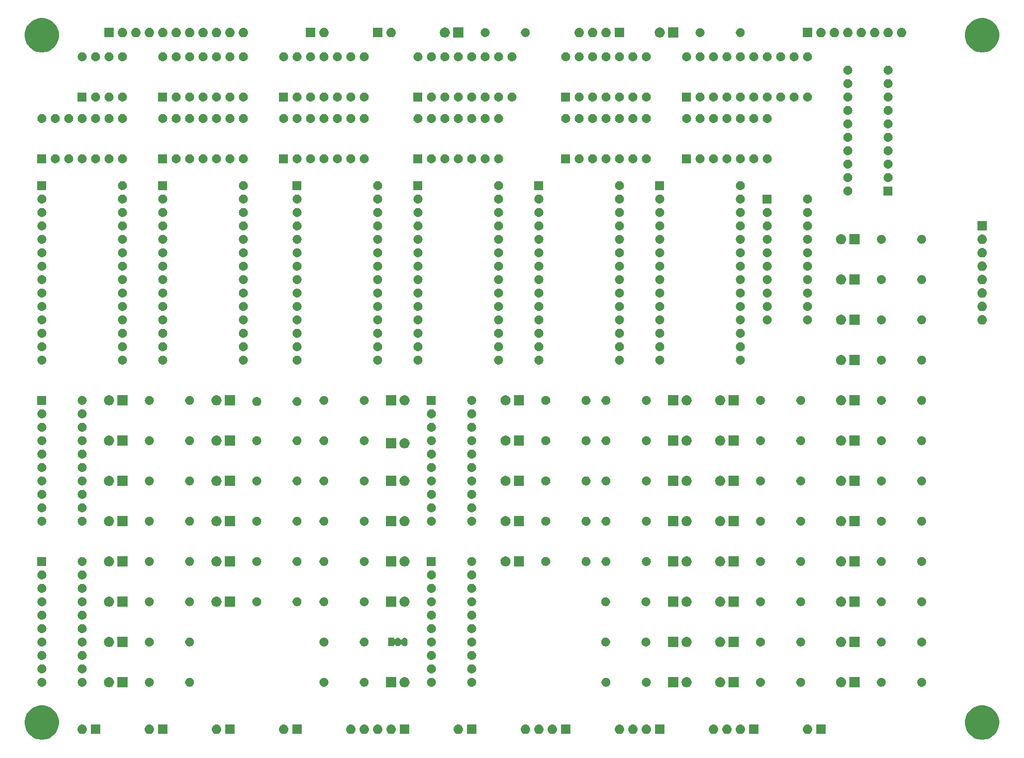
<source format=gbr>
G04 #@! TF.GenerationSoftware,KiCad,Pcbnew,(5.1.4)-1*
G04 #@! TF.CreationDate,2020-02-10T07:07:23-07:00*
G04 #@! TF.ProjectId,control_6roms_test1,636f6e74-726f-46c5-9f36-726f6d735f74,rev?*
G04 #@! TF.SameCoordinates,Original*
G04 #@! TF.FileFunction,Soldermask,Top*
G04 #@! TF.FilePolarity,Negative*
%FSLAX46Y46*%
G04 Gerber Fmt 4.6, Leading zero omitted, Abs format (unit mm)*
G04 Created by KiCad (PCBNEW (5.1.4)-1) date 2020-02-10 07:07:23*
%MOMM*%
%LPD*%
G04 APERTURE LIST*
%ADD10C,0.100000*%
G04 APERTURE END LIST*
D10*
G36*
X206374239Y-155815467D02*
G01*
X206688282Y-155877934D01*
X207279926Y-156123001D01*
X207812392Y-156478784D01*
X208265216Y-156931608D01*
X208620999Y-157464074D01*
X208866066Y-158055718D01*
X208866066Y-158055719D01*
X208991000Y-158683803D01*
X208991000Y-159324197D01*
X208951809Y-159521221D01*
X208866066Y-159952282D01*
X208620999Y-160543926D01*
X208373599Y-160914185D01*
X208298367Y-161026779D01*
X208265216Y-161076392D01*
X207812392Y-161529216D01*
X207279926Y-161884999D01*
X206688282Y-162130066D01*
X206374239Y-162192533D01*
X206060197Y-162255000D01*
X205419803Y-162255000D01*
X205105761Y-162192533D01*
X204791718Y-162130066D01*
X204200074Y-161884999D01*
X203667608Y-161529216D01*
X203214784Y-161076392D01*
X203181634Y-161026779D01*
X203106401Y-160914185D01*
X202859001Y-160543926D01*
X202613934Y-159952282D01*
X202528191Y-159521221D01*
X202489000Y-159324197D01*
X202489000Y-158683803D01*
X202613934Y-158055719D01*
X202613934Y-158055718D01*
X202859001Y-157464074D01*
X203214784Y-156931608D01*
X203667608Y-156478784D01*
X204200074Y-156123001D01*
X204791718Y-155877934D01*
X205105761Y-155815467D01*
X205419803Y-155753000D01*
X206060197Y-155753000D01*
X206374239Y-155815467D01*
X206374239Y-155815467D01*
G37*
G36*
X28574239Y-155815467D02*
G01*
X28888282Y-155877934D01*
X29479926Y-156123001D01*
X30012392Y-156478784D01*
X30465216Y-156931608D01*
X30820999Y-157464074D01*
X31066066Y-158055718D01*
X31066066Y-158055719D01*
X31191000Y-158683803D01*
X31191000Y-159324197D01*
X31151809Y-159521221D01*
X31066066Y-159952282D01*
X30820999Y-160543926D01*
X30573599Y-160914185D01*
X30498367Y-161026779D01*
X30465216Y-161076392D01*
X30012392Y-161529216D01*
X29479926Y-161884999D01*
X28888282Y-162130066D01*
X28574239Y-162192533D01*
X28260197Y-162255000D01*
X27619803Y-162255000D01*
X27305761Y-162192533D01*
X26991718Y-162130066D01*
X26400074Y-161884999D01*
X25867608Y-161529216D01*
X25414784Y-161076392D01*
X25381634Y-161026779D01*
X25306401Y-160914185D01*
X25059001Y-160543926D01*
X24813934Y-159952282D01*
X24728191Y-159521221D01*
X24689000Y-159324197D01*
X24689000Y-158683803D01*
X24813934Y-158055719D01*
X24813934Y-158055718D01*
X25059001Y-157464074D01*
X25414784Y-156931608D01*
X25867608Y-156478784D01*
X26400074Y-156123001D01*
X26991718Y-155877934D01*
X27305761Y-155815467D01*
X27619803Y-155753000D01*
X28260197Y-155753000D01*
X28574239Y-155815467D01*
X28574239Y-155815467D01*
G37*
G36*
X106790442Y-159379518D02*
G01*
X106856627Y-159386037D01*
X107026466Y-159437557D01*
X107182991Y-159521222D01*
X107218729Y-159550552D01*
X107320186Y-159633814D01*
X107403448Y-159735271D01*
X107432778Y-159771009D01*
X107516443Y-159927534D01*
X107567963Y-160097373D01*
X107585359Y-160274000D01*
X107567963Y-160450627D01*
X107516443Y-160620466D01*
X107432778Y-160776991D01*
X107403448Y-160812729D01*
X107320186Y-160914186D01*
X107229569Y-160988552D01*
X107182991Y-161026778D01*
X107026466Y-161110443D01*
X106856627Y-161161963D01*
X106790442Y-161168482D01*
X106724260Y-161175000D01*
X106635740Y-161175000D01*
X106569558Y-161168482D01*
X106503373Y-161161963D01*
X106333534Y-161110443D01*
X106177009Y-161026778D01*
X106130431Y-160988552D01*
X106039814Y-160914186D01*
X105956552Y-160812729D01*
X105927222Y-160776991D01*
X105843557Y-160620466D01*
X105792037Y-160450627D01*
X105774641Y-160274000D01*
X105792037Y-160097373D01*
X105843557Y-159927534D01*
X105927222Y-159771009D01*
X105956552Y-159735271D01*
X106039814Y-159633814D01*
X106141271Y-159550552D01*
X106177009Y-159521222D01*
X106333534Y-159437557D01*
X106503373Y-159386037D01*
X106569558Y-159379518D01*
X106635740Y-159373000D01*
X106724260Y-159373000D01*
X106790442Y-159379518D01*
X106790442Y-159379518D01*
G37*
G36*
X35670442Y-159379518D02*
G01*
X35736627Y-159386037D01*
X35906466Y-159437557D01*
X36062991Y-159521222D01*
X36098729Y-159550552D01*
X36200186Y-159633814D01*
X36283448Y-159735271D01*
X36312778Y-159771009D01*
X36396443Y-159927534D01*
X36447963Y-160097373D01*
X36465359Y-160274000D01*
X36447963Y-160450627D01*
X36396443Y-160620466D01*
X36312778Y-160776991D01*
X36283448Y-160812729D01*
X36200186Y-160914186D01*
X36109569Y-160988552D01*
X36062991Y-161026778D01*
X35906466Y-161110443D01*
X35736627Y-161161963D01*
X35670442Y-161168482D01*
X35604260Y-161175000D01*
X35515740Y-161175000D01*
X35449558Y-161168482D01*
X35383373Y-161161963D01*
X35213534Y-161110443D01*
X35057009Y-161026778D01*
X35010431Y-160988552D01*
X34919814Y-160914186D01*
X34836552Y-160812729D01*
X34807222Y-160776991D01*
X34723557Y-160620466D01*
X34672037Y-160450627D01*
X34654641Y-160274000D01*
X34672037Y-160097373D01*
X34723557Y-159927534D01*
X34807222Y-159771009D01*
X34836552Y-159735271D01*
X34919814Y-159633814D01*
X35021271Y-159550552D01*
X35057009Y-159521222D01*
X35213534Y-159437557D01*
X35383373Y-159386037D01*
X35449558Y-159379518D01*
X35515740Y-159373000D01*
X35604260Y-159373000D01*
X35670442Y-159379518D01*
X35670442Y-159379518D01*
G37*
G36*
X39001000Y-161175000D02*
G01*
X37199000Y-161175000D01*
X37199000Y-159373000D01*
X39001000Y-159373000D01*
X39001000Y-161175000D01*
X39001000Y-161175000D01*
G37*
G36*
X172830442Y-159379518D02*
G01*
X172896627Y-159386037D01*
X173066466Y-159437557D01*
X173222991Y-159521222D01*
X173258729Y-159550552D01*
X173360186Y-159633814D01*
X173443448Y-159735271D01*
X173472778Y-159771009D01*
X173556443Y-159927534D01*
X173607963Y-160097373D01*
X173625359Y-160274000D01*
X173607963Y-160450627D01*
X173556443Y-160620466D01*
X173472778Y-160776991D01*
X173443448Y-160812729D01*
X173360186Y-160914186D01*
X173269569Y-160988552D01*
X173222991Y-161026778D01*
X173066466Y-161110443D01*
X172896627Y-161161963D01*
X172830442Y-161168482D01*
X172764260Y-161175000D01*
X172675740Y-161175000D01*
X172609558Y-161168482D01*
X172543373Y-161161963D01*
X172373534Y-161110443D01*
X172217009Y-161026778D01*
X172170431Y-160988552D01*
X172079814Y-160914186D01*
X171996552Y-160812729D01*
X171967222Y-160776991D01*
X171883557Y-160620466D01*
X171832037Y-160450627D01*
X171814641Y-160274000D01*
X171832037Y-160097373D01*
X171883557Y-159927534D01*
X171967222Y-159771009D01*
X171996552Y-159735271D01*
X172079814Y-159633814D01*
X172181271Y-159550552D01*
X172217009Y-159521222D01*
X172373534Y-159437557D01*
X172543373Y-159386037D01*
X172609558Y-159379518D01*
X172675740Y-159373000D01*
X172764260Y-159373000D01*
X172830442Y-159379518D01*
X172830442Y-159379518D01*
G37*
G36*
X176161000Y-161175000D02*
G01*
X174359000Y-161175000D01*
X174359000Y-159373000D01*
X176161000Y-159373000D01*
X176161000Y-161175000D01*
X176161000Y-161175000D01*
G37*
G36*
X73770442Y-159379518D02*
G01*
X73836627Y-159386037D01*
X74006466Y-159437557D01*
X74162991Y-159521222D01*
X74198729Y-159550552D01*
X74300186Y-159633814D01*
X74383448Y-159735271D01*
X74412778Y-159771009D01*
X74496443Y-159927534D01*
X74547963Y-160097373D01*
X74565359Y-160274000D01*
X74547963Y-160450627D01*
X74496443Y-160620466D01*
X74412778Y-160776991D01*
X74383448Y-160812729D01*
X74300186Y-160914186D01*
X74209569Y-160988552D01*
X74162991Y-161026778D01*
X74006466Y-161110443D01*
X73836627Y-161161963D01*
X73770442Y-161168482D01*
X73704260Y-161175000D01*
X73615740Y-161175000D01*
X73549558Y-161168482D01*
X73483373Y-161161963D01*
X73313534Y-161110443D01*
X73157009Y-161026778D01*
X73110431Y-160988552D01*
X73019814Y-160914186D01*
X72936552Y-160812729D01*
X72907222Y-160776991D01*
X72823557Y-160620466D01*
X72772037Y-160450627D01*
X72754641Y-160274000D01*
X72772037Y-160097373D01*
X72823557Y-159927534D01*
X72907222Y-159771009D01*
X72936552Y-159735271D01*
X73019814Y-159633814D01*
X73121271Y-159550552D01*
X73157009Y-159521222D01*
X73313534Y-159437557D01*
X73483373Y-159386037D01*
X73549558Y-159379518D01*
X73615740Y-159373000D01*
X73704260Y-159373000D01*
X73770442Y-159379518D01*
X73770442Y-159379518D01*
G37*
G36*
X77101000Y-161175000D02*
G01*
X75299000Y-161175000D01*
X75299000Y-159373000D01*
X77101000Y-159373000D01*
X77101000Y-161175000D01*
X77101000Y-161175000D01*
G37*
G36*
X110121000Y-161175000D02*
G01*
X108319000Y-161175000D01*
X108319000Y-159373000D01*
X110121000Y-159373000D01*
X110121000Y-161175000D01*
X110121000Y-161175000D01*
G37*
G36*
X61070442Y-159379518D02*
G01*
X61136627Y-159386037D01*
X61306466Y-159437557D01*
X61462991Y-159521222D01*
X61498729Y-159550552D01*
X61600186Y-159633814D01*
X61683448Y-159735271D01*
X61712778Y-159771009D01*
X61796443Y-159927534D01*
X61847963Y-160097373D01*
X61865359Y-160274000D01*
X61847963Y-160450627D01*
X61796443Y-160620466D01*
X61712778Y-160776991D01*
X61683448Y-160812729D01*
X61600186Y-160914186D01*
X61509569Y-160988552D01*
X61462991Y-161026778D01*
X61306466Y-161110443D01*
X61136627Y-161161963D01*
X61070442Y-161168482D01*
X61004260Y-161175000D01*
X60915740Y-161175000D01*
X60849558Y-161168482D01*
X60783373Y-161161963D01*
X60613534Y-161110443D01*
X60457009Y-161026778D01*
X60410431Y-160988552D01*
X60319814Y-160914186D01*
X60236552Y-160812729D01*
X60207222Y-160776991D01*
X60123557Y-160620466D01*
X60072037Y-160450627D01*
X60054641Y-160274000D01*
X60072037Y-160097373D01*
X60123557Y-159927534D01*
X60207222Y-159771009D01*
X60236552Y-159735271D01*
X60319814Y-159633814D01*
X60421271Y-159550552D01*
X60457009Y-159521222D01*
X60613534Y-159437557D01*
X60783373Y-159386037D01*
X60849558Y-159379518D01*
X60915740Y-159373000D01*
X61004260Y-159373000D01*
X61070442Y-159379518D01*
X61070442Y-159379518D01*
G37*
G36*
X64401000Y-161175000D02*
G01*
X62599000Y-161175000D01*
X62599000Y-159373000D01*
X64401000Y-159373000D01*
X64401000Y-161175000D01*
X64401000Y-161175000D01*
G37*
G36*
X48370442Y-159379518D02*
G01*
X48436627Y-159386037D01*
X48606466Y-159437557D01*
X48762991Y-159521222D01*
X48798729Y-159550552D01*
X48900186Y-159633814D01*
X48983448Y-159735271D01*
X49012778Y-159771009D01*
X49096443Y-159927534D01*
X49147963Y-160097373D01*
X49165359Y-160274000D01*
X49147963Y-160450627D01*
X49096443Y-160620466D01*
X49012778Y-160776991D01*
X48983448Y-160812729D01*
X48900186Y-160914186D01*
X48809569Y-160988552D01*
X48762991Y-161026778D01*
X48606466Y-161110443D01*
X48436627Y-161161963D01*
X48370442Y-161168482D01*
X48304260Y-161175000D01*
X48215740Y-161175000D01*
X48149558Y-161168482D01*
X48083373Y-161161963D01*
X47913534Y-161110443D01*
X47757009Y-161026778D01*
X47710431Y-160988552D01*
X47619814Y-160914186D01*
X47536552Y-160812729D01*
X47507222Y-160776991D01*
X47423557Y-160620466D01*
X47372037Y-160450627D01*
X47354641Y-160274000D01*
X47372037Y-160097373D01*
X47423557Y-159927534D01*
X47507222Y-159771009D01*
X47536552Y-159735271D01*
X47619814Y-159633814D01*
X47721271Y-159550552D01*
X47757009Y-159521222D01*
X47913534Y-159437557D01*
X48083373Y-159386037D01*
X48149558Y-159379518D01*
X48215740Y-159373000D01*
X48304260Y-159373000D01*
X48370442Y-159379518D01*
X48370442Y-159379518D01*
G37*
G36*
X51701000Y-161175000D02*
G01*
X49899000Y-161175000D01*
X49899000Y-159373000D01*
X51701000Y-159373000D01*
X51701000Y-161175000D01*
X51701000Y-161175000D01*
G37*
G36*
X86470442Y-159379518D02*
G01*
X86536627Y-159386037D01*
X86706466Y-159437557D01*
X86862991Y-159521222D01*
X86898729Y-159550552D01*
X87000186Y-159633814D01*
X87083448Y-159735271D01*
X87112778Y-159771009D01*
X87196443Y-159927534D01*
X87247963Y-160097373D01*
X87265359Y-160274000D01*
X87247963Y-160450627D01*
X87196443Y-160620466D01*
X87112778Y-160776991D01*
X87083448Y-160812729D01*
X87000186Y-160914186D01*
X86909569Y-160988552D01*
X86862991Y-161026778D01*
X86706466Y-161110443D01*
X86536627Y-161161963D01*
X86470442Y-161168482D01*
X86404260Y-161175000D01*
X86315740Y-161175000D01*
X86249558Y-161168482D01*
X86183373Y-161161963D01*
X86013534Y-161110443D01*
X85857009Y-161026778D01*
X85810431Y-160988552D01*
X85719814Y-160914186D01*
X85636552Y-160812729D01*
X85607222Y-160776991D01*
X85523557Y-160620466D01*
X85472037Y-160450627D01*
X85454641Y-160274000D01*
X85472037Y-160097373D01*
X85523557Y-159927534D01*
X85607222Y-159771009D01*
X85636552Y-159735271D01*
X85719814Y-159633814D01*
X85821271Y-159550552D01*
X85857009Y-159521222D01*
X86013534Y-159437557D01*
X86183373Y-159386037D01*
X86249558Y-159379518D01*
X86315740Y-159373000D01*
X86404260Y-159373000D01*
X86470442Y-159379518D01*
X86470442Y-159379518D01*
G37*
G36*
X89010442Y-159379518D02*
G01*
X89076627Y-159386037D01*
X89246466Y-159437557D01*
X89402991Y-159521222D01*
X89438729Y-159550552D01*
X89540186Y-159633814D01*
X89623448Y-159735271D01*
X89652778Y-159771009D01*
X89736443Y-159927534D01*
X89787963Y-160097373D01*
X89805359Y-160274000D01*
X89787963Y-160450627D01*
X89736443Y-160620466D01*
X89652778Y-160776991D01*
X89623448Y-160812729D01*
X89540186Y-160914186D01*
X89449569Y-160988552D01*
X89402991Y-161026778D01*
X89246466Y-161110443D01*
X89076627Y-161161963D01*
X89010442Y-161168482D01*
X88944260Y-161175000D01*
X88855740Y-161175000D01*
X88789558Y-161168482D01*
X88723373Y-161161963D01*
X88553534Y-161110443D01*
X88397009Y-161026778D01*
X88350431Y-160988552D01*
X88259814Y-160914186D01*
X88176552Y-160812729D01*
X88147222Y-160776991D01*
X88063557Y-160620466D01*
X88012037Y-160450627D01*
X87994641Y-160274000D01*
X88012037Y-160097373D01*
X88063557Y-159927534D01*
X88147222Y-159771009D01*
X88176552Y-159735271D01*
X88259814Y-159633814D01*
X88361271Y-159550552D01*
X88397009Y-159521222D01*
X88553534Y-159437557D01*
X88723373Y-159386037D01*
X88789558Y-159379518D01*
X88855740Y-159373000D01*
X88944260Y-159373000D01*
X89010442Y-159379518D01*
X89010442Y-159379518D01*
G37*
G36*
X145681000Y-161175000D02*
G01*
X143879000Y-161175000D01*
X143879000Y-159373000D01*
X145681000Y-159373000D01*
X145681000Y-161175000D01*
X145681000Y-161175000D01*
G37*
G36*
X91550442Y-159379518D02*
G01*
X91616627Y-159386037D01*
X91786466Y-159437557D01*
X91942991Y-159521222D01*
X91978729Y-159550552D01*
X92080186Y-159633814D01*
X92163448Y-159735271D01*
X92192778Y-159771009D01*
X92276443Y-159927534D01*
X92327963Y-160097373D01*
X92345359Y-160274000D01*
X92327963Y-160450627D01*
X92276443Y-160620466D01*
X92192778Y-160776991D01*
X92163448Y-160812729D01*
X92080186Y-160914186D01*
X91989569Y-160988552D01*
X91942991Y-161026778D01*
X91786466Y-161110443D01*
X91616627Y-161161963D01*
X91550442Y-161168482D01*
X91484260Y-161175000D01*
X91395740Y-161175000D01*
X91329558Y-161168482D01*
X91263373Y-161161963D01*
X91093534Y-161110443D01*
X90937009Y-161026778D01*
X90890431Y-160988552D01*
X90799814Y-160914186D01*
X90716552Y-160812729D01*
X90687222Y-160776991D01*
X90603557Y-160620466D01*
X90552037Y-160450627D01*
X90534641Y-160274000D01*
X90552037Y-160097373D01*
X90603557Y-159927534D01*
X90687222Y-159771009D01*
X90716552Y-159735271D01*
X90799814Y-159633814D01*
X90901271Y-159550552D01*
X90937009Y-159521222D01*
X91093534Y-159437557D01*
X91263373Y-159386037D01*
X91329558Y-159379518D01*
X91395740Y-159373000D01*
X91484260Y-159373000D01*
X91550442Y-159379518D01*
X91550442Y-159379518D01*
G37*
G36*
X119490442Y-159379518D02*
G01*
X119556627Y-159386037D01*
X119726466Y-159437557D01*
X119882991Y-159521222D01*
X119918729Y-159550552D01*
X120020186Y-159633814D01*
X120103448Y-159735271D01*
X120132778Y-159771009D01*
X120216443Y-159927534D01*
X120267963Y-160097373D01*
X120285359Y-160274000D01*
X120267963Y-160450627D01*
X120216443Y-160620466D01*
X120132778Y-160776991D01*
X120103448Y-160812729D01*
X120020186Y-160914186D01*
X119929569Y-160988552D01*
X119882991Y-161026778D01*
X119726466Y-161110443D01*
X119556627Y-161161963D01*
X119490442Y-161168482D01*
X119424260Y-161175000D01*
X119335740Y-161175000D01*
X119269558Y-161168482D01*
X119203373Y-161161963D01*
X119033534Y-161110443D01*
X118877009Y-161026778D01*
X118830431Y-160988552D01*
X118739814Y-160914186D01*
X118656552Y-160812729D01*
X118627222Y-160776991D01*
X118543557Y-160620466D01*
X118492037Y-160450627D01*
X118474641Y-160274000D01*
X118492037Y-160097373D01*
X118543557Y-159927534D01*
X118627222Y-159771009D01*
X118656552Y-159735271D01*
X118739814Y-159633814D01*
X118841271Y-159550552D01*
X118877009Y-159521222D01*
X119033534Y-159437557D01*
X119203373Y-159386037D01*
X119269558Y-159379518D01*
X119335740Y-159373000D01*
X119424260Y-159373000D01*
X119490442Y-159379518D01*
X119490442Y-159379518D01*
G37*
G36*
X97421000Y-161175000D02*
G01*
X95619000Y-161175000D01*
X95619000Y-159373000D01*
X97421000Y-159373000D01*
X97421000Y-161175000D01*
X97421000Y-161175000D01*
G37*
G36*
X155050442Y-159379518D02*
G01*
X155116627Y-159386037D01*
X155286466Y-159437557D01*
X155442991Y-159521222D01*
X155478729Y-159550552D01*
X155580186Y-159633814D01*
X155663448Y-159735271D01*
X155692778Y-159771009D01*
X155776443Y-159927534D01*
X155827963Y-160097373D01*
X155845359Y-160274000D01*
X155827963Y-160450627D01*
X155776443Y-160620466D01*
X155692778Y-160776991D01*
X155663448Y-160812729D01*
X155580186Y-160914186D01*
X155489569Y-160988552D01*
X155442991Y-161026778D01*
X155286466Y-161110443D01*
X155116627Y-161161963D01*
X155050442Y-161168482D01*
X154984260Y-161175000D01*
X154895740Y-161175000D01*
X154829558Y-161168482D01*
X154763373Y-161161963D01*
X154593534Y-161110443D01*
X154437009Y-161026778D01*
X154390431Y-160988552D01*
X154299814Y-160914186D01*
X154216552Y-160812729D01*
X154187222Y-160776991D01*
X154103557Y-160620466D01*
X154052037Y-160450627D01*
X154034641Y-160274000D01*
X154052037Y-160097373D01*
X154103557Y-159927534D01*
X154187222Y-159771009D01*
X154216552Y-159735271D01*
X154299814Y-159633814D01*
X154401271Y-159550552D01*
X154437009Y-159521222D01*
X154593534Y-159437557D01*
X154763373Y-159386037D01*
X154829558Y-159379518D01*
X154895740Y-159373000D01*
X154984260Y-159373000D01*
X155050442Y-159379518D01*
X155050442Y-159379518D01*
G37*
G36*
X157590442Y-159379518D02*
G01*
X157656627Y-159386037D01*
X157826466Y-159437557D01*
X157982991Y-159521222D01*
X158018729Y-159550552D01*
X158120186Y-159633814D01*
X158203448Y-159735271D01*
X158232778Y-159771009D01*
X158316443Y-159927534D01*
X158367963Y-160097373D01*
X158385359Y-160274000D01*
X158367963Y-160450627D01*
X158316443Y-160620466D01*
X158232778Y-160776991D01*
X158203448Y-160812729D01*
X158120186Y-160914186D01*
X158029569Y-160988552D01*
X157982991Y-161026778D01*
X157826466Y-161110443D01*
X157656627Y-161161963D01*
X157590442Y-161168482D01*
X157524260Y-161175000D01*
X157435740Y-161175000D01*
X157369558Y-161168482D01*
X157303373Y-161161963D01*
X157133534Y-161110443D01*
X156977009Y-161026778D01*
X156930431Y-160988552D01*
X156839814Y-160914186D01*
X156756552Y-160812729D01*
X156727222Y-160776991D01*
X156643557Y-160620466D01*
X156592037Y-160450627D01*
X156574641Y-160274000D01*
X156592037Y-160097373D01*
X156643557Y-159927534D01*
X156727222Y-159771009D01*
X156756552Y-159735271D01*
X156839814Y-159633814D01*
X156941271Y-159550552D01*
X156977009Y-159521222D01*
X157133534Y-159437557D01*
X157303373Y-159386037D01*
X157369558Y-159379518D01*
X157435740Y-159373000D01*
X157524260Y-159373000D01*
X157590442Y-159379518D01*
X157590442Y-159379518D01*
G37*
G36*
X160130442Y-159379518D02*
G01*
X160196627Y-159386037D01*
X160366466Y-159437557D01*
X160522991Y-159521222D01*
X160558729Y-159550552D01*
X160660186Y-159633814D01*
X160743448Y-159735271D01*
X160772778Y-159771009D01*
X160856443Y-159927534D01*
X160907963Y-160097373D01*
X160925359Y-160274000D01*
X160907963Y-160450627D01*
X160856443Y-160620466D01*
X160772778Y-160776991D01*
X160743448Y-160812729D01*
X160660186Y-160914186D01*
X160569569Y-160988552D01*
X160522991Y-161026778D01*
X160366466Y-161110443D01*
X160196627Y-161161963D01*
X160130442Y-161168482D01*
X160064260Y-161175000D01*
X159975740Y-161175000D01*
X159909558Y-161168482D01*
X159843373Y-161161963D01*
X159673534Y-161110443D01*
X159517009Y-161026778D01*
X159470431Y-160988552D01*
X159379814Y-160914186D01*
X159296552Y-160812729D01*
X159267222Y-160776991D01*
X159183557Y-160620466D01*
X159132037Y-160450627D01*
X159114641Y-160274000D01*
X159132037Y-160097373D01*
X159183557Y-159927534D01*
X159267222Y-159771009D01*
X159296552Y-159735271D01*
X159379814Y-159633814D01*
X159481271Y-159550552D01*
X159517009Y-159521222D01*
X159673534Y-159437557D01*
X159843373Y-159386037D01*
X159909558Y-159379518D01*
X159975740Y-159373000D01*
X160064260Y-159373000D01*
X160130442Y-159379518D01*
X160130442Y-159379518D01*
G37*
G36*
X163461000Y-161175000D02*
G01*
X161659000Y-161175000D01*
X161659000Y-159373000D01*
X163461000Y-159373000D01*
X163461000Y-161175000D01*
X163461000Y-161175000D01*
G37*
G36*
X94090442Y-159379518D02*
G01*
X94156627Y-159386037D01*
X94326466Y-159437557D01*
X94482991Y-159521222D01*
X94518729Y-159550552D01*
X94620186Y-159633814D01*
X94703448Y-159735271D01*
X94732778Y-159771009D01*
X94816443Y-159927534D01*
X94867963Y-160097373D01*
X94885359Y-160274000D01*
X94867963Y-160450627D01*
X94816443Y-160620466D01*
X94732778Y-160776991D01*
X94703448Y-160812729D01*
X94620186Y-160914186D01*
X94529569Y-160988552D01*
X94482991Y-161026778D01*
X94326466Y-161110443D01*
X94156627Y-161161963D01*
X94090442Y-161168482D01*
X94024260Y-161175000D01*
X93935740Y-161175000D01*
X93869558Y-161168482D01*
X93803373Y-161161963D01*
X93633534Y-161110443D01*
X93477009Y-161026778D01*
X93430431Y-160988552D01*
X93339814Y-160914186D01*
X93256552Y-160812729D01*
X93227222Y-160776991D01*
X93143557Y-160620466D01*
X93092037Y-160450627D01*
X93074641Y-160274000D01*
X93092037Y-160097373D01*
X93143557Y-159927534D01*
X93227222Y-159771009D01*
X93256552Y-159735271D01*
X93339814Y-159633814D01*
X93441271Y-159550552D01*
X93477009Y-159521222D01*
X93633534Y-159437557D01*
X93803373Y-159386037D01*
X93869558Y-159379518D01*
X93935740Y-159373000D01*
X94024260Y-159373000D01*
X94090442Y-159379518D01*
X94090442Y-159379518D01*
G37*
G36*
X122030442Y-159379518D02*
G01*
X122096627Y-159386037D01*
X122266466Y-159437557D01*
X122422991Y-159521222D01*
X122458729Y-159550552D01*
X122560186Y-159633814D01*
X122643448Y-159735271D01*
X122672778Y-159771009D01*
X122756443Y-159927534D01*
X122807963Y-160097373D01*
X122825359Y-160274000D01*
X122807963Y-160450627D01*
X122756443Y-160620466D01*
X122672778Y-160776991D01*
X122643448Y-160812729D01*
X122560186Y-160914186D01*
X122469569Y-160988552D01*
X122422991Y-161026778D01*
X122266466Y-161110443D01*
X122096627Y-161161963D01*
X122030442Y-161168482D01*
X121964260Y-161175000D01*
X121875740Y-161175000D01*
X121809558Y-161168482D01*
X121743373Y-161161963D01*
X121573534Y-161110443D01*
X121417009Y-161026778D01*
X121370431Y-160988552D01*
X121279814Y-160914186D01*
X121196552Y-160812729D01*
X121167222Y-160776991D01*
X121083557Y-160620466D01*
X121032037Y-160450627D01*
X121014641Y-160274000D01*
X121032037Y-160097373D01*
X121083557Y-159927534D01*
X121167222Y-159771009D01*
X121196552Y-159735271D01*
X121279814Y-159633814D01*
X121381271Y-159550552D01*
X121417009Y-159521222D01*
X121573534Y-159437557D01*
X121743373Y-159386037D01*
X121809558Y-159379518D01*
X121875740Y-159373000D01*
X121964260Y-159373000D01*
X122030442Y-159379518D01*
X122030442Y-159379518D01*
G37*
G36*
X124570442Y-159379518D02*
G01*
X124636627Y-159386037D01*
X124806466Y-159437557D01*
X124962991Y-159521222D01*
X124998729Y-159550552D01*
X125100186Y-159633814D01*
X125183448Y-159735271D01*
X125212778Y-159771009D01*
X125296443Y-159927534D01*
X125347963Y-160097373D01*
X125365359Y-160274000D01*
X125347963Y-160450627D01*
X125296443Y-160620466D01*
X125212778Y-160776991D01*
X125183448Y-160812729D01*
X125100186Y-160914186D01*
X125009569Y-160988552D01*
X124962991Y-161026778D01*
X124806466Y-161110443D01*
X124636627Y-161161963D01*
X124570442Y-161168482D01*
X124504260Y-161175000D01*
X124415740Y-161175000D01*
X124349558Y-161168482D01*
X124283373Y-161161963D01*
X124113534Y-161110443D01*
X123957009Y-161026778D01*
X123910431Y-160988552D01*
X123819814Y-160914186D01*
X123736552Y-160812729D01*
X123707222Y-160776991D01*
X123623557Y-160620466D01*
X123572037Y-160450627D01*
X123554641Y-160274000D01*
X123572037Y-160097373D01*
X123623557Y-159927534D01*
X123707222Y-159771009D01*
X123736552Y-159735271D01*
X123819814Y-159633814D01*
X123921271Y-159550552D01*
X123957009Y-159521222D01*
X124113534Y-159437557D01*
X124283373Y-159386037D01*
X124349558Y-159379518D01*
X124415740Y-159373000D01*
X124504260Y-159373000D01*
X124570442Y-159379518D01*
X124570442Y-159379518D01*
G37*
G36*
X127901000Y-161175000D02*
G01*
X126099000Y-161175000D01*
X126099000Y-159373000D01*
X127901000Y-159373000D01*
X127901000Y-161175000D01*
X127901000Y-161175000D01*
G37*
G36*
X137270442Y-159379518D02*
G01*
X137336627Y-159386037D01*
X137506466Y-159437557D01*
X137662991Y-159521222D01*
X137698729Y-159550552D01*
X137800186Y-159633814D01*
X137883448Y-159735271D01*
X137912778Y-159771009D01*
X137996443Y-159927534D01*
X138047963Y-160097373D01*
X138065359Y-160274000D01*
X138047963Y-160450627D01*
X137996443Y-160620466D01*
X137912778Y-160776991D01*
X137883448Y-160812729D01*
X137800186Y-160914186D01*
X137709569Y-160988552D01*
X137662991Y-161026778D01*
X137506466Y-161110443D01*
X137336627Y-161161963D01*
X137270442Y-161168482D01*
X137204260Y-161175000D01*
X137115740Y-161175000D01*
X137049558Y-161168482D01*
X136983373Y-161161963D01*
X136813534Y-161110443D01*
X136657009Y-161026778D01*
X136610431Y-160988552D01*
X136519814Y-160914186D01*
X136436552Y-160812729D01*
X136407222Y-160776991D01*
X136323557Y-160620466D01*
X136272037Y-160450627D01*
X136254641Y-160274000D01*
X136272037Y-160097373D01*
X136323557Y-159927534D01*
X136407222Y-159771009D01*
X136436552Y-159735271D01*
X136519814Y-159633814D01*
X136621271Y-159550552D01*
X136657009Y-159521222D01*
X136813534Y-159437557D01*
X136983373Y-159386037D01*
X137049558Y-159379518D01*
X137115740Y-159373000D01*
X137204260Y-159373000D01*
X137270442Y-159379518D01*
X137270442Y-159379518D01*
G37*
G36*
X139810442Y-159379518D02*
G01*
X139876627Y-159386037D01*
X140046466Y-159437557D01*
X140202991Y-159521222D01*
X140238729Y-159550552D01*
X140340186Y-159633814D01*
X140423448Y-159735271D01*
X140452778Y-159771009D01*
X140536443Y-159927534D01*
X140587963Y-160097373D01*
X140605359Y-160274000D01*
X140587963Y-160450627D01*
X140536443Y-160620466D01*
X140452778Y-160776991D01*
X140423448Y-160812729D01*
X140340186Y-160914186D01*
X140249569Y-160988552D01*
X140202991Y-161026778D01*
X140046466Y-161110443D01*
X139876627Y-161161963D01*
X139810442Y-161168482D01*
X139744260Y-161175000D01*
X139655740Y-161175000D01*
X139589558Y-161168482D01*
X139523373Y-161161963D01*
X139353534Y-161110443D01*
X139197009Y-161026778D01*
X139150431Y-160988552D01*
X139059814Y-160914186D01*
X138976552Y-160812729D01*
X138947222Y-160776991D01*
X138863557Y-160620466D01*
X138812037Y-160450627D01*
X138794641Y-160274000D01*
X138812037Y-160097373D01*
X138863557Y-159927534D01*
X138947222Y-159771009D01*
X138976552Y-159735271D01*
X139059814Y-159633814D01*
X139161271Y-159550552D01*
X139197009Y-159521222D01*
X139353534Y-159437557D01*
X139523373Y-159386037D01*
X139589558Y-159379518D01*
X139655740Y-159373000D01*
X139744260Y-159373000D01*
X139810442Y-159379518D01*
X139810442Y-159379518D01*
G37*
G36*
X142350442Y-159379518D02*
G01*
X142416627Y-159386037D01*
X142586466Y-159437557D01*
X142742991Y-159521222D01*
X142778729Y-159550552D01*
X142880186Y-159633814D01*
X142963448Y-159735271D01*
X142992778Y-159771009D01*
X143076443Y-159927534D01*
X143127963Y-160097373D01*
X143145359Y-160274000D01*
X143127963Y-160450627D01*
X143076443Y-160620466D01*
X142992778Y-160776991D01*
X142963448Y-160812729D01*
X142880186Y-160914186D01*
X142789569Y-160988552D01*
X142742991Y-161026778D01*
X142586466Y-161110443D01*
X142416627Y-161161963D01*
X142350442Y-161168482D01*
X142284260Y-161175000D01*
X142195740Y-161175000D01*
X142129558Y-161168482D01*
X142063373Y-161161963D01*
X141893534Y-161110443D01*
X141737009Y-161026778D01*
X141690431Y-160988552D01*
X141599814Y-160914186D01*
X141516552Y-160812729D01*
X141487222Y-160776991D01*
X141403557Y-160620466D01*
X141352037Y-160450627D01*
X141334641Y-160274000D01*
X141352037Y-160097373D01*
X141403557Y-159927534D01*
X141487222Y-159771009D01*
X141516552Y-159735271D01*
X141599814Y-159633814D01*
X141701271Y-159550552D01*
X141737009Y-159521222D01*
X141893534Y-159437557D01*
X142063373Y-159386037D01*
X142129558Y-159379518D01*
X142195740Y-159373000D01*
X142284260Y-159373000D01*
X142350442Y-159379518D01*
X142350442Y-159379518D01*
G37*
G36*
X94931000Y-152335000D02*
G01*
X93029000Y-152335000D01*
X93029000Y-150433000D01*
X94931000Y-150433000D01*
X94931000Y-152335000D01*
X94931000Y-152335000D01*
G37*
G36*
X179347395Y-150469546D02*
G01*
X179520466Y-150541234D01*
X179526572Y-150545314D01*
X179676227Y-150645310D01*
X179808690Y-150777773D01*
X179851284Y-150841520D01*
X179912766Y-150933534D01*
X179984454Y-151106605D01*
X180021000Y-151290333D01*
X180021000Y-151477667D01*
X179984454Y-151661395D01*
X179912766Y-151834466D01*
X179912765Y-151834467D01*
X179808690Y-151990227D01*
X179676227Y-152122690D01*
X179653092Y-152138148D01*
X179520466Y-152226766D01*
X179347395Y-152298454D01*
X179163667Y-152335000D01*
X178976333Y-152335000D01*
X178792605Y-152298454D01*
X178619534Y-152226766D01*
X178486908Y-152138148D01*
X178463773Y-152122690D01*
X178331310Y-151990227D01*
X178227235Y-151834467D01*
X178227234Y-151834466D01*
X178155546Y-151661395D01*
X178119000Y-151477667D01*
X178119000Y-151290333D01*
X178155546Y-151106605D01*
X178227234Y-150933534D01*
X178288716Y-150841520D01*
X178331310Y-150777773D01*
X178463773Y-150645310D01*
X178613428Y-150545314D01*
X178619534Y-150541234D01*
X178792605Y-150469546D01*
X178976333Y-150433000D01*
X179163667Y-150433000D01*
X179347395Y-150469546D01*
X179347395Y-150469546D01*
G37*
G36*
X148271000Y-152335000D02*
G01*
X146369000Y-152335000D01*
X146369000Y-150433000D01*
X148271000Y-150433000D01*
X148271000Y-152335000D01*
X148271000Y-152335000D01*
G37*
G36*
X150137395Y-150469546D02*
G01*
X150310466Y-150541234D01*
X150316572Y-150545314D01*
X150466227Y-150645310D01*
X150598690Y-150777773D01*
X150641284Y-150841520D01*
X150702766Y-150933534D01*
X150774454Y-151106605D01*
X150811000Y-151290333D01*
X150811000Y-151477667D01*
X150774454Y-151661395D01*
X150702766Y-151834466D01*
X150702765Y-151834467D01*
X150598690Y-151990227D01*
X150466227Y-152122690D01*
X150443092Y-152138148D01*
X150310466Y-152226766D01*
X150137395Y-152298454D01*
X149953667Y-152335000D01*
X149766333Y-152335000D01*
X149582605Y-152298454D01*
X149409534Y-152226766D01*
X149276908Y-152138148D01*
X149253773Y-152122690D01*
X149121310Y-151990227D01*
X149017235Y-151834467D01*
X149017234Y-151834466D01*
X148945546Y-151661395D01*
X148909000Y-151477667D01*
X148909000Y-151290333D01*
X148945546Y-151106605D01*
X149017234Y-150933534D01*
X149078716Y-150841520D01*
X149121310Y-150777773D01*
X149253773Y-150645310D01*
X149403428Y-150545314D01*
X149409534Y-150541234D01*
X149582605Y-150469546D01*
X149766333Y-150433000D01*
X149953667Y-150433000D01*
X150137395Y-150469546D01*
X150137395Y-150469546D01*
G37*
G36*
X44131000Y-152335000D02*
G01*
X42229000Y-152335000D01*
X42229000Y-150433000D01*
X44131000Y-150433000D01*
X44131000Y-152335000D01*
X44131000Y-152335000D01*
G37*
G36*
X40917395Y-150469546D02*
G01*
X41090466Y-150541234D01*
X41096572Y-150545314D01*
X41246227Y-150645310D01*
X41378690Y-150777773D01*
X41421284Y-150841520D01*
X41482766Y-150933534D01*
X41554454Y-151106605D01*
X41591000Y-151290333D01*
X41591000Y-151477667D01*
X41554454Y-151661395D01*
X41482766Y-151834466D01*
X41482765Y-151834467D01*
X41378690Y-151990227D01*
X41246227Y-152122690D01*
X41223092Y-152138148D01*
X41090466Y-152226766D01*
X40917395Y-152298454D01*
X40733667Y-152335000D01*
X40546333Y-152335000D01*
X40362605Y-152298454D01*
X40189534Y-152226766D01*
X40056908Y-152138148D01*
X40033773Y-152122690D01*
X39901310Y-151990227D01*
X39797235Y-151834467D01*
X39797234Y-151834466D01*
X39725546Y-151661395D01*
X39689000Y-151477667D01*
X39689000Y-151290333D01*
X39725546Y-151106605D01*
X39797234Y-150933534D01*
X39858716Y-150841520D01*
X39901310Y-150777773D01*
X40033773Y-150645310D01*
X40183428Y-150545314D01*
X40189534Y-150541234D01*
X40362605Y-150469546D01*
X40546333Y-150433000D01*
X40733667Y-150433000D01*
X40917395Y-150469546D01*
X40917395Y-150469546D01*
G37*
G36*
X159701000Y-152335000D02*
G01*
X157799000Y-152335000D01*
X157799000Y-150433000D01*
X159701000Y-150433000D01*
X159701000Y-152335000D01*
X159701000Y-152335000D01*
G37*
G36*
X156487395Y-150469546D02*
G01*
X156660466Y-150541234D01*
X156666572Y-150545314D01*
X156816227Y-150645310D01*
X156948690Y-150777773D01*
X156991284Y-150841520D01*
X157052766Y-150933534D01*
X157124454Y-151106605D01*
X157161000Y-151290333D01*
X157161000Y-151477667D01*
X157124454Y-151661395D01*
X157052766Y-151834466D01*
X157052765Y-151834467D01*
X156948690Y-151990227D01*
X156816227Y-152122690D01*
X156793092Y-152138148D01*
X156660466Y-152226766D01*
X156487395Y-152298454D01*
X156303667Y-152335000D01*
X156116333Y-152335000D01*
X155932605Y-152298454D01*
X155759534Y-152226766D01*
X155626908Y-152138148D01*
X155603773Y-152122690D01*
X155471310Y-151990227D01*
X155367235Y-151834467D01*
X155367234Y-151834466D01*
X155295546Y-151661395D01*
X155259000Y-151477667D01*
X155259000Y-151290333D01*
X155295546Y-151106605D01*
X155367234Y-150933534D01*
X155428716Y-150841520D01*
X155471310Y-150777773D01*
X155603773Y-150645310D01*
X155753428Y-150545314D01*
X155759534Y-150541234D01*
X155932605Y-150469546D01*
X156116333Y-150433000D01*
X156303667Y-150433000D01*
X156487395Y-150469546D01*
X156487395Y-150469546D01*
G37*
G36*
X182561000Y-152335000D02*
G01*
X180659000Y-152335000D01*
X180659000Y-150433000D01*
X182561000Y-150433000D01*
X182561000Y-152335000D01*
X182561000Y-152335000D01*
G37*
G36*
X96797395Y-150469546D02*
G01*
X96970466Y-150541234D01*
X96976572Y-150545314D01*
X97126227Y-150645310D01*
X97258690Y-150777773D01*
X97301284Y-150841520D01*
X97362766Y-150933534D01*
X97434454Y-151106605D01*
X97471000Y-151290333D01*
X97471000Y-151477667D01*
X97434454Y-151661395D01*
X97362766Y-151834466D01*
X97362765Y-151834467D01*
X97258690Y-151990227D01*
X97126227Y-152122690D01*
X97103092Y-152138148D01*
X96970466Y-152226766D01*
X96797395Y-152298454D01*
X96613667Y-152335000D01*
X96426333Y-152335000D01*
X96242605Y-152298454D01*
X96069534Y-152226766D01*
X95936908Y-152138148D01*
X95913773Y-152122690D01*
X95781310Y-151990227D01*
X95677235Y-151834467D01*
X95677234Y-151834466D01*
X95605546Y-151661395D01*
X95569000Y-151477667D01*
X95569000Y-151290333D01*
X95605546Y-151106605D01*
X95677234Y-150933534D01*
X95738716Y-150841520D01*
X95781310Y-150777773D01*
X95913773Y-150645310D01*
X96063428Y-150545314D01*
X96069534Y-150541234D01*
X96242605Y-150469546D01*
X96426333Y-150433000D01*
X96613667Y-150433000D01*
X96797395Y-150469546D01*
X96797395Y-150469546D01*
G37*
G36*
X56128228Y-150565703D02*
G01*
X56283100Y-150629853D01*
X56422481Y-150722985D01*
X56541015Y-150841519D01*
X56634147Y-150980900D01*
X56698297Y-151135772D01*
X56731000Y-151300184D01*
X56731000Y-151467816D01*
X56698297Y-151632228D01*
X56634147Y-151787100D01*
X56541015Y-151926481D01*
X56422481Y-152045015D01*
X56283100Y-152138147D01*
X56128228Y-152202297D01*
X55963816Y-152235000D01*
X55796184Y-152235000D01*
X55631772Y-152202297D01*
X55476900Y-152138147D01*
X55337519Y-152045015D01*
X55218985Y-151926481D01*
X55125853Y-151787100D01*
X55061703Y-151632228D01*
X55029000Y-151467816D01*
X55029000Y-151300184D01*
X55061703Y-151135772D01*
X55125853Y-150980900D01*
X55218985Y-150841519D01*
X55337519Y-150722985D01*
X55476900Y-150629853D01*
X55631772Y-150565703D01*
X55796184Y-150533000D01*
X55963816Y-150533000D01*
X56128228Y-150565703D01*
X56128228Y-150565703D01*
G37*
G36*
X171698228Y-150565703D02*
G01*
X171853100Y-150629853D01*
X171992481Y-150722985D01*
X172111015Y-150841519D01*
X172204147Y-150980900D01*
X172268297Y-151135772D01*
X172301000Y-151300184D01*
X172301000Y-151467816D01*
X172268297Y-151632228D01*
X172204147Y-151787100D01*
X172111015Y-151926481D01*
X171992481Y-152045015D01*
X171853100Y-152138147D01*
X171698228Y-152202297D01*
X171533816Y-152235000D01*
X171366184Y-152235000D01*
X171201772Y-152202297D01*
X171046900Y-152138147D01*
X170907519Y-152045015D01*
X170788985Y-151926481D01*
X170695853Y-151787100D01*
X170631703Y-151632228D01*
X170599000Y-151467816D01*
X170599000Y-151300184D01*
X170631703Y-151135772D01*
X170695853Y-150980900D01*
X170788985Y-150841519D01*
X170907519Y-150722985D01*
X171046900Y-150629853D01*
X171201772Y-150565703D01*
X171366184Y-150533000D01*
X171533816Y-150533000D01*
X171698228Y-150565703D01*
X171698228Y-150565703D01*
G37*
G36*
X89148228Y-150565703D02*
G01*
X89303100Y-150629853D01*
X89442481Y-150722985D01*
X89561015Y-150841519D01*
X89654147Y-150980900D01*
X89718297Y-151135772D01*
X89751000Y-151300184D01*
X89751000Y-151467816D01*
X89718297Y-151632228D01*
X89654147Y-151787100D01*
X89561015Y-151926481D01*
X89442481Y-152045015D01*
X89303100Y-152138147D01*
X89148228Y-152202297D01*
X88983816Y-152235000D01*
X88816184Y-152235000D01*
X88651772Y-152202297D01*
X88496900Y-152138147D01*
X88357519Y-152045015D01*
X88238985Y-151926481D01*
X88145853Y-151787100D01*
X88081703Y-151632228D01*
X88049000Y-151467816D01*
X88049000Y-151300184D01*
X88081703Y-151135772D01*
X88145853Y-150980900D01*
X88238985Y-150841519D01*
X88357519Y-150722985D01*
X88496900Y-150629853D01*
X88651772Y-150565703D01*
X88816184Y-150533000D01*
X88983816Y-150533000D01*
X89148228Y-150565703D01*
X89148228Y-150565703D01*
G37*
G36*
X134868228Y-150565703D02*
G01*
X135023100Y-150629853D01*
X135162481Y-150722985D01*
X135281015Y-150841519D01*
X135374147Y-150980900D01*
X135438297Y-151135772D01*
X135471000Y-151300184D01*
X135471000Y-151467816D01*
X135438297Y-151632228D01*
X135374147Y-151787100D01*
X135281015Y-151926481D01*
X135162481Y-152045015D01*
X135023100Y-152138147D01*
X134868228Y-152202297D01*
X134703816Y-152235000D01*
X134536184Y-152235000D01*
X134371772Y-152202297D01*
X134216900Y-152138147D01*
X134077519Y-152045015D01*
X133958985Y-151926481D01*
X133865853Y-151787100D01*
X133801703Y-151632228D01*
X133769000Y-151467816D01*
X133769000Y-151300184D01*
X133801703Y-151135772D01*
X133865853Y-150980900D01*
X133958985Y-150841519D01*
X134077519Y-150722985D01*
X134216900Y-150629853D01*
X134371772Y-150565703D01*
X134536184Y-150533000D01*
X134703816Y-150533000D01*
X134868228Y-150565703D01*
X134868228Y-150565703D01*
G37*
G36*
X142406823Y-150545313D02*
G01*
X142567242Y-150593976D01*
X142634361Y-150629852D01*
X142715078Y-150672996D01*
X142844659Y-150779341D01*
X142951004Y-150908922D01*
X142951005Y-150908924D01*
X143030024Y-151056758D01*
X143078687Y-151217177D01*
X143095117Y-151384000D01*
X143078687Y-151550823D01*
X143030024Y-151711242D01*
X142989477Y-151787100D01*
X142951004Y-151859078D01*
X142844659Y-151988659D01*
X142715078Y-152095004D01*
X142715076Y-152095005D01*
X142567242Y-152174024D01*
X142406823Y-152222687D01*
X142281804Y-152235000D01*
X142198196Y-152235000D01*
X142073177Y-152222687D01*
X141912758Y-152174024D01*
X141764924Y-152095005D01*
X141764922Y-152095004D01*
X141635341Y-151988659D01*
X141528996Y-151859078D01*
X141490523Y-151787100D01*
X141449976Y-151711242D01*
X141401313Y-151550823D01*
X141384883Y-151384000D01*
X141401313Y-151217177D01*
X141449976Y-151056758D01*
X141528995Y-150908924D01*
X141528996Y-150908922D01*
X141635341Y-150779341D01*
X141764922Y-150672996D01*
X141845639Y-150629852D01*
X141912758Y-150593976D01*
X142073177Y-150545313D01*
X142198196Y-150533000D01*
X142281804Y-150533000D01*
X142406823Y-150545313D01*
X142406823Y-150545313D01*
G37*
G36*
X163996823Y-150545313D02*
G01*
X164157242Y-150593976D01*
X164224361Y-150629852D01*
X164305078Y-150672996D01*
X164434659Y-150779341D01*
X164541004Y-150908922D01*
X164541005Y-150908924D01*
X164620024Y-151056758D01*
X164668687Y-151217177D01*
X164685117Y-151384000D01*
X164668687Y-151550823D01*
X164620024Y-151711242D01*
X164579477Y-151787100D01*
X164541004Y-151859078D01*
X164434659Y-151988659D01*
X164305078Y-152095004D01*
X164305076Y-152095005D01*
X164157242Y-152174024D01*
X163996823Y-152222687D01*
X163871804Y-152235000D01*
X163788196Y-152235000D01*
X163663177Y-152222687D01*
X163502758Y-152174024D01*
X163354924Y-152095005D01*
X163354922Y-152095004D01*
X163225341Y-151988659D01*
X163118996Y-151859078D01*
X163080523Y-151787100D01*
X163039976Y-151711242D01*
X162991313Y-151550823D01*
X162974883Y-151384000D01*
X162991313Y-151217177D01*
X163039976Y-151056758D01*
X163118995Y-150908924D01*
X163118996Y-150908922D01*
X163225341Y-150779341D01*
X163354922Y-150672996D01*
X163435639Y-150629852D01*
X163502758Y-150593976D01*
X163663177Y-150545313D01*
X163788196Y-150533000D01*
X163871804Y-150533000D01*
X163996823Y-150545313D01*
X163996823Y-150545313D01*
G37*
G36*
X81446823Y-150545313D02*
G01*
X81607242Y-150593976D01*
X81674361Y-150629852D01*
X81755078Y-150672996D01*
X81884659Y-150779341D01*
X81991004Y-150908922D01*
X81991005Y-150908924D01*
X82070024Y-151056758D01*
X82118687Y-151217177D01*
X82135117Y-151384000D01*
X82118687Y-151550823D01*
X82070024Y-151711242D01*
X82029477Y-151787100D01*
X81991004Y-151859078D01*
X81884659Y-151988659D01*
X81755078Y-152095004D01*
X81755076Y-152095005D01*
X81607242Y-152174024D01*
X81446823Y-152222687D01*
X81321804Y-152235000D01*
X81238196Y-152235000D01*
X81113177Y-152222687D01*
X80952758Y-152174024D01*
X80804924Y-152095005D01*
X80804922Y-152095004D01*
X80675341Y-151988659D01*
X80568996Y-151859078D01*
X80530523Y-151787100D01*
X80489976Y-151711242D01*
X80441313Y-151550823D01*
X80424883Y-151384000D01*
X80441313Y-151217177D01*
X80489976Y-151056758D01*
X80568995Y-150908924D01*
X80568996Y-150908922D01*
X80675341Y-150779341D01*
X80804922Y-150672996D01*
X80885639Y-150629852D01*
X80952758Y-150593976D01*
X81113177Y-150545313D01*
X81238196Y-150533000D01*
X81321804Y-150533000D01*
X81446823Y-150545313D01*
X81446823Y-150545313D01*
G37*
G36*
X186938228Y-150565703D02*
G01*
X187093100Y-150629853D01*
X187232481Y-150722985D01*
X187351015Y-150841519D01*
X187444147Y-150980900D01*
X187508297Y-151135772D01*
X187541000Y-151300184D01*
X187541000Y-151467816D01*
X187508297Y-151632228D01*
X187444147Y-151787100D01*
X187351015Y-151926481D01*
X187232481Y-152045015D01*
X187093100Y-152138147D01*
X186938228Y-152202297D01*
X186773816Y-152235000D01*
X186606184Y-152235000D01*
X186441772Y-152202297D01*
X186286900Y-152138147D01*
X186147519Y-152045015D01*
X186028985Y-151926481D01*
X185935853Y-151787100D01*
X185871703Y-151632228D01*
X185839000Y-151467816D01*
X185839000Y-151300184D01*
X185871703Y-151135772D01*
X185935853Y-150980900D01*
X186028985Y-150841519D01*
X186147519Y-150722985D01*
X186286900Y-150629853D01*
X186441772Y-150565703D01*
X186606184Y-150533000D01*
X186773816Y-150533000D01*
X186938228Y-150565703D01*
X186938228Y-150565703D01*
G37*
G36*
X109386823Y-150545313D02*
G01*
X109547242Y-150593976D01*
X109614361Y-150629852D01*
X109695078Y-150672996D01*
X109824659Y-150779341D01*
X109931004Y-150908922D01*
X109931005Y-150908924D01*
X110010024Y-151056758D01*
X110058687Y-151217177D01*
X110075117Y-151384000D01*
X110058687Y-151550823D01*
X110010024Y-151711242D01*
X109969477Y-151787100D01*
X109931004Y-151859078D01*
X109824659Y-151988659D01*
X109695078Y-152095004D01*
X109695076Y-152095005D01*
X109547242Y-152174024D01*
X109386823Y-152222687D01*
X109261804Y-152235000D01*
X109178196Y-152235000D01*
X109053177Y-152222687D01*
X108892758Y-152174024D01*
X108744924Y-152095005D01*
X108744922Y-152095004D01*
X108615341Y-151988659D01*
X108508996Y-151859078D01*
X108470523Y-151787100D01*
X108429976Y-151711242D01*
X108381313Y-151550823D01*
X108364883Y-151384000D01*
X108381313Y-151217177D01*
X108429976Y-151056758D01*
X108508995Y-150908924D01*
X108508996Y-150908922D01*
X108615341Y-150779341D01*
X108744922Y-150672996D01*
X108825639Y-150629852D01*
X108892758Y-150593976D01*
X109053177Y-150545313D01*
X109178196Y-150533000D01*
X109261804Y-150533000D01*
X109386823Y-150545313D01*
X109386823Y-150545313D01*
G37*
G36*
X101766823Y-150545313D02*
G01*
X101927242Y-150593976D01*
X101994361Y-150629852D01*
X102075078Y-150672996D01*
X102204659Y-150779341D01*
X102311004Y-150908922D01*
X102311005Y-150908924D01*
X102390024Y-151056758D01*
X102438687Y-151217177D01*
X102455117Y-151384000D01*
X102438687Y-151550823D01*
X102390024Y-151711242D01*
X102349477Y-151787100D01*
X102311004Y-151859078D01*
X102204659Y-151988659D01*
X102075078Y-152095004D01*
X102075076Y-152095005D01*
X101927242Y-152174024D01*
X101766823Y-152222687D01*
X101641804Y-152235000D01*
X101558196Y-152235000D01*
X101433177Y-152222687D01*
X101272758Y-152174024D01*
X101124924Y-152095005D01*
X101124922Y-152095004D01*
X100995341Y-151988659D01*
X100888996Y-151859078D01*
X100850523Y-151787100D01*
X100809976Y-151711242D01*
X100761313Y-151550823D01*
X100744883Y-151384000D01*
X100761313Y-151217177D01*
X100809976Y-151056758D01*
X100888995Y-150908924D01*
X100888996Y-150908922D01*
X100995341Y-150779341D01*
X101124922Y-150672996D01*
X101205639Y-150629852D01*
X101272758Y-150593976D01*
X101433177Y-150545313D01*
X101558196Y-150533000D01*
X101641804Y-150533000D01*
X101766823Y-150545313D01*
X101766823Y-150545313D01*
G37*
G36*
X194476823Y-150545313D02*
G01*
X194637242Y-150593976D01*
X194704361Y-150629852D01*
X194785078Y-150672996D01*
X194914659Y-150779341D01*
X195021004Y-150908922D01*
X195021005Y-150908924D01*
X195100024Y-151056758D01*
X195148687Y-151217177D01*
X195165117Y-151384000D01*
X195148687Y-151550823D01*
X195100024Y-151711242D01*
X195059477Y-151787100D01*
X195021004Y-151859078D01*
X194914659Y-151988659D01*
X194785078Y-152095004D01*
X194785076Y-152095005D01*
X194637242Y-152174024D01*
X194476823Y-152222687D01*
X194351804Y-152235000D01*
X194268196Y-152235000D01*
X194143177Y-152222687D01*
X193982758Y-152174024D01*
X193834924Y-152095005D01*
X193834922Y-152095004D01*
X193705341Y-151988659D01*
X193598996Y-151859078D01*
X193560523Y-151787100D01*
X193519976Y-151711242D01*
X193471313Y-151550823D01*
X193454883Y-151384000D01*
X193471313Y-151217177D01*
X193519976Y-151056758D01*
X193598995Y-150908924D01*
X193598996Y-150908922D01*
X193705341Y-150779341D01*
X193834922Y-150672996D01*
X193915639Y-150629852D01*
X193982758Y-150593976D01*
X194143177Y-150545313D01*
X194268196Y-150533000D01*
X194351804Y-150533000D01*
X194476823Y-150545313D01*
X194476823Y-150545313D01*
G37*
G36*
X48426823Y-150545313D02*
G01*
X48587242Y-150593976D01*
X48654361Y-150629852D01*
X48735078Y-150672996D01*
X48864659Y-150779341D01*
X48971004Y-150908922D01*
X48971005Y-150908924D01*
X49050024Y-151056758D01*
X49098687Y-151217177D01*
X49115117Y-151384000D01*
X49098687Y-151550823D01*
X49050024Y-151711242D01*
X49009477Y-151787100D01*
X48971004Y-151859078D01*
X48864659Y-151988659D01*
X48735078Y-152095004D01*
X48735076Y-152095005D01*
X48587242Y-152174024D01*
X48426823Y-152222687D01*
X48301804Y-152235000D01*
X48218196Y-152235000D01*
X48093177Y-152222687D01*
X47932758Y-152174024D01*
X47784924Y-152095005D01*
X47784922Y-152095004D01*
X47655341Y-151988659D01*
X47548996Y-151859078D01*
X47510523Y-151787100D01*
X47469976Y-151711242D01*
X47421313Y-151550823D01*
X47404883Y-151384000D01*
X47421313Y-151217177D01*
X47469976Y-151056758D01*
X47548995Y-150908924D01*
X47548996Y-150908922D01*
X47655341Y-150779341D01*
X47784922Y-150672996D01*
X47865639Y-150629852D01*
X47932758Y-150593976D01*
X48093177Y-150545313D01*
X48218196Y-150533000D01*
X48301804Y-150533000D01*
X48426823Y-150545313D01*
X48426823Y-150545313D01*
G37*
G36*
X35726823Y-150545313D02*
G01*
X35887242Y-150593976D01*
X35954361Y-150629852D01*
X36035078Y-150672996D01*
X36164659Y-150779341D01*
X36271004Y-150908922D01*
X36271005Y-150908924D01*
X36350024Y-151056758D01*
X36398687Y-151217177D01*
X36415117Y-151384000D01*
X36398687Y-151550823D01*
X36350024Y-151711242D01*
X36309477Y-151787100D01*
X36271004Y-151859078D01*
X36164659Y-151988659D01*
X36035078Y-152095004D01*
X36035076Y-152095005D01*
X35887242Y-152174024D01*
X35726823Y-152222687D01*
X35601804Y-152235000D01*
X35518196Y-152235000D01*
X35393177Y-152222687D01*
X35232758Y-152174024D01*
X35084924Y-152095005D01*
X35084922Y-152095004D01*
X34955341Y-151988659D01*
X34848996Y-151859078D01*
X34810523Y-151787100D01*
X34769976Y-151711242D01*
X34721313Y-151550823D01*
X34704883Y-151384000D01*
X34721313Y-151217177D01*
X34769976Y-151056758D01*
X34848995Y-150908924D01*
X34848996Y-150908922D01*
X34955341Y-150779341D01*
X35084922Y-150672996D01*
X35165639Y-150629852D01*
X35232758Y-150593976D01*
X35393177Y-150545313D01*
X35518196Y-150533000D01*
X35601804Y-150533000D01*
X35726823Y-150545313D01*
X35726823Y-150545313D01*
G37*
G36*
X28106823Y-150545313D02*
G01*
X28267242Y-150593976D01*
X28334361Y-150629852D01*
X28415078Y-150672996D01*
X28544659Y-150779341D01*
X28651004Y-150908922D01*
X28651005Y-150908924D01*
X28730024Y-151056758D01*
X28778687Y-151217177D01*
X28795117Y-151384000D01*
X28778687Y-151550823D01*
X28730024Y-151711242D01*
X28689477Y-151787100D01*
X28651004Y-151859078D01*
X28544659Y-151988659D01*
X28415078Y-152095004D01*
X28415076Y-152095005D01*
X28267242Y-152174024D01*
X28106823Y-152222687D01*
X27981804Y-152235000D01*
X27898196Y-152235000D01*
X27773177Y-152222687D01*
X27612758Y-152174024D01*
X27464924Y-152095005D01*
X27464922Y-152095004D01*
X27335341Y-151988659D01*
X27228996Y-151859078D01*
X27190523Y-151787100D01*
X27149976Y-151711242D01*
X27101313Y-151550823D01*
X27084883Y-151384000D01*
X27101313Y-151217177D01*
X27149976Y-151056758D01*
X27228995Y-150908924D01*
X27228996Y-150908922D01*
X27335341Y-150779341D01*
X27464922Y-150672996D01*
X27545639Y-150629852D01*
X27612758Y-150593976D01*
X27773177Y-150545313D01*
X27898196Y-150533000D01*
X27981804Y-150533000D01*
X28106823Y-150545313D01*
X28106823Y-150545313D01*
G37*
G36*
X109386823Y-148005313D02*
G01*
X109547242Y-148053976D01*
X109679906Y-148124886D01*
X109695078Y-148132996D01*
X109824659Y-148239341D01*
X109931004Y-148368922D01*
X109931005Y-148368924D01*
X110010024Y-148516758D01*
X110058687Y-148677177D01*
X110075117Y-148844000D01*
X110058687Y-149010823D01*
X110010024Y-149171242D01*
X109939114Y-149303906D01*
X109931004Y-149319078D01*
X109824659Y-149448659D01*
X109695078Y-149555004D01*
X109695076Y-149555005D01*
X109547242Y-149634024D01*
X109386823Y-149682687D01*
X109261804Y-149695000D01*
X109178196Y-149695000D01*
X109053177Y-149682687D01*
X108892758Y-149634024D01*
X108744924Y-149555005D01*
X108744922Y-149555004D01*
X108615341Y-149448659D01*
X108508996Y-149319078D01*
X108500886Y-149303906D01*
X108429976Y-149171242D01*
X108381313Y-149010823D01*
X108364883Y-148844000D01*
X108381313Y-148677177D01*
X108429976Y-148516758D01*
X108508995Y-148368924D01*
X108508996Y-148368922D01*
X108615341Y-148239341D01*
X108744922Y-148132996D01*
X108760094Y-148124886D01*
X108892758Y-148053976D01*
X109053177Y-148005313D01*
X109178196Y-147993000D01*
X109261804Y-147993000D01*
X109386823Y-148005313D01*
X109386823Y-148005313D01*
G37*
G36*
X101766823Y-148005313D02*
G01*
X101927242Y-148053976D01*
X102059906Y-148124886D01*
X102075078Y-148132996D01*
X102204659Y-148239341D01*
X102311004Y-148368922D01*
X102311005Y-148368924D01*
X102390024Y-148516758D01*
X102438687Y-148677177D01*
X102455117Y-148844000D01*
X102438687Y-149010823D01*
X102390024Y-149171242D01*
X102319114Y-149303906D01*
X102311004Y-149319078D01*
X102204659Y-149448659D01*
X102075078Y-149555004D01*
X102075076Y-149555005D01*
X101927242Y-149634024D01*
X101766823Y-149682687D01*
X101641804Y-149695000D01*
X101558196Y-149695000D01*
X101433177Y-149682687D01*
X101272758Y-149634024D01*
X101124924Y-149555005D01*
X101124922Y-149555004D01*
X100995341Y-149448659D01*
X100888996Y-149319078D01*
X100880886Y-149303906D01*
X100809976Y-149171242D01*
X100761313Y-149010823D01*
X100744883Y-148844000D01*
X100761313Y-148677177D01*
X100809976Y-148516758D01*
X100888995Y-148368924D01*
X100888996Y-148368922D01*
X100995341Y-148239341D01*
X101124922Y-148132996D01*
X101140094Y-148124886D01*
X101272758Y-148053976D01*
X101433177Y-148005313D01*
X101558196Y-147993000D01*
X101641804Y-147993000D01*
X101766823Y-148005313D01*
X101766823Y-148005313D01*
G37*
G36*
X28106823Y-148005313D02*
G01*
X28267242Y-148053976D01*
X28399906Y-148124886D01*
X28415078Y-148132996D01*
X28544659Y-148239341D01*
X28651004Y-148368922D01*
X28651005Y-148368924D01*
X28730024Y-148516758D01*
X28778687Y-148677177D01*
X28795117Y-148844000D01*
X28778687Y-149010823D01*
X28730024Y-149171242D01*
X28659114Y-149303906D01*
X28651004Y-149319078D01*
X28544659Y-149448659D01*
X28415078Y-149555004D01*
X28415076Y-149555005D01*
X28267242Y-149634024D01*
X28106823Y-149682687D01*
X27981804Y-149695000D01*
X27898196Y-149695000D01*
X27773177Y-149682687D01*
X27612758Y-149634024D01*
X27464924Y-149555005D01*
X27464922Y-149555004D01*
X27335341Y-149448659D01*
X27228996Y-149319078D01*
X27220886Y-149303906D01*
X27149976Y-149171242D01*
X27101313Y-149010823D01*
X27084883Y-148844000D01*
X27101313Y-148677177D01*
X27149976Y-148516758D01*
X27228995Y-148368924D01*
X27228996Y-148368922D01*
X27335341Y-148239341D01*
X27464922Y-148132996D01*
X27480094Y-148124886D01*
X27612758Y-148053976D01*
X27773177Y-148005313D01*
X27898196Y-147993000D01*
X27981804Y-147993000D01*
X28106823Y-148005313D01*
X28106823Y-148005313D01*
G37*
G36*
X35726823Y-148005313D02*
G01*
X35887242Y-148053976D01*
X36019906Y-148124886D01*
X36035078Y-148132996D01*
X36164659Y-148239341D01*
X36271004Y-148368922D01*
X36271005Y-148368924D01*
X36350024Y-148516758D01*
X36398687Y-148677177D01*
X36415117Y-148844000D01*
X36398687Y-149010823D01*
X36350024Y-149171242D01*
X36279114Y-149303906D01*
X36271004Y-149319078D01*
X36164659Y-149448659D01*
X36035078Y-149555004D01*
X36035076Y-149555005D01*
X35887242Y-149634024D01*
X35726823Y-149682687D01*
X35601804Y-149695000D01*
X35518196Y-149695000D01*
X35393177Y-149682687D01*
X35232758Y-149634024D01*
X35084924Y-149555005D01*
X35084922Y-149555004D01*
X34955341Y-149448659D01*
X34848996Y-149319078D01*
X34840886Y-149303906D01*
X34769976Y-149171242D01*
X34721313Y-149010823D01*
X34704883Y-148844000D01*
X34721313Y-148677177D01*
X34769976Y-148516758D01*
X34848995Y-148368924D01*
X34848996Y-148368922D01*
X34955341Y-148239341D01*
X35084922Y-148132996D01*
X35100094Y-148124886D01*
X35232758Y-148053976D01*
X35393177Y-148005313D01*
X35518196Y-147993000D01*
X35601804Y-147993000D01*
X35726823Y-148005313D01*
X35726823Y-148005313D01*
G37*
G36*
X28106823Y-145465313D02*
G01*
X28267242Y-145513976D01*
X28399906Y-145584886D01*
X28415078Y-145592996D01*
X28544659Y-145699341D01*
X28651004Y-145828922D01*
X28651005Y-145828924D01*
X28730024Y-145976758D01*
X28778687Y-146137177D01*
X28795117Y-146304000D01*
X28778687Y-146470823D01*
X28730024Y-146631242D01*
X28659114Y-146763906D01*
X28651004Y-146779078D01*
X28544659Y-146908659D01*
X28415078Y-147015004D01*
X28415076Y-147015005D01*
X28267242Y-147094024D01*
X28106823Y-147142687D01*
X27981804Y-147155000D01*
X27898196Y-147155000D01*
X27773177Y-147142687D01*
X27612758Y-147094024D01*
X27464924Y-147015005D01*
X27464922Y-147015004D01*
X27335341Y-146908659D01*
X27228996Y-146779078D01*
X27220886Y-146763906D01*
X27149976Y-146631242D01*
X27101313Y-146470823D01*
X27084883Y-146304000D01*
X27101313Y-146137177D01*
X27149976Y-145976758D01*
X27228995Y-145828924D01*
X27228996Y-145828922D01*
X27335341Y-145699341D01*
X27464922Y-145592996D01*
X27480094Y-145584886D01*
X27612758Y-145513976D01*
X27773177Y-145465313D01*
X27898196Y-145453000D01*
X27981804Y-145453000D01*
X28106823Y-145465313D01*
X28106823Y-145465313D01*
G37*
G36*
X109386823Y-145465313D02*
G01*
X109547242Y-145513976D01*
X109679906Y-145584886D01*
X109695078Y-145592996D01*
X109824659Y-145699341D01*
X109931004Y-145828922D01*
X109931005Y-145828924D01*
X110010024Y-145976758D01*
X110058687Y-146137177D01*
X110075117Y-146304000D01*
X110058687Y-146470823D01*
X110010024Y-146631242D01*
X109939114Y-146763906D01*
X109931004Y-146779078D01*
X109824659Y-146908659D01*
X109695078Y-147015004D01*
X109695076Y-147015005D01*
X109547242Y-147094024D01*
X109386823Y-147142687D01*
X109261804Y-147155000D01*
X109178196Y-147155000D01*
X109053177Y-147142687D01*
X108892758Y-147094024D01*
X108744924Y-147015005D01*
X108744922Y-147015004D01*
X108615341Y-146908659D01*
X108508996Y-146779078D01*
X108500886Y-146763906D01*
X108429976Y-146631242D01*
X108381313Y-146470823D01*
X108364883Y-146304000D01*
X108381313Y-146137177D01*
X108429976Y-145976758D01*
X108508995Y-145828924D01*
X108508996Y-145828922D01*
X108615341Y-145699341D01*
X108744922Y-145592996D01*
X108760094Y-145584886D01*
X108892758Y-145513976D01*
X109053177Y-145465313D01*
X109178196Y-145453000D01*
X109261804Y-145453000D01*
X109386823Y-145465313D01*
X109386823Y-145465313D01*
G37*
G36*
X35726823Y-145465313D02*
G01*
X35887242Y-145513976D01*
X36019906Y-145584886D01*
X36035078Y-145592996D01*
X36164659Y-145699341D01*
X36271004Y-145828922D01*
X36271005Y-145828924D01*
X36350024Y-145976758D01*
X36398687Y-146137177D01*
X36415117Y-146304000D01*
X36398687Y-146470823D01*
X36350024Y-146631242D01*
X36279114Y-146763906D01*
X36271004Y-146779078D01*
X36164659Y-146908659D01*
X36035078Y-147015004D01*
X36035076Y-147015005D01*
X35887242Y-147094024D01*
X35726823Y-147142687D01*
X35601804Y-147155000D01*
X35518196Y-147155000D01*
X35393177Y-147142687D01*
X35232758Y-147094024D01*
X35084924Y-147015005D01*
X35084922Y-147015004D01*
X34955341Y-146908659D01*
X34848996Y-146779078D01*
X34840886Y-146763906D01*
X34769976Y-146631242D01*
X34721313Y-146470823D01*
X34704883Y-146304000D01*
X34721313Y-146137177D01*
X34769976Y-145976758D01*
X34848995Y-145828924D01*
X34848996Y-145828922D01*
X34955341Y-145699341D01*
X35084922Y-145592996D01*
X35100094Y-145584886D01*
X35232758Y-145513976D01*
X35393177Y-145465313D01*
X35518196Y-145453000D01*
X35601804Y-145453000D01*
X35726823Y-145465313D01*
X35726823Y-145465313D01*
G37*
G36*
X101766823Y-145465313D02*
G01*
X101927242Y-145513976D01*
X102059906Y-145584886D01*
X102075078Y-145592996D01*
X102204659Y-145699341D01*
X102311004Y-145828922D01*
X102311005Y-145828924D01*
X102390024Y-145976758D01*
X102438687Y-146137177D01*
X102455117Y-146304000D01*
X102438687Y-146470823D01*
X102390024Y-146631242D01*
X102319114Y-146763906D01*
X102311004Y-146779078D01*
X102204659Y-146908659D01*
X102075078Y-147015004D01*
X102075076Y-147015005D01*
X101927242Y-147094024D01*
X101766823Y-147142687D01*
X101641804Y-147155000D01*
X101558196Y-147155000D01*
X101433177Y-147142687D01*
X101272758Y-147094024D01*
X101124924Y-147015005D01*
X101124922Y-147015004D01*
X100995341Y-146908659D01*
X100888996Y-146779078D01*
X100880886Y-146763906D01*
X100809976Y-146631242D01*
X100761313Y-146470823D01*
X100744883Y-146304000D01*
X100761313Y-146137177D01*
X100809976Y-145976758D01*
X100888995Y-145828924D01*
X100888996Y-145828922D01*
X100995341Y-145699341D01*
X101124922Y-145592996D01*
X101140094Y-145584886D01*
X101272758Y-145513976D01*
X101433177Y-145465313D01*
X101558196Y-145453000D01*
X101641804Y-145453000D01*
X101766823Y-145465313D01*
X101766823Y-145465313D01*
G37*
G36*
X179347395Y-142849546D02*
G01*
X179520466Y-142921234D01*
X179582973Y-142963000D01*
X179676227Y-143025310D01*
X179808690Y-143157773D01*
X179851284Y-143221520D01*
X179912766Y-143313534D01*
X179984454Y-143486605D01*
X180021000Y-143670333D01*
X180021000Y-143857667D01*
X179984454Y-144041395D01*
X179912766Y-144214466D01*
X179912765Y-144214467D01*
X179808690Y-144370227D01*
X179676227Y-144502690D01*
X179599400Y-144554024D01*
X179520466Y-144606766D01*
X179347395Y-144678454D01*
X179163667Y-144715000D01*
X178976333Y-144715000D01*
X178792605Y-144678454D01*
X178619534Y-144606766D01*
X178540600Y-144554024D01*
X178463773Y-144502690D01*
X178331310Y-144370227D01*
X178227235Y-144214467D01*
X178227234Y-144214466D01*
X178155546Y-144041395D01*
X178119000Y-143857667D01*
X178119000Y-143670333D01*
X178155546Y-143486605D01*
X178227234Y-143313534D01*
X178288716Y-143221520D01*
X178331310Y-143157773D01*
X178463773Y-143025310D01*
X178557027Y-142963000D01*
X178619534Y-142921234D01*
X178792605Y-142849546D01*
X178976333Y-142813000D01*
X179163667Y-142813000D01*
X179347395Y-142849546D01*
X179347395Y-142849546D01*
G37*
G36*
X40917395Y-142849546D02*
G01*
X41090466Y-142921234D01*
X41152973Y-142963000D01*
X41246227Y-143025310D01*
X41378690Y-143157773D01*
X41421284Y-143221520D01*
X41482766Y-143313534D01*
X41554454Y-143486605D01*
X41591000Y-143670333D01*
X41591000Y-143857667D01*
X41554454Y-144041395D01*
X41482766Y-144214466D01*
X41482765Y-144214467D01*
X41378690Y-144370227D01*
X41246227Y-144502690D01*
X41169400Y-144554024D01*
X41090466Y-144606766D01*
X40917395Y-144678454D01*
X40733667Y-144715000D01*
X40546333Y-144715000D01*
X40362605Y-144678454D01*
X40189534Y-144606766D01*
X40110600Y-144554024D01*
X40033773Y-144502690D01*
X39901310Y-144370227D01*
X39797235Y-144214467D01*
X39797234Y-144214466D01*
X39725546Y-144041395D01*
X39689000Y-143857667D01*
X39689000Y-143670333D01*
X39725546Y-143486605D01*
X39797234Y-143313534D01*
X39858716Y-143221520D01*
X39901310Y-143157773D01*
X40033773Y-143025310D01*
X40127027Y-142963000D01*
X40189534Y-142921234D01*
X40362605Y-142849546D01*
X40546333Y-142813000D01*
X40733667Y-142813000D01*
X40917395Y-142849546D01*
X40917395Y-142849546D01*
G37*
G36*
X148271000Y-144715000D02*
G01*
X146369000Y-144715000D01*
X146369000Y-142813000D01*
X148271000Y-142813000D01*
X148271000Y-144715000D01*
X148271000Y-144715000D01*
G37*
G36*
X44131000Y-144715000D02*
G01*
X42229000Y-144715000D01*
X42229000Y-142813000D01*
X44131000Y-142813000D01*
X44131000Y-144715000D01*
X44131000Y-144715000D01*
G37*
G36*
X156487395Y-142849546D02*
G01*
X156660466Y-142921234D01*
X156722973Y-142963000D01*
X156816227Y-143025310D01*
X156948690Y-143157773D01*
X156991284Y-143221520D01*
X157052766Y-143313534D01*
X157124454Y-143486605D01*
X157161000Y-143670333D01*
X157161000Y-143857667D01*
X157124454Y-144041395D01*
X157052766Y-144214466D01*
X157052765Y-144214467D01*
X156948690Y-144370227D01*
X156816227Y-144502690D01*
X156739400Y-144554024D01*
X156660466Y-144606766D01*
X156487395Y-144678454D01*
X156303667Y-144715000D01*
X156116333Y-144715000D01*
X155932605Y-144678454D01*
X155759534Y-144606766D01*
X155680600Y-144554024D01*
X155603773Y-144502690D01*
X155471310Y-144370227D01*
X155367235Y-144214467D01*
X155367234Y-144214466D01*
X155295546Y-144041395D01*
X155259000Y-143857667D01*
X155259000Y-143670333D01*
X155295546Y-143486605D01*
X155367234Y-143313534D01*
X155428716Y-143221520D01*
X155471310Y-143157773D01*
X155603773Y-143025310D01*
X155697027Y-142963000D01*
X155759534Y-142921234D01*
X155932605Y-142849546D01*
X156116333Y-142813000D01*
X156303667Y-142813000D01*
X156487395Y-142849546D01*
X156487395Y-142849546D01*
G37*
G36*
X182561000Y-144715000D02*
G01*
X180659000Y-144715000D01*
X180659000Y-142813000D01*
X182561000Y-142813000D01*
X182561000Y-144715000D01*
X182561000Y-144715000D01*
G37*
G36*
X150137395Y-142849546D02*
G01*
X150310466Y-142921234D01*
X150372973Y-142963000D01*
X150466227Y-143025310D01*
X150598690Y-143157773D01*
X150641284Y-143221520D01*
X150702766Y-143313534D01*
X150774454Y-143486605D01*
X150811000Y-143670333D01*
X150811000Y-143857667D01*
X150774454Y-144041395D01*
X150702766Y-144214466D01*
X150702765Y-144214467D01*
X150598690Y-144370227D01*
X150466227Y-144502690D01*
X150389400Y-144554024D01*
X150310466Y-144606766D01*
X150137395Y-144678454D01*
X149953667Y-144715000D01*
X149766333Y-144715000D01*
X149582605Y-144678454D01*
X149409534Y-144606766D01*
X149330600Y-144554024D01*
X149253773Y-144502690D01*
X149121310Y-144370227D01*
X149017235Y-144214467D01*
X149017234Y-144214466D01*
X148945546Y-144041395D01*
X148909000Y-143857667D01*
X148909000Y-143670333D01*
X148945546Y-143486605D01*
X149017234Y-143313534D01*
X149078716Y-143221520D01*
X149121310Y-143157773D01*
X149253773Y-143025310D01*
X149347027Y-142963000D01*
X149409534Y-142921234D01*
X149582605Y-142849546D01*
X149766333Y-142813000D01*
X149953667Y-142813000D01*
X150137395Y-142849546D01*
X150137395Y-142849546D01*
G37*
G36*
X159701000Y-144715000D02*
G01*
X157799000Y-144715000D01*
X157799000Y-142813000D01*
X159701000Y-142813000D01*
X159701000Y-144715000D01*
X159701000Y-144715000D01*
G37*
G36*
X186938228Y-142945703D02*
G01*
X187093100Y-143009853D01*
X187232481Y-143102985D01*
X187351015Y-143221519D01*
X187444147Y-143360900D01*
X187508297Y-143515772D01*
X187541000Y-143680184D01*
X187541000Y-143847816D01*
X187508297Y-144012228D01*
X187444147Y-144167100D01*
X187351015Y-144306481D01*
X187232481Y-144425015D01*
X187093100Y-144518147D01*
X186938228Y-144582297D01*
X186773816Y-144615000D01*
X186606184Y-144615000D01*
X186441772Y-144582297D01*
X186286900Y-144518147D01*
X186147519Y-144425015D01*
X186028985Y-144306481D01*
X185935853Y-144167100D01*
X185871703Y-144012228D01*
X185839000Y-143847816D01*
X185839000Y-143680184D01*
X185871703Y-143515772D01*
X185935853Y-143360900D01*
X186028985Y-143221519D01*
X186147519Y-143102985D01*
X186286900Y-143009853D01*
X186441772Y-142945703D01*
X186606184Y-142913000D01*
X186773816Y-142913000D01*
X186938228Y-142945703D01*
X186938228Y-142945703D01*
G37*
G36*
X134793228Y-142945703D02*
G01*
X134948100Y-143009853D01*
X135087481Y-143102985D01*
X135206015Y-143221519D01*
X135299147Y-143360900D01*
X135363297Y-143515772D01*
X135396000Y-143680184D01*
X135396000Y-143847816D01*
X135363297Y-144012228D01*
X135299147Y-144167100D01*
X135206015Y-144306481D01*
X135087481Y-144425015D01*
X134948100Y-144518147D01*
X134793228Y-144582297D01*
X134628816Y-144615000D01*
X134461184Y-144615000D01*
X134296772Y-144582297D01*
X134141900Y-144518147D01*
X134002519Y-144425015D01*
X133883985Y-144306481D01*
X133790853Y-144167100D01*
X133726703Y-144012228D01*
X133694000Y-143847816D01*
X133694000Y-143680184D01*
X133726703Y-143515772D01*
X133790853Y-143360900D01*
X133883985Y-143221519D01*
X134002519Y-143102985D01*
X134141900Y-143009853D01*
X134296772Y-142945703D01*
X134461184Y-142913000D01*
X134628816Y-142913000D01*
X134793228Y-142945703D01*
X134793228Y-142945703D01*
G37*
G36*
X48426823Y-142925313D02*
G01*
X48587242Y-142973976D01*
X48654361Y-143009852D01*
X48735078Y-143052996D01*
X48864659Y-143159341D01*
X48971004Y-143288922D01*
X48971005Y-143288924D01*
X49050024Y-143436758D01*
X49098687Y-143597177D01*
X49115117Y-143764000D01*
X49098687Y-143930823D01*
X49050024Y-144091242D01*
X48986283Y-144210492D01*
X48971004Y-144239078D01*
X48864659Y-144368659D01*
X48735078Y-144475004D01*
X48735076Y-144475005D01*
X48587242Y-144554024D01*
X48426823Y-144602687D01*
X48301804Y-144615000D01*
X48218196Y-144615000D01*
X48093177Y-144602687D01*
X47932758Y-144554024D01*
X47784924Y-144475005D01*
X47784922Y-144475004D01*
X47655341Y-144368659D01*
X47548996Y-144239078D01*
X47533717Y-144210492D01*
X47469976Y-144091242D01*
X47421313Y-143930823D01*
X47404883Y-143764000D01*
X47421313Y-143597177D01*
X47469976Y-143436758D01*
X47548995Y-143288924D01*
X47548996Y-143288922D01*
X47655341Y-143159341D01*
X47784922Y-143052996D01*
X47865639Y-143009852D01*
X47932758Y-142973976D01*
X48093177Y-142925313D01*
X48218196Y-142913000D01*
X48301804Y-142913000D01*
X48426823Y-142925313D01*
X48426823Y-142925313D01*
G37*
G36*
X56128228Y-142945703D02*
G01*
X56283100Y-143009853D01*
X56422481Y-143102985D01*
X56541015Y-143221519D01*
X56634147Y-143360900D01*
X56698297Y-143515772D01*
X56731000Y-143680184D01*
X56731000Y-143847816D01*
X56698297Y-144012228D01*
X56634147Y-144167100D01*
X56541015Y-144306481D01*
X56422481Y-144425015D01*
X56283100Y-144518147D01*
X56128228Y-144582297D01*
X55963816Y-144615000D01*
X55796184Y-144615000D01*
X55631772Y-144582297D01*
X55476900Y-144518147D01*
X55337519Y-144425015D01*
X55218985Y-144306481D01*
X55125853Y-144167100D01*
X55061703Y-144012228D01*
X55029000Y-143847816D01*
X55029000Y-143680184D01*
X55061703Y-143515772D01*
X55125853Y-143360900D01*
X55218985Y-143221519D01*
X55337519Y-143102985D01*
X55476900Y-143009853D01*
X55631772Y-142945703D01*
X55796184Y-142913000D01*
X55963816Y-142913000D01*
X56128228Y-142945703D01*
X56128228Y-142945703D01*
G37*
G36*
X89148228Y-142945703D02*
G01*
X89303100Y-143009853D01*
X89442481Y-143102985D01*
X89561015Y-143221519D01*
X89654147Y-143360900D01*
X89718297Y-143515772D01*
X89751000Y-143680184D01*
X89751000Y-143847816D01*
X89718297Y-144012228D01*
X89654147Y-144167100D01*
X89561015Y-144306481D01*
X89442481Y-144425015D01*
X89303100Y-144518147D01*
X89148228Y-144582297D01*
X88983816Y-144615000D01*
X88816184Y-144615000D01*
X88651772Y-144582297D01*
X88496900Y-144518147D01*
X88357519Y-144425015D01*
X88238985Y-144306481D01*
X88145853Y-144167100D01*
X88081703Y-144012228D01*
X88049000Y-143847816D01*
X88049000Y-143680184D01*
X88081703Y-143515772D01*
X88145853Y-143360900D01*
X88238985Y-143221519D01*
X88357519Y-143102985D01*
X88496900Y-143009853D01*
X88651772Y-142945703D01*
X88816184Y-142913000D01*
X88983816Y-142913000D01*
X89148228Y-142945703D01*
X89148228Y-142945703D01*
G37*
G36*
X81446823Y-142925313D02*
G01*
X81607242Y-142973976D01*
X81674361Y-143009852D01*
X81755078Y-143052996D01*
X81884659Y-143159341D01*
X81991004Y-143288922D01*
X81991005Y-143288924D01*
X82070024Y-143436758D01*
X82118687Y-143597177D01*
X82135117Y-143764000D01*
X82118687Y-143930823D01*
X82070024Y-144091242D01*
X82006283Y-144210492D01*
X81991004Y-144239078D01*
X81884659Y-144368659D01*
X81755078Y-144475004D01*
X81755076Y-144475005D01*
X81607242Y-144554024D01*
X81446823Y-144602687D01*
X81321804Y-144615000D01*
X81238196Y-144615000D01*
X81113177Y-144602687D01*
X80952758Y-144554024D01*
X80804924Y-144475005D01*
X80804922Y-144475004D01*
X80675341Y-144368659D01*
X80568996Y-144239078D01*
X80553717Y-144210492D01*
X80489976Y-144091242D01*
X80441313Y-143930823D01*
X80424883Y-143764000D01*
X80441313Y-143597177D01*
X80489976Y-143436758D01*
X80568995Y-143288924D01*
X80568996Y-143288922D01*
X80675341Y-143159341D01*
X80804922Y-143052996D01*
X80885639Y-143009852D01*
X80952758Y-142973976D01*
X81113177Y-142925313D01*
X81238196Y-142913000D01*
X81321804Y-142913000D01*
X81446823Y-142925313D01*
X81446823Y-142925313D01*
G37*
G36*
X101766823Y-142925313D02*
G01*
X101927242Y-142973976D01*
X101994361Y-143009852D01*
X102075078Y-143052996D01*
X102204659Y-143159341D01*
X102311004Y-143288922D01*
X102311005Y-143288924D01*
X102390024Y-143436758D01*
X102438687Y-143597177D01*
X102455117Y-143764000D01*
X102438687Y-143930823D01*
X102390024Y-144091242D01*
X102326283Y-144210492D01*
X102311004Y-144239078D01*
X102204659Y-144368659D01*
X102075078Y-144475004D01*
X102075076Y-144475005D01*
X101927242Y-144554024D01*
X101766823Y-144602687D01*
X101641804Y-144615000D01*
X101558196Y-144615000D01*
X101433177Y-144602687D01*
X101272758Y-144554024D01*
X101124924Y-144475005D01*
X101124922Y-144475004D01*
X100995341Y-144368659D01*
X100888996Y-144239078D01*
X100873717Y-144210492D01*
X100809976Y-144091242D01*
X100761313Y-143930823D01*
X100744883Y-143764000D01*
X100761313Y-143597177D01*
X100809976Y-143436758D01*
X100888995Y-143288924D01*
X100888996Y-143288922D01*
X100995341Y-143159341D01*
X101124922Y-143052996D01*
X101205639Y-143009852D01*
X101272758Y-142973976D01*
X101433177Y-142925313D01*
X101558196Y-142913000D01*
X101641804Y-142913000D01*
X101766823Y-142925313D01*
X101766823Y-142925313D01*
G37*
G36*
X35726823Y-142925313D02*
G01*
X35887242Y-142973976D01*
X35954361Y-143009852D01*
X36035078Y-143052996D01*
X36164659Y-143159341D01*
X36271004Y-143288922D01*
X36271005Y-143288924D01*
X36350024Y-143436758D01*
X36398687Y-143597177D01*
X36415117Y-143764000D01*
X36398687Y-143930823D01*
X36350024Y-144091242D01*
X36286283Y-144210492D01*
X36271004Y-144239078D01*
X36164659Y-144368659D01*
X36035078Y-144475004D01*
X36035076Y-144475005D01*
X35887242Y-144554024D01*
X35726823Y-144602687D01*
X35601804Y-144615000D01*
X35518196Y-144615000D01*
X35393177Y-144602687D01*
X35232758Y-144554024D01*
X35084924Y-144475005D01*
X35084922Y-144475004D01*
X34955341Y-144368659D01*
X34848996Y-144239078D01*
X34833717Y-144210492D01*
X34769976Y-144091242D01*
X34721313Y-143930823D01*
X34704883Y-143764000D01*
X34721313Y-143597177D01*
X34769976Y-143436758D01*
X34848995Y-143288924D01*
X34848996Y-143288922D01*
X34955341Y-143159341D01*
X35084922Y-143052996D01*
X35165639Y-143009852D01*
X35232758Y-142973976D01*
X35393177Y-142925313D01*
X35518196Y-142913000D01*
X35601804Y-142913000D01*
X35726823Y-142925313D01*
X35726823Y-142925313D01*
G37*
G36*
X109386823Y-142925313D02*
G01*
X109547242Y-142973976D01*
X109614361Y-143009852D01*
X109695078Y-143052996D01*
X109824659Y-143159341D01*
X109931004Y-143288922D01*
X109931005Y-143288924D01*
X110010024Y-143436758D01*
X110058687Y-143597177D01*
X110075117Y-143764000D01*
X110058687Y-143930823D01*
X110010024Y-144091242D01*
X109946283Y-144210492D01*
X109931004Y-144239078D01*
X109824659Y-144368659D01*
X109695078Y-144475004D01*
X109695076Y-144475005D01*
X109547242Y-144554024D01*
X109386823Y-144602687D01*
X109261804Y-144615000D01*
X109178196Y-144615000D01*
X109053177Y-144602687D01*
X108892758Y-144554024D01*
X108744924Y-144475005D01*
X108744922Y-144475004D01*
X108615341Y-144368659D01*
X108508996Y-144239078D01*
X108493717Y-144210492D01*
X108429976Y-144091242D01*
X108381313Y-143930823D01*
X108364883Y-143764000D01*
X108381313Y-143597177D01*
X108429976Y-143436758D01*
X108508995Y-143288924D01*
X108508996Y-143288922D01*
X108615341Y-143159341D01*
X108744922Y-143052996D01*
X108825639Y-143009852D01*
X108892758Y-142973976D01*
X109053177Y-142925313D01*
X109178196Y-142913000D01*
X109261804Y-142913000D01*
X109386823Y-142925313D01*
X109386823Y-142925313D01*
G37*
G36*
X142331823Y-142925313D02*
G01*
X142492242Y-142973976D01*
X142559361Y-143009852D01*
X142640078Y-143052996D01*
X142769659Y-143159341D01*
X142876004Y-143288922D01*
X142876005Y-143288924D01*
X142955024Y-143436758D01*
X143003687Y-143597177D01*
X143020117Y-143764000D01*
X143003687Y-143930823D01*
X142955024Y-144091242D01*
X142891283Y-144210492D01*
X142876004Y-144239078D01*
X142769659Y-144368659D01*
X142640078Y-144475004D01*
X142640076Y-144475005D01*
X142492242Y-144554024D01*
X142331823Y-144602687D01*
X142206804Y-144615000D01*
X142123196Y-144615000D01*
X141998177Y-144602687D01*
X141837758Y-144554024D01*
X141689924Y-144475005D01*
X141689922Y-144475004D01*
X141560341Y-144368659D01*
X141453996Y-144239078D01*
X141438717Y-144210492D01*
X141374976Y-144091242D01*
X141326313Y-143930823D01*
X141309883Y-143764000D01*
X141326313Y-143597177D01*
X141374976Y-143436758D01*
X141453995Y-143288924D01*
X141453996Y-143288922D01*
X141560341Y-143159341D01*
X141689922Y-143052996D01*
X141770639Y-143009852D01*
X141837758Y-142973976D01*
X141998177Y-142925313D01*
X142123196Y-142913000D01*
X142206804Y-142913000D01*
X142331823Y-142925313D01*
X142331823Y-142925313D01*
G37*
G36*
X163996823Y-142925313D02*
G01*
X164157242Y-142973976D01*
X164224361Y-143009852D01*
X164305078Y-143052996D01*
X164434659Y-143159341D01*
X164541004Y-143288922D01*
X164541005Y-143288924D01*
X164620024Y-143436758D01*
X164668687Y-143597177D01*
X164685117Y-143764000D01*
X164668687Y-143930823D01*
X164620024Y-144091242D01*
X164556283Y-144210492D01*
X164541004Y-144239078D01*
X164434659Y-144368659D01*
X164305078Y-144475004D01*
X164305076Y-144475005D01*
X164157242Y-144554024D01*
X163996823Y-144602687D01*
X163871804Y-144615000D01*
X163788196Y-144615000D01*
X163663177Y-144602687D01*
X163502758Y-144554024D01*
X163354924Y-144475005D01*
X163354922Y-144475004D01*
X163225341Y-144368659D01*
X163118996Y-144239078D01*
X163103717Y-144210492D01*
X163039976Y-144091242D01*
X162991313Y-143930823D01*
X162974883Y-143764000D01*
X162991313Y-143597177D01*
X163039976Y-143436758D01*
X163118995Y-143288924D01*
X163118996Y-143288922D01*
X163225341Y-143159341D01*
X163354922Y-143052996D01*
X163435639Y-143009852D01*
X163502758Y-142973976D01*
X163663177Y-142925313D01*
X163788196Y-142913000D01*
X163871804Y-142913000D01*
X163996823Y-142925313D01*
X163996823Y-142925313D01*
G37*
G36*
X171698228Y-142945703D02*
G01*
X171853100Y-143009853D01*
X171992481Y-143102985D01*
X172111015Y-143221519D01*
X172204147Y-143360900D01*
X172268297Y-143515772D01*
X172301000Y-143680184D01*
X172301000Y-143847816D01*
X172268297Y-144012228D01*
X172204147Y-144167100D01*
X172111015Y-144306481D01*
X171992481Y-144425015D01*
X171853100Y-144518147D01*
X171698228Y-144582297D01*
X171533816Y-144615000D01*
X171366184Y-144615000D01*
X171201772Y-144582297D01*
X171046900Y-144518147D01*
X170907519Y-144425015D01*
X170788985Y-144306481D01*
X170695853Y-144167100D01*
X170631703Y-144012228D01*
X170599000Y-143847816D01*
X170599000Y-143680184D01*
X170631703Y-143515772D01*
X170695853Y-143360900D01*
X170788985Y-143221519D01*
X170907519Y-143102985D01*
X171046900Y-143009853D01*
X171201772Y-142945703D01*
X171366184Y-142913000D01*
X171533816Y-142913000D01*
X171698228Y-142945703D01*
X171698228Y-142945703D01*
G37*
G36*
X194476823Y-142925313D02*
G01*
X194637242Y-142973976D01*
X194704361Y-143009852D01*
X194785078Y-143052996D01*
X194914659Y-143159341D01*
X195021004Y-143288922D01*
X195021005Y-143288924D01*
X195100024Y-143436758D01*
X195148687Y-143597177D01*
X195165117Y-143764000D01*
X195148687Y-143930823D01*
X195100024Y-144091242D01*
X195036283Y-144210492D01*
X195021004Y-144239078D01*
X194914659Y-144368659D01*
X194785078Y-144475004D01*
X194785076Y-144475005D01*
X194637242Y-144554024D01*
X194476823Y-144602687D01*
X194351804Y-144615000D01*
X194268196Y-144615000D01*
X194143177Y-144602687D01*
X193982758Y-144554024D01*
X193834924Y-144475005D01*
X193834922Y-144475004D01*
X193705341Y-144368659D01*
X193598996Y-144239078D01*
X193583717Y-144210492D01*
X193519976Y-144091242D01*
X193471313Y-143930823D01*
X193454883Y-143764000D01*
X193471313Y-143597177D01*
X193519976Y-143436758D01*
X193598995Y-143288924D01*
X193598996Y-143288922D01*
X193705341Y-143159341D01*
X193834922Y-143052996D01*
X193915639Y-143009852D01*
X193982758Y-142973976D01*
X194143177Y-142925313D01*
X194268196Y-142913000D01*
X194351804Y-142913000D01*
X194476823Y-142925313D01*
X194476823Y-142925313D01*
G37*
G36*
X28106823Y-142925313D02*
G01*
X28267242Y-142973976D01*
X28334361Y-143009852D01*
X28415078Y-143052996D01*
X28544659Y-143159341D01*
X28651004Y-143288922D01*
X28651005Y-143288924D01*
X28730024Y-143436758D01*
X28778687Y-143597177D01*
X28795117Y-143764000D01*
X28778687Y-143930823D01*
X28730024Y-144091242D01*
X28666283Y-144210492D01*
X28651004Y-144239078D01*
X28544659Y-144368659D01*
X28415078Y-144475004D01*
X28415076Y-144475005D01*
X28267242Y-144554024D01*
X28106823Y-144602687D01*
X27981804Y-144615000D01*
X27898196Y-144615000D01*
X27773177Y-144602687D01*
X27612758Y-144554024D01*
X27464924Y-144475005D01*
X27464922Y-144475004D01*
X27335341Y-144368659D01*
X27228996Y-144239078D01*
X27213717Y-144210492D01*
X27149976Y-144091242D01*
X27101313Y-143930823D01*
X27084883Y-143764000D01*
X27101313Y-143597177D01*
X27149976Y-143436758D01*
X27228995Y-143288924D01*
X27228996Y-143288922D01*
X27335341Y-143159341D01*
X27464922Y-143052996D01*
X27545639Y-143009852D01*
X27612758Y-142973976D01*
X27773177Y-142925313D01*
X27898196Y-142913000D01*
X27981804Y-142913000D01*
X28106823Y-142925313D01*
X28106823Y-142925313D01*
G37*
G36*
X96632915Y-142971334D02*
G01*
X96741491Y-143004271D01*
X96741494Y-143004272D01*
X96777600Y-143023571D01*
X96841556Y-143057756D01*
X96929264Y-143129736D01*
X97001244Y-143217443D01*
X97035429Y-143281399D01*
X97054728Y-143317505D01*
X97054729Y-143317508D01*
X97087666Y-143426084D01*
X97096000Y-143510702D01*
X97096000Y-144017297D01*
X97087666Y-144101916D01*
X97055252Y-144208767D01*
X97054728Y-144210495D01*
X97044761Y-144229141D01*
X97001244Y-144310557D01*
X96929264Y-144398264D01*
X96841557Y-144470244D01*
X96780854Y-144502690D01*
X96741495Y-144523728D01*
X96741492Y-144523729D01*
X96632916Y-144556666D01*
X96520000Y-144567787D01*
X96407085Y-144556666D01*
X96298509Y-144523729D01*
X96298506Y-144523728D01*
X96259147Y-144502690D01*
X96198444Y-144470244D01*
X96110737Y-144398264D01*
X96038757Y-144310557D01*
X96020426Y-144276263D01*
X95995239Y-144229141D01*
X95981625Y-144208766D01*
X95964298Y-144191439D01*
X95943924Y-144177826D01*
X95921285Y-144168448D01*
X95897252Y-144163668D01*
X95872748Y-144163668D01*
X95848715Y-144168448D01*
X95826076Y-144177826D01*
X95805701Y-144191440D01*
X95788374Y-144208767D01*
X95774761Y-144229141D01*
X95731244Y-144310557D01*
X95659264Y-144398264D01*
X95571557Y-144470244D01*
X95510854Y-144502690D01*
X95471495Y-144523728D01*
X95471492Y-144523729D01*
X95362916Y-144556666D01*
X95250000Y-144567787D01*
X95137085Y-144556666D01*
X95028509Y-144523729D01*
X95028506Y-144523728D01*
X94989147Y-144502690D01*
X94928444Y-144470244D01*
X94840737Y-144398264D01*
X94777622Y-144321359D01*
X94760297Y-144304034D01*
X94739923Y-144290420D01*
X94717284Y-144281043D01*
X94693250Y-144276263D01*
X94668746Y-144276263D01*
X94644713Y-144281044D01*
X94622074Y-144290421D01*
X94601700Y-144304035D01*
X94584373Y-144321362D01*
X94570759Y-144341736D01*
X94561382Y-144364375D01*
X94556000Y-144400660D01*
X94556000Y-144565000D01*
X93404000Y-144565000D01*
X93404000Y-142963000D01*
X94556000Y-142963000D01*
X94556000Y-143127341D01*
X94558402Y-143151727D01*
X94565515Y-143175176D01*
X94577066Y-143196787D01*
X94592611Y-143215729D01*
X94611553Y-143231274D01*
X94633164Y-143242825D01*
X94656613Y-143249938D01*
X94680999Y-143252340D01*
X94705385Y-143249938D01*
X94728834Y-143242825D01*
X94750445Y-143231274D01*
X94769387Y-143215729D01*
X94777608Y-143206657D01*
X94840736Y-143129736D01*
X94928443Y-143057756D01*
X94992399Y-143023571D01*
X95028505Y-143004272D01*
X95028508Y-143004271D01*
X95137084Y-142971334D01*
X95250000Y-142960213D01*
X95362915Y-142971334D01*
X95471491Y-143004271D01*
X95471494Y-143004272D01*
X95507600Y-143023571D01*
X95571556Y-143057756D01*
X95659264Y-143129736D01*
X95731244Y-143217443D01*
X95769450Y-143288922D01*
X95774761Y-143298859D01*
X95788375Y-143319234D01*
X95805702Y-143336561D01*
X95826076Y-143350174D01*
X95848715Y-143359552D01*
X95872748Y-143364332D01*
X95897252Y-143364332D01*
X95921285Y-143359552D01*
X95943924Y-143350174D01*
X95964299Y-143336560D01*
X95981626Y-143319233D01*
X95995239Y-143298860D01*
X96038756Y-143217444D01*
X96110736Y-143129736D01*
X96198443Y-143057756D01*
X96262399Y-143023571D01*
X96298505Y-143004272D01*
X96298508Y-143004271D01*
X96407084Y-142971334D01*
X96520000Y-142960213D01*
X96632915Y-142971334D01*
X96632915Y-142971334D01*
G37*
G36*
X28106823Y-140385313D02*
G01*
X28267242Y-140433976D01*
X28399906Y-140504886D01*
X28415078Y-140512996D01*
X28544659Y-140619341D01*
X28651004Y-140748922D01*
X28651005Y-140748924D01*
X28730024Y-140896758D01*
X28778687Y-141057177D01*
X28795117Y-141224000D01*
X28778687Y-141390823D01*
X28730024Y-141551242D01*
X28659114Y-141683906D01*
X28651004Y-141699078D01*
X28544659Y-141828659D01*
X28415078Y-141935004D01*
X28415076Y-141935005D01*
X28267242Y-142014024D01*
X28106823Y-142062687D01*
X27981804Y-142075000D01*
X27898196Y-142075000D01*
X27773177Y-142062687D01*
X27612758Y-142014024D01*
X27464924Y-141935005D01*
X27464922Y-141935004D01*
X27335341Y-141828659D01*
X27228996Y-141699078D01*
X27220886Y-141683906D01*
X27149976Y-141551242D01*
X27101313Y-141390823D01*
X27084883Y-141224000D01*
X27101313Y-141057177D01*
X27149976Y-140896758D01*
X27228995Y-140748924D01*
X27228996Y-140748922D01*
X27335341Y-140619341D01*
X27464922Y-140512996D01*
X27480094Y-140504886D01*
X27612758Y-140433976D01*
X27773177Y-140385313D01*
X27898196Y-140373000D01*
X27981804Y-140373000D01*
X28106823Y-140385313D01*
X28106823Y-140385313D01*
G37*
G36*
X35726823Y-140385313D02*
G01*
X35887242Y-140433976D01*
X36019906Y-140504886D01*
X36035078Y-140512996D01*
X36164659Y-140619341D01*
X36271004Y-140748922D01*
X36271005Y-140748924D01*
X36350024Y-140896758D01*
X36398687Y-141057177D01*
X36415117Y-141224000D01*
X36398687Y-141390823D01*
X36350024Y-141551242D01*
X36279114Y-141683906D01*
X36271004Y-141699078D01*
X36164659Y-141828659D01*
X36035078Y-141935004D01*
X36035076Y-141935005D01*
X35887242Y-142014024D01*
X35726823Y-142062687D01*
X35601804Y-142075000D01*
X35518196Y-142075000D01*
X35393177Y-142062687D01*
X35232758Y-142014024D01*
X35084924Y-141935005D01*
X35084922Y-141935004D01*
X34955341Y-141828659D01*
X34848996Y-141699078D01*
X34840886Y-141683906D01*
X34769976Y-141551242D01*
X34721313Y-141390823D01*
X34704883Y-141224000D01*
X34721313Y-141057177D01*
X34769976Y-140896758D01*
X34848995Y-140748924D01*
X34848996Y-140748922D01*
X34955341Y-140619341D01*
X35084922Y-140512996D01*
X35100094Y-140504886D01*
X35232758Y-140433976D01*
X35393177Y-140385313D01*
X35518196Y-140373000D01*
X35601804Y-140373000D01*
X35726823Y-140385313D01*
X35726823Y-140385313D01*
G37*
G36*
X109386823Y-140385313D02*
G01*
X109547242Y-140433976D01*
X109679906Y-140504886D01*
X109695078Y-140512996D01*
X109824659Y-140619341D01*
X109931004Y-140748922D01*
X109931005Y-140748924D01*
X110010024Y-140896758D01*
X110058687Y-141057177D01*
X110075117Y-141224000D01*
X110058687Y-141390823D01*
X110010024Y-141551242D01*
X109939114Y-141683906D01*
X109931004Y-141699078D01*
X109824659Y-141828659D01*
X109695078Y-141935004D01*
X109695076Y-141935005D01*
X109547242Y-142014024D01*
X109386823Y-142062687D01*
X109261804Y-142075000D01*
X109178196Y-142075000D01*
X109053177Y-142062687D01*
X108892758Y-142014024D01*
X108744924Y-141935005D01*
X108744922Y-141935004D01*
X108615341Y-141828659D01*
X108508996Y-141699078D01*
X108500886Y-141683906D01*
X108429976Y-141551242D01*
X108381313Y-141390823D01*
X108364883Y-141224000D01*
X108381313Y-141057177D01*
X108429976Y-140896758D01*
X108508995Y-140748924D01*
X108508996Y-140748922D01*
X108615341Y-140619341D01*
X108744922Y-140512996D01*
X108760094Y-140504886D01*
X108892758Y-140433976D01*
X109053177Y-140385313D01*
X109178196Y-140373000D01*
X109261804Y-140373000D01*
X109386823Y-140385313D01*
X109386823Y-140385313D01*
G37*
G36*
X101766823Y-140385313D02*
G01*
X101927242Y-140433976D01*
X102059906Y-140504886D01*
X102075078Y-140512996D01*
X102204659Y-140619341D01*
X102311004Y-140748922D01*
X102311005Y-140748924D01*
X102390024Y-140896758D01*
X102438687Y-141057177D01*
X102455117Y-141224000D01*
X102438687Y-141390823D01*
X102390024Y-141551242D01*
X102319114Y-141683906D01*
X102311004Y-141699078D01*
X102204659Y-141828659D01*
X102075078Y-141935004D01*
X102075076Y-141935005D01*
X101927242Y-142014024D01*
X101766823Y-142062687D01*
X101641804Y-142075000D01*
X101558196Y-142075000D01*
X101433177Y-142062687D01*
X101272758Y-142014024D01*
X101124924Y-141935005D01*
X101124922Y-141935004D01*
X100995341Y-141828659D01*
X100888996Y-141699078D01*
X100880886Y-141683906D01*
X100809976Y-141551242D01*
X100761313Y-141390823D01*
X100744883Y-141224000D01*
X100761313Y-141057177D01*
X100809976Y-140896758D01*
X100888995Y-140748924D01*
X100888996Y-140748922D01*
X100995341Y-140619341D01*
X101124922Y-140512996D01*
X101140094Y-140504886D01*
X101272758Y-140433976D01*
X101433177Y-140385313D01*
X101558196Y-140373000D01*
X101641804Y-140373000D01*
X101766823Y-140385313D01*
X101766823Y-140385313D01*
G37*
G36*
X28106823Y-137845313D02*
G01*
X28267242Y-137893976D01*
X28399906Y-137964886D01*
X28415078Y-137972996D01*
X28544659Y-138079341D01*
X28651004Y-138208922D01*
X28651005Y-138208924D01*
X28730024Y-138356758D01*
X28778687Y-138517177D01*
X28795117Y-138684000D01*
X28778687Y-138850823D01*
X28730024Y-139011242D01*
X28659114Y-139143906D01*
X28651004Y-139159078D01*
X28544659Y-139288659D01*
X28415078Y-139395004D01*
X28415076Y-139395005D01*
X28267242Y-139474024D01*
X28106823Y-139522687D01*
X27981804Y-139535000D01*
X27898196Y-139535000D01*
X27773177Y-139522687D01*
X27612758Y-139474024D01*
X27464924Y-139395005D01*
X27464922Y-139395004D01*
X27335341Y-139288659D01*
X27228996Y-139159078D01*
X27220886Y-139143906D01*
X27149976Y-139011242D01*
X27101313Y-138850823D01*
X27084883Y-138684000D01*
X27101313Y-138517177D01*
X27149976Y-138356758D01*
X27228995Y-138208924D01*
X27228996Y-138208922D01*
X27335341Y-138079341D01*
X27464922Y-137972996D01*
X27480094Y-137964886D01*
X27612758Y-137893976D01*
X27773177Y-137845313D01*
X27898196Y-137833000D01*
X27981804Y-137833000D01*
X28106823Y-137845313D01*
X28106823Y-137845313D01*
G37*
G36*
X101766823Y-137845313D02*
G01*
X101927242Y-137893976D01*
X102059906Y-137964886D01*
X102075078Y-137972996D01*
X102204659Y-138079341D01*
X102311004Y-138208922D01*
X102311005Y-138208924D01*
X102390024Y-138356758D01*
X102438687Y-138517177D01*
X102455117Y-138684000D01*
X102438687Y-138850823D01*
X102390024Y-139011242D01*
X102319114Y-139143906D01*
X102311004Y-139159078D01*
X102204659Y-139288659D01*
X102075078Y-139395004D01*
X102075076Y-139395005D01*
X101927242Y-139474024D01*
X101766823Y-139522687D01*
X101641804Y-139535000D01*
X101558196Y-139535000D01*
X101433177Y-139522687D01*
X101272758Y-139474024D01*
X101124924Y-139395005D01*
X101124922Y-139395004D01*
X100995341Y-139288659D01*
X100888996Y-139159078D01*
X100880886Y-139143906D01*
X100809976Y-139011242D01*
X100761313Y-138850823D01*
X100744883Y-138684000D01*
X100761313Y-138517177D01*
X100809976Y-138356758D01*
X100888995Y-138208924D01*
X100888996Y-138208922D01*
X100995341Y-138079341D01*
X101124922Y-137972996D01*
X101140094Y-137964886D01*
X101272758Y-137893976D01*
X101433177Y-137845313D01*
X101558196Y-137833000D01*
X101641804Y-137833000D01*
X101766823Y-137845313D01*
X101766823Y-137845313D01*
G37*
G36*
X35726823Y-137845313D02*
G01*
X35887242Y-137893976D01*
X36019906Y-137964886D01*
X36035078Y-137972996D01*
X36164659Y-138079341D01*
X36271004Y-138208922D01*
X36271005Y-138208924D01*
X36350024Y-138356758D01*
X36398687Y-138517177D01*
X36415117Y-138684000D01*
X36398687Y-138850823D01*
X36350024Y-139011242D01*
X36279114Y-139143906D01*
X36271004Y-139159078D01*
X36164659Y-139288659D01*
X36035078Y-139395004D01*
X36035076Y-139395005D01*
X35887242Y-139474024D01*
X35726823Y-139522687D01*
X35601804Y-139535000D01*
X35518196Y-139535000D01*
X35393177Y-139522687D01*
X35232758Y-139474024D01*
X35084924Y-139395005D01*
X35084922Y-139395004D01*
X34955341Y-139288659D01*
X34848996Y-139159078D01*
X34840886Y-139143906D01*
X34769976Y-139011242D01*
X34721313Y-138850823D01*
X34704883Y-138684000D01*
X34721313Y-138517177D01*
X34769976Y-138356758D01*
X34848995Y-138208924D01*
X34848996Y-138208922D01*
X34955341Y-138079341D01*
X35084922Y-137972996D01*
X35100094Y-137964886D01*
X35232758Y-137893976D01*
X35393177Y-137845313D01*
X35518196Y-137833000D01*
X35601804Y-137833000D01*
X35726823Y-137845313D01*
X35726823Y-137845313D01*
G37*
G36*
X109386823Y-137845313D02*
G01*
X109547242Y-137893976D01*
X109679906Y-137964886D01*
X109695078Y-137972996D01*
X109824659Y-138079341D01*
X109931004Y-138208922D01*
X109931005Y-138208924D01*
X110010024Y-138356758D01*
X110058687Y-138517177D01*
X110075117Y-138684000D01*
X110058687Y-138850823D01*
X110010024Y-139011242D01*
X109939114Y-139143906D01*
X109931004Y-139159078D01*
X109824659Y-139288659D01*
X109695078Y-139395004D01*
X109695076Y-139395005D01*
X109547242Y-139474024D01*
X109386823Y-139522687D01*
X109261804Y-139535000D01*
X109178196Y-139535000D01*
X109053177Y-139522687D01*
X108892758Y-139474024D01*
X108744924Y-139395005D01*
X108744922Y-139395004D01*
X108615341Y-139288659D01*
X108508996Y-139159078D01*
X108500886Y-139143906D01*
X108429976Y-139011242D01*
X108381313Y-138850823D01*
X108364883Y-138684000D01*
X108381313Y-138517177D01*
X108429976Y-138356758D01*
X108508995Y-138208924D01*
X108508996Y-138208922D01*
X108615341Y-138079341D01*
X108744922Y-137972996D01*
X108760094Y-137964886D01*
X108892758Y-137893976D01*
X109053177Y-137845313D01*
X109178196Y-137833000D01*
X109261804Y-137833000D01*
X109386823Y-137845313D01*
X109386823Y-137845313D01*
G37*
G36*
X156487395Y-135229546D02*
G01*
X156660466Y-135301234D01*
X156666572Y-135305314D01*
X156816227Y-135405310D01*
X156948690Y-135537773D01*
X156991284Y-135601520D01*
X157052766Y-135693534D01*
X157124454Y-135866605D01*
X157161000Y-136050333D01*
X157161000Y-136237667D01*
X157124454Y-136421395D01*
X157052766Y-136594466D01*
X157052765Y-136594467D01*
X156948690Y-136750227D01*
X156816227Y-136882690D01*
X156793092Y-136898148D01*
X156660466Y-136986766D01*
X156487395Y-137058454D01*
X156303667Y-137095000D01*
X156116333Y-137095000D01*
X155932605Y-137058454D01*
X155759534Y-136986766D01*
X155626908Y-136898148D01*
X155603773Y-136882690D01*
X155471310Y-136750227D01*
X155367235Y-136594467D01*
X155367234Y-136594466D01*
X155295546Y-136421395D01*
X155259000Y-136237667D01*
X155259000Y-136050333D01*
X155295546Y-135866605D01*
X155367234Y-135693534D01*
X155428716Y-135601520D01*
X155471310Y-135537773D01*
X155603773Y-135405310D01*
X155753428Y-135305314D01*
X155759534Y-135301234D01*
X155932605Y-135229546D01*
X156116333Y-135193000D01*
X156303667Y-135193000D01*
X156487395Y-135229546D01*
X156487395Y-135229546D01*
G37*
G36*
X96797395Y-135229546D02*
G01*
X96970466Y-135301234D01*
X96976572Y-135305314D01*
X97126227Y-135405310D01*
X97258690Y-135537773D01*
X97301284Y-135601520D01*
X97362766Y-135693534D01*
X97434454Y-135866605D01*
X97471000Y-136050333D01*
X97471000Y-136237667D01*
X97434454Y-136421395D01*
X97362766Y-136594466D01*
X97362765Y-136594467D01*
X97258690Y-136750227D01*
X97126227Y-136882690D01*
X97103092Y-136898148D01*
X96970466Y-136986766D01*
X96797395Y-137058454D01*
X96613667Y-137095000D01*
X96426333Y-137095000D01*
X96242605Y-137058454D01*
X96069534Y-136986766D01*
X95936908Y-136898148D01*
X95913773Y-136882690D01*
X95781310Y-136750227D01*
X95677235Y-136594467D01*
X95677234Y-136594466D01*
X95605546Y-136421395D01*
X95569000Y-136237667D01*
X95569000Y-136050333D01*
X95605546Y-135866605D01*
X95677234Y-135693534D01*
X95738716Y-135601520D01*
X95781310Y-135537773D01*
X95913773Y-135405310D01*
X96063428Y-135305314D01*
X96069534Y-135301234D01*
X96242605Y-135229546D01*
X96426333Y-135193000D01*
X96613667Y-135193000D01*
X96797395Y-135229546D01*
X96797395Y-135229546D01*
G37*
G36*
X150137395Y-135229546D02*
G01*
X150310466Y-135301234D01*
X150316572Y-135305314D01*
X150466227Y-135405310D01*
X150598690Y-135537773D01*
X150641284Y-135601520D01*
X150702766Y-135693534D01*
X150774454Y-135866605D01*
X150811000Y-136050333D01*
X150811000Y-136237667D01*
X150774454Y-136421395D01*
X150702766Y-136594466D01*
X150702765Y-136594467D01*
X150598690Y-136750227D01*
X150466227Y-136882690D01*
X150443092Y-136898148D01*
X150310466Y-136986766D01*
X150137395Y-137058454D01*
X149953667Y-137095000D01*
X149766333Y-137095000D01*
X149582605Y-137058454D01*
X149409534Y-136986766D01*
X149276908Y-136898148D01*
X149253773Y-136882690D01*
X149121310Y-136750227D01*
X149017235Y-136594467D01*
X149017234Y-136594466D01*
X148945546Y-136421395D01*
X148909000Y-136237667D01*
X148909000Y-136050333D01*
X148945546Y-135866605D01*
X149017234Y-135693534D01*
X149078716Y-135601520D01*
X149121310Y-135537773D01*
X149253773Y-135405310D01*
X149403428Y-135305314D01*
X149409534Y-135301234D01*
X149582605Y-135229546D01*
X149766333Y-135193000D01*
X149953667Y-135193000D01*
X150137395Y-135229546D01*
X150137395Y-135229546D01*
G37*
G36*
X148271000Y-137095000D02*
G01*
X146369000Y-137095000D01*
X146369000Y-135193000D01*
X148271000Y-135193000D01*
X148271000Y-137095000D01*
X148271000Y-137095000D01*
G37*
G36*
X182561000Y-137095000D02*
G01*
X180659000Y-137095000D01*
X180659000Y-135193000D01*
X182561000Y-135193000D01*
X182561000Y-137095000D01*
X182561000Y-137095000D01*
G37*
G36*
X179347395Y-135229546D02*
G01*
X179520466Y-135301234D01*
X179526572Y-135305314D01*
X179676227Y-135405310D01*
X179808690Y-135537773D01*
X179851284Y-135601520D01*
X179912766Y-135693534D01*
X179984454Y-135866605D01*
X180021000Y-136050333D01*
X180021000Y-136237667D01*
X179984454Y-136421395D01*
X179912766Y-136594466D01*
X179912765Y-136594467D01*
X179808690Y-136750227D01*
X179676227Y-136882690D01*
X179653092Y-136898148D01*
X179520466Y-136986766D01*
X179347395Y-137058454D01*
X179163667Y-137095000D01*
X178976333Y-137095000D01*
X178792605Y-137058454D01*
X178619534Y-136986766D01*
X178486908Y-136898148D01*
X178463773Y-136882690D01*
X178331310Y-136750227D01*
X178227235Y-136594467D01*
X178227234Y-136594466D01*
X178155546Y-136421395D01*
X178119000Y-136237667D01*
X178119000Y-136050333D01*
X178155546Y-135866605D01*
X178227234Y-135693534D01*
X178288716Y-135601520D01*
X178331310Y-135537773D01*
X178463773Y-135405310D01*
X178613428Y-135305314D01*
X178619534Y-135301234D01*
X178792605Y-135229546D01*
X178976333Y-135193000D01*
X179163667Y-135193000D01*
X179347395Y-135229546D01*
X179347395Y-135229546D01*
G37*
G36*
X40917395Y-135229546D02*
G01*
X41090466Y-135301234D01*
X41096572Y-135305314D01*
X41246227Y-135405310D01*
X41378690Y-135537773D01*
X41421284Y-135601520D01*
X41482766Y-135693534D01*
X41554454Y-135866605D01*
X41591000Y-136050333D01*
X41591000Y-136237667D01*
X41554454Y-136421395D01*
X41482766Y-136594466D01*
X41482765Y-136594467D01*
X41378690Y-136750227D01*
X41246227Y-136882690D01*
X41223092Y-136898148D01*
X41090466Y-136986766D01*
X40917395Y-137058454D01*
X40733667Y-137095000D01*
X40546333Y-137095000D01*
X40362605Y-137058454D01*
X40189534Y-136986766D01*
X40056908Y-136898148D01*
X40033773Y-136882690D01*
X39901310Y-136750227D01*
X39797235Y-136594467D01*
X39797234Y-136594466D01*
X39725546Y-136421395D01*
X39689000Y-136237667D01*
X39689000Y-136050333D01*
X39725546Y-135866605D01*
X39797234Y-135693534D01*
X39858716Y-135601520D01*
X39901310Y-135537773D01*
X40033773Y-135405310D01*
X40183428Y-135305314D01*
X40189534Y-135301234D01*
X40362605Y-135229546D01*
X40546333Y-135193000D01*
X40733667Y-135193000D01*
X40917395Y-135229546D01*
X40917395Y-135229546D01*
G37*
G36*
X44131000Y-137095000D02*
G01*
X42229000Y-137095000D01*
X42229000Y-135193000D01*
X44131000Y-135193000D01*
X44131000Y-137095000D01*
X44131000Y-137095000D01*
G37*
G36*
X159701000Y-137095000D02*
G01*
X157799000Y-137095000D01*
X157799000Y-135193000D01*
X159701000Y-135193000D01*
X159701000Y-137095000D01*
X159701000Y-137095000D01*
G37*
G36*
X94931000Y-137095000D02*
G01*
X93029000Y-137095000D01*
X93029000Y-135193000D01*
X94931000Y-135193000D01*
X94931000Y-137095000D01*
X94931000Y-137095000D01*
G37*
G36*
X61237395Y-135229546D02*
G01*
X61410466Y-135301234D01*
X61416572Y-135305314D01*
X61566227Y-135405310D01*
X61698690Y-135537773D01*
X61741284Y-135601520D01*
X61802766Y-135693534D01*
X61874454Y-135866605D01*
X61911000Y-136050333D01*
X61911000Y-136237667D01*
X61874454Y-136421395D01*
X61802766Y-136594466D01*
X61802765Y-136594467D01*
X61698690Y-136750227D01*
X61566227Y-136882690D01*
X61543092Y-136898148D01*
X61410466Y-136986766D01*
X61237395Y-137058454D01*
X61053667Y-137095000D01*
X60866333Y-137095000D01*
X60682605Y-137058454D01*
X60509534Y-136986766D01*
X60376908Y-136898148D01*
X60353773Y-136882690D01*
X60221310Y-136750227D01*
X60117235Y-136594467D01*
X60117234Y-136594466D01*
X60045546Y-136421395D01*
X60009000Y-136237667D01*
X60009000Y-136050333D01*
X60045546Y-135866605D01*
X60117234Y-135693534D01*
X60178716Y-135601520D01*
X60221310Y-135537773D01*
X60353773Y-135405310D01*
X60503428Y-135305314D01*
X60509534Y-135301234D01*
X60682605Y-135229546D01*
X60866333Y-135193000D01*
X61053667Y-135193000D01*
X61237395Y-135229546D01*
X61237395Y-135229546D01*
G37*
G36*
X64451000Y-137095000D02*
G01*
X62549000Y-137095000D01*
X62549000Y-135193000D01*
X64451000Y-135193000D01*
X64451000Y-137095000D01*
X64451000Y-137095000D01*
G37*
G36*
X81528228Y-135325703D02*
G01*
X81683100Y-135389853D01*
X81822481Y-135482985D01*
X81941015Y-135601519D01*
X82034147Y-135740900D01*
X82098297Y-135895772D01*
X82131000Y-136060184D01*
X82131000Y-136227816D01*
X82098297Y-136392228D01*
X82034147Y-136547100D01*
X81941015Y-136686481D01*
X81822481Y-136805015D01*
X81683100Y-136898147D01*
X81528228Y-136962297D01*
X81363816Y-136995000D01*
X81196184Y-136995000D01*
X81031772Y-136962297D01*
X80876900Y-136898147D01*
X80737519Y-136805015D01*
X80618985Y-136686481D01*
X80525853Y-136547100D01*
X80461703Y-136392228D01*
X80429000Y-136227816D01*
X80429000Y-136060184D01*
X80461703Y-135895772D01*
X80525853Y-135740900D01*
X80618985Y-135601519D01*
X80737519Y-135482985D01*
X80876900Y-135389853D01*
X81031772Y-135325703D01*
X81196184Y-135293000D01*
X81363816Y-135293000D01*
X81528228Y-135325703D01*
X81528228Y-135325703D01*
G37*
G36*
X171698228Y-135325703D02*
G01*
X171853100Y-135389853D01*
X171992481Y-135482985D01*
X172111015Y-135601519D01*
X172204147Y-135740900D01*
X172268297Y-135895772D01*
X172301000Y-136060184D01*
X172301000Y-136227816D01*
X172268297Y-136392228D01*
X172204147Y-136547100D01*
X172111015Y-136686481D01*
X171992481Y-136805015D01*
X171853100Y-136898147D01*
X171698228Y-136962297D01*
X171533816Y-136995000D01*
X171366184Y-136995000D01*
X171201772Y-136962297D01*
X171046900Y-136898147D01*
X170907519Y-136805015D01*
X170788985Y-136686481D01*
X170695853Y-136547100D01*
X170631703Y-136392228D01*
X170599000Y-136227816D01*
X170599000Y-136060184D01*
X170631703Y-135895772D01*
X170695853Y-135740900D01*
X170788985Y-135601519D01*
X170907519Y-135482985D01*
X171046900Y-135389853D01*
X171201772Y-135325703D01*
X171366184Y-135293000D01*
X171533816Y-135293000D01*
X171698228Y-135325703D01*
X171698228Y-135325703D01*
G37*
G36*
X194476823Y-135305313D02*
G01*
X194637242Y-135353976D01*
X194704361Y-135389852D01*
X194785078Y-135432996D01*
X194914659Y-135539341D01*
X195021004Y-135668922D01*
X195021005Y-135668924D01*
X195100024Y-135816758D01*
X195148687Y-135977177D01*
X195165117Y-136144000D01*
X195148687Y-136310823D01*
X195100024Y-136471242D01*
X195059477Y-136547100D01*
X195021004Y-136619078D01*
X194914659Y-136748659D01*
X194785078Y-136855004D01*
X194785076Y-136855005D01*
X194637242Y-136934024D01*
X194476823Y-136982687D01*
X194351804Y-136995000D01*
X194268196Y-136995000D01*
X194143177Y-136982687D01*
X193982758Y-136934024D01*
X193834924Y-136855005D01*
X193834922Y-136855004D01*
X193705341Y-136748659D01*
X193598996Y-136619078D01*
X193560523Y-136547100D01*
X193519976Y-136471242D01*
X193471313Y-136310823D01*
X193454883Y-136144000D01*
X193471313Y-135977177D01*
X193519976Y-135816758D01*
X193598995Y-135668924D01*
X193598996Y-135668922D01*
X193705341Y-135539341D01*
X193834922Y-135432996D01*
X193915639Y-135389852D01*
X193982758Y-135353976D01*
X194143177Y-135305313D01*
X194268196Y-135293000D01*
X194351804Y-135293000D01*
X194476823Y-135305313D01*
X194476823Y-135305313D01*
G37*
G36*
X186938228Y-135325703D02*
G01*
X187093100Y-135389853D01*
X187232481Y-135482985D01*
X187351015Y-135601519D01*
X187444147Y-135740900D01*
X187508297Y-135895772D01*
X187541000Y-136060184D01*
X187541000Y-136227816D01*
X187508297Y-136392228D01*
X187444147Y-136547100D01*
X187351015Y-136686481D01*
X187232481Y-136805015D01*
X187093100Y-136898147D01*
X186938228Y-136962297D01*
X186773816Y-136995000D01*
X186606184Y-136995000D01*
X186441772Y-136962297D01*
X186286900Y-136898147D01*
X186147519Y-136805015D01*
X186028985Y-136686481D01*
X185935853Y-136547100D01*
X185871703Y-136392228D01*
X185839000Y-136227816D01*
X185839000Y-136060184D01*
X185871703Y-135895772D01*
X185935853Y-135740900D01*
X186028985Y-135601519D01*
X186147519Y-135482985D01*
X186286900Y-135389853D01*
X186441772Y-135325703D01*
X186606184Y-135293000D01*
X186773816Y-135293000D01*
X186938228Y-135325703D01*
X186938228Y-135325703D01*
G37*
G36*
X56128228Y-135325703D02*
G01*
X56283100Y-135389853D01*
X56422481Y-135482985D01*
X56541015Y-135601519D01*
X56634147Y-135740900D01*
X56698297Y-135895772D01*
X56731000Y-136060184D01*
X56731000Y-136227816D01*
X56698297Y-136392228D01*
X56634147Y-136547100D01*
X56541015Y-136686481D01*
X56422481Y-136805015D01*
X56283100Y-136898147D01*
X56128228Y-136962297D01*
X55963816Y-136995000D01*
X55796184Y-136995000D01*
X55631772Y-136962297D01*
X55476900Y-136898147D01*
X55337519Y-136805015D01*
X55218985Y-136686481D01*
X55125853Y-136547100D01*
X55061703Y-136392228D01*
X55029000Y-136227816D01*
X55029000Y-136060184D01*
X55061703Y-135895772D01*
X55125853Y-135740900D01*
X55218985Y-135601519D01*
X55337519Y-135482985D01*
X55476900Y-135389853D01*
X55631772Y-135325703D01*
X55796184Y-135293000D01*
X55963816Y-135293000D01*
X56128228Y-135325703D01*
X56128228Y-135325703D01*
G37*
G36*
X68746823Y-135305313D02*
G01*
X68907242Y-135353976D01*
X68974361Y-135389852D01*
X69055078Y-135432996D01*
X69184659Y-135539341D01*
X69291004Y-135668922D01*
X69291005Y-135668924D01*
X69370024Y-135816758D01*
X69418687Y-135977177D01*
X69435117Y-136144000D01*
X69418687Y-136310823D01*
X69370024Y-136471242D01*
X69329477Y-136547100D01*
X69291004Y-136619078D01*
X69184659Y-136748659D01*
X69055078Y-136855004D01*
X69055076Y-136855005D01*
X68907242Y-136934024D01*
X68746823Y-136982687D01*
X68621804Y-136995000D01*
X68538196Y-136995000D01*
X68413177Y-136982687D01*
X68252758Y-136934024D01*
X68104924Y-136855005D01*
X68104922Y-136855004D01*
X67975341Y-136748659D01*
X67868996Y-136619078D01*
X67830523Y-136547100D01*
X67789976Y-136471242D01*
X67741313Y-136310823D01*
X67724883Y-136144000D01*
X67741313Y-135977177D01*
X67789976Y-135816758D01*
X67868995Y-135668924D01*
X67868996Y-135668922D01*
X67975341Y-135539341D01*
X68104922Y-135432996D01*
X68185639Y-135389852D01*
X68252758Y-135353976D01*
X68413177Y-135305313D01*
X68538196Y-135293000D01*
X68621804Y-135293000D01*
X68746823Y-135305313D01*
X68746823Y-135305313D01*
G37*
G36*
X35726823Y-135305313D02*
G01*
X35887242Y-135353976D01*
X35954361Y-135389852D01*
X36035078Y-135432996D01*
X36164659Y-135539341D01*
X36271004Y-135668922D01*
X36271005Y-135668924D01*
X36350024Y-135816758D01*
X36398687Y-135977177D01*
X36415117Y-136144000D01*
X36398687Y-136310823D01*
X36350024Y-136471242D01*
X36309477Y-136547100D01*
X36271004Y-136619078D01*
X36164659Y-136748659D01*
X36035078Y-136855004D01*
X36035076Y-136855005D01*
X35887242Y-136934024D01*
X35726823Y-136982687D01*
X35601804Y-136995000D01*
X35518196Y-136995000D01*
X35393177Y-136982687D01*
X35232758Y-136934024D01*
X35084924Y-136855005D01*
X35084922Y-136855004D01*
X34955341Y-136748659D01*
X34848996Y-136619078D01*
X34810523Y-136547100D01*
X34769976Y-136471242D01*
X34721313Y-136310823D01*
X34704883Y-136144000D01*
X34721313Y-135977177D01*
X34769976Y-135816758D01*
X34848995Y-135668924D01*
X34848996Y-135668922D01*
X34955341Y-135539341D01*
X35084922Y-135432996D01*
X35165639Y-135389852D01*
X35232758Y-135353976D01*
X35393177Y-135305313D01*
X35518196Y-135293000D01*
X35601804Y-135293000D01*
X35726823Y-135305313D01*
X35726823Y-135305313D01*
G37*
G36*
X76448228Y-135325703D02*
G01*
X76603100Y-135389853D01*
X76742481Y-135482985D01*
X76861015Y-135601519D01*
X76954147Y-135740900D01*
X77018297Y-135895772D01*
X77051000Y-136060184D01*
X77051000Y-136227816D01*
X77018297Y-136392228D01*
X76954147Y-136547100D01*
X76861015Y-136686481D01*
X76742481Y-136805015D01*
X76603100Y-136898147D01*
X76448228Y-136962297D01*
X76283816Y-136995000D01*
X76116184Y-136995000D01*
X75951772Y-136962297D01*
X75796900Y-136898147D01*
X75657519Y-136805015D01*
X75538985Y-136686481D01*
X75445853Y-136547100D01*
X75381703Y-136392228D01*
X75349000Y-136227816D01*
X75349000Y-136060184D01*
X75381703Y-135895772D01*
X75445853Y-135740900D01*
X75538985Y-135601519D01*
X75657519Y-135482985D01*
X75796900Y-135389853D01*
X75951772Y-135325703D01*
X76116184Y-135293000D01*
X76283816Y-135293000D01*
X76448228Y-135325703D01*
X76448228Y-135325703D01*
G37*
G36*
X142331823Y-135305313D02*
G01*
X142492242Y-135353976D01*
X142559361Y-135389852D01*
X142640078Y-135432996D01*
X142769659Y-135539341D01*
X142876004Y-135668922D01*
X142876005Y-135668924D01*
X142955024Y-135816758D01*
X143003687Y-135977177D01*
X143020117Y-136144000D01*
X143003687Y-136310823D01*
X142955024Y-136471242D01*
X142914477Y-136547100D01*
X142876004Y-136619078D01*
X142769659Y-136748659D01*
X142640078Y-136855004D01*
X142640076Y-136855005D01*
X142492242Y-136934024D01*
X142331823Y-136982687D01*
X142206804Y-136995000D01*
X142123196Y-136995000D01*
X141998177Y-136982687D01*
X141837758Y-136934024D01*
X141689924Y-136855005D01*
X141689922Y-136855004D01*
X141560341Y-136748659D01*
X141453996Y-136619078D01*
X141415523Y-136547100D01*
X141374976Y-136471242D01*
X141326313Y-136310823D01*
X141309883Y-136144000D01*
X141326313Y-135977177D01*
X141374976Y-135816758D01*
X141453995Y-135668924D01*
X141453996Y-135668922D01*
X141560341Y-135539341D01*
X141689922Y-135432996D01*
X141770639Y-135389852D01*
X141837758Y-135353976D01*
X141998177Y-135305313D01*
X142123196Y-135293000D01*
X142206804Y-135293000D01*
X142331823Y-135305313D01*
X142331823Y-135305313D01*
G37*
G36*
X89066823Y-135305313D02*
G01*
X89227242Y-135353976D01*
X89294361Y-135389852D01*
X89375078Y-135432996D01*
X89504659Y-135539341D01*
X89611004Y-135668922D01*
X89611005Y-135668924D01*
X89690024Y-135816758D01*
X89738687Y-135977177D01*
X89755117Y-136144000D01*
X89738687Y-136310823D01*
X89690024Y-136471242D01*
X89649477Y-136547100D01*
X89611004Y-136619078D01*
X89504659Y-136748659D01*
X89375078Y-136855004D01*
X89375076Y-136855005D01*
X89227242Y-136934024D01*
X89066823Y-136982687D01*
X88941804Y-136995000D01*
X88858196Y-136995000D01*
X88733177Y-136982687D01*
X88572758Y-136934024D01*
X88424924Y-136855005D01*
X88424922Y-136855004D01*
X88295341Y-136748659D01*
X88188996Y-136619078D01*
X88150523Y-136547100D01*
X88109976Y-136471242D01*
X88061313Y-136310823D01*
X88044883Y-136144000D01*
X88061313Y-135977177D01*
X88109976Y-135816758D01*
X88188995Y-135668924D01*
X88188996Y-135668922D01*
X88295341Y-135539341D01*
X88424922Y-135432996D01*
X88505639Y-135389852D01*
X88572758Y-135353976D01*
X88733177Y-135305313D01*
X88858196Y-135293000D01*
X88941804Y-135293000D01*
X89066823Y-135305313D01*
X89066823Y-135305313D01*
G37*
G36*
X109386823Y-135305313D02*
G01*
X109547242Y-135353976D01*
X109614361Y-135389852D01*
X109695078Y-135432996D01*
X109824659Y-135539341D01*
X109931004Y-135668922D01*
X109931005Y-135668924D01*
X110010024Y-135816758D01*
X110058687Y-135977177D01*
X110075117Y-136144000D01*
X110058687Y-136310823D01*
X110010024Y-136471242D01*
X109969477Y-136547100D01*
X109931004Y-136619078D01*
X109824659Y-136748659D01*
X109695078Y-136855004D01*
X109695076Y-136855005D01*
X109547242Y-136934024D01*
X109386823Y-136982687D01*
X109261804Y-136995000D01*
X109178196Y-136995000D01*
X109053177Y-136982687D01*
X108892758Y-136934024D01*
X108744924Y-136855005D01*
X108744922Y-136855004D01*
X108615341Y-136748659D01*
X108508996Y-136619078D01*
X108470523Y-136547100D01*
X108429976Y-136471242D01*
X108381313Y-136310823D01*
X108364883Y-136144000D01*
X108381313Y-135977177D01*
X108429976Y-135816758D01*
X108508995Y-135668924D01*
X108508996Y-135668922D01*
X108615341Y-135539341D01*
X108744922Y-135432996D01*
X108825639Y-135389852D01*
X108892758Y-135353976D01*
X109053177Y-135305313D01*
X109178196Y-135293000D01*
X109261804Y-135293000D01*
X109386823Y-135305313D01*
X109386823Y-135305313D01*
G37*
G36*
X101766823Y-135305313D02*
G01*
X101927242Y-135353976D01*
X101994361Y-135389852D01*
X102075078Y-135432996D01*
X102204659Y-135539341D01*
X102311004Y-135668922D01*
X102311005Y-135668924D01*
X102390024Y-135816758D01*
X102438687Y-135977177D01*
X102455117Y-136144000D01*
X102438687Y-136310823D01*
X102390024Y-136471242D01*
X102349477Y-136547100D01*
X102311004Y-136619078D01*
X102204659Y-136748659D01*
X102075078Y-136855004D01*
X102075076Y-136855005D01*
X101927242Y-136934024D01*
X101766823Y-136982687D01*
X101641804Y-136995000D01*
X101558196Y-136995000D01*
X101433177Y-136982687D01*
X101272758Y-136934024D01*
X101124924Y-136855005D01*
X101124922Y-136855004D01*
X100995341Y-136748659D01*
X100888996Y-136619078D01*
X100850523Y-136547100D01*
X100809976Y-136471242D01*
X100761313Y-136310823D01*
X100744883Y-136144000D01*
X100761313Y-135977177D01*
X100809976Y-135816758D01*
X100888995Y-135668924D01*
X100888996Y-135668922D01*
X100995341Y-135539341D01*
X101124922Y-135432996D01*
X101205639Y-135389852D01*
X101272758Y-135353976D01*
X101433177Y-135305313D01*
X101558196Y-135293000D01*
X101641804Y-135293000D01*
X101766823Y-135305313D01*
X101766823Y-135305313D01*
G37*
G36*
X28106823Y-135305313D02*
G01*
X28267242Y-135353976D01*
X28334361Y-135389852D01*
X28415078Y-135432996D01*
X28544659Y-135539341D01*
X28651004Y-135668922D01*
X28651005Y-135668924D01*
X28730024Y-135816758D01*
X28778687Y-135977177D01*
X28795117Y-136144000D01*
X28778687Y-136310823D01*
X28730024Y-136471242D01*
X28689477Y-136547100D01*
X28651004Y-136619078D01*
X28544659Y-136748659D01*
X28415078Y-136855004D01*
X28415076Y-136855005D01*
X28267242Y-136934024D01*
X28106823Y-136982687D01*
X27981804Y-136995000D01*
X27898196Y-136995000D01*
X27773177Y-136982687D01*
X27612758Y-136934024D01*
X27464924Y-136855005D01*
X27464922Y-136855004D01*
X27335341Y-136748659D01*
X27228996Y-136619078D01*
X27190523Y-136547100D01*
X27149976Y-136471242D01*
X27101313Y-136310823D01*
X27084883Y-136144000D01*
X27101313Y-135977177D01*
X27149976Y-135816758D01*
X27228995Y-135668924D01*
X27228996Y-135668922D01*
X27335341Y-135539341D01*
X27464922Y-135432996D01*
X27545639Y-135389852D01*
X27612758Y-135353976D01*
X27773177Y-135305313D01*
X27898196Y-135293000D01*
X27981804Y-135293000D01*
X28106823Y-135305313D01*
X28106823Y-135305313D01*
G37*
G36*
X134793228Y-135325703D02*
G01*
X134948100Y-135389853D01*
X135087481Y-135482985D01*
X135206015Y-135601519D01*
X135299147Y-135740900D01*
X135363297Y-135895772D01*
X135396000Y-136060184D01*
X135396000Y-136227816D01*
X135363297Y-136392228D01*
X135299147Y-136547100D01*
X135206015Y-136686481D01*
X135087481Y-136805015D01*
X134948100Y-136898147D01*
X134793228Y-136962297D01*
X134628816Y-136995000D01*
X134461184Y-136995000D01*
X134296772Y-136962297D01*
X134141900Y-136898147D01*
X134002519Y-136805015D01*
X133883985Y-136686481D01*
X133790853Y-136547100D01*
X133726703Y-136392228D01*
X133694000Y-136227816D01*
X133694000Y-136060184D01*
X133726703Y-135895772D01*
X133790853Y-135740900D01*
X133883985Y-135601519D01*
X134002519Y-135482985D01*
X134141900Y-135389853D01*
X134296772Y-135325703D01*
X134461184Y-135293000D01*
X134628816Y-135293000D01*
X134793228Y-135325703D01*
X134793228Y-135325703D01*
G37*
G36*
X48426823Y-135305313D02*
G01*
X48587242Y-135353976D01*
X48654361Y-135389852D01*
X48735078Y-135432996D01*
X48864659Y-135539341D01*
X48971004Y-135668922D01*
X48971005Y-135668924D01*
X49050024Y-135816758D01*
X49098687Y-135977177D01*
X49115117Y-136144000D01*
X49098687Y-136310823D01*
X49050024Y-136471242D01*
X49009477Y-136547100D01*
X48971004Y-136619078D01*
X48864659Y-136748659D01*
X48735078Y-136855004D01*
X48735076Y-136855005D01*
X48587242Y-136934024D01*
X48426823Y-136982687D01*
X48301804Y-136995000D01*
X48218196Y-136995000D01*
X48093177Y-136982687D01*
X47932758Y-136934024D01*
X47784924Y-136855005D01*
X47784922Y-136855004D01*
X47655341Y-136748659D01*
X47548996Y-136619078D01*
X47510523Y-136547100D01*
X47469976Y-136471242D01*
X47421313Y-136310823D01*
X47404883Y-136144000D01*
X47421313Y-135977177D01*
X47469976Y-135816758D01*
X47548995Y-135668924D01*
X47548996Y-135668922D01*
X47655341Y-135539341D01*
X47784922Y-135432996D01*
X47865639Y-135389852D01*
X47932758Y-135353976D01*
X48093177Y-135305313D01*
X48218196Y-135293000D01*
X48301804Y-135293000D01*
X48426823Y-135305313D01*
X48426823Y-135305313D01*
G37*
G36*
X163996823Y-135305313D02*
G01*
X164157242Y-135353976D01*
X164224361Y-135389852D01*
X164305078Y-135432996D01*
X164434659Y-135539341D01*
X164541004Y-135668922D01*
X164541005Y-135668924D01*
X164620024Y-135816758D01*
X164668687Y-135977177D01*
X164685117Y-136144000D01*
X164668687Y-136310823D01*
X164620024Y-136471242D01*
X164579477Y-136547100D01*
X164541004Y-136619078D01*
X164434659Y-136748659D01*
X164305078Y-136855004D01*
X164305076Y-136855005D01*
X164157242Y-136934024D01*
X163996823Y-136982687D01*
X163871804Y-136995000D01*
X163788196Y-136995000D01*
X163663177Y-136982687D01*
X163502758Y-136934024D01*
X163354924Y-136855005D01*
X163354922Y-136855004D01*
X163225341Y-136748659D01*
X163118996Y-136619078D01*
X163080523Y-136547100D01*
X163039976Y-136471242D01*
X162991313Y-136310823D01*
X162974883Y-136144000D01*
X162991313Y-135977177D01*
X163039976Y-135816758D01*
X163118995Y-135668924D01*
X163118996Y-135668922D01*
X163225341Y-135539341D01*
X163354922Y-135432996D01*
X163435639Y-135389852D01*
X163502758Y-135353976D01*
X163663177Y-135305313D01*
X163788196Y-135293000D01*
X163871804Y-135293000D01*
X163996823Y-135305313D01*
X163996823Y-135305313D01*
G37*
G36*
X109386823Y-132765313D02*
G01*
X109547242Y-132813976D01*
X109679906Y-132884886D01*
X109695078Y-132892996D01*
X109824659Y-132999341D01*
X109931004Y-133128922D01*
X109931005Y-133128924D01*
X110010024Y-133276758D01*
X110058687Y-133437177D01*
X110075117Y-133604000D01*
X110058687Y-133770823D01*
X110010024Y-133931242D01*
X109939114Y-134063906D01*
X109931004Y-134079078D01*
X109824659Y-134208659D01*
X109695078Y-134315004D01*
X109695076Y-134315005D01*
X109547242Y-134394024D01*
X109386823Y-134442687D01*
X109261804Y-134455000D01*
X109178196Y-134455000D01*
X109053177Y-134442687D01*
X108892758Y-134394024D01*
X108744924Y-134315005D01*
X108744922Y-134315004D01*
X108615341Y-134208659D01*
X108508996Y-134079078D01*
X108500886Y-134063906D01*
X108429976Y-133931242D01*
X108381313Y-133770823D01*
X108364883Y-133604000D01*
X108381313Y-133437177D01*
X108429976Y-133276758D01*
X108508995Y-133128924D01*
X108508996Y-133128922D01*
X108615341Y-132999341D01*
X108744922Y-132892996D01*
X108760094Y-132884886D01*
X108892758Y-132813976D01*
X109053177Y-132765313D01*
X109178196Y-132753000D01*
X109261804Y-132753000D01*
X109386823Y-132765313D01*
X109386823Y-132765313D01*
G37*
G36*
X35726823Y-132765313D02*
G01*
X35887242Y-132813976D01*
X36019906Y-132884886D01*
X36035078Y-132892996D01*
X36164659Y-132999341D01*
X36271004Y-133128922D01*
X36271005Y-133128924D01*
X36350024Y-133276758D01*
X36398687Y-133437177D01*
X36415117Y-133604000D01*
X36398687Y-133770823D01*
X36350024Y-133931242D01*
X36279114Y-134063906D01*
X36271004Y-134079078D01*
X36164659Y-134208659D01*
X36035078Y-134315004D01*
X36035076Y-134315005D01*
X35887242Y-134394024D01*
X35726823Y-134442687D01*
X35601804Y-134455000D01*
X35518196Y-134455000D01*
X35393177Y-134442687D01*
X35232758Y-134394024D01*
X35084924Y-134315005D01*
X35084922Y-134315004D01*
X34955341Y-134208659D01*
X34848996Y-134079078D01*
X34840886Y-134063906D01*
X34769976Y-133931242D01*
X34721313Y-133770823D01*
X34704883Y-133604000D01*
X34721313Y-133437177D01*
X34769976Y-133276758D01*
X34848995Y-133128924D01*
X34848996Y-133128922D01*
X34955341Y-132999341D01*
X35084922Y-132892996D01*
X35100094Y-132884886D01*
X35232758Y-132813976D01*
X35393177Y-132765313D01*
X35518196Y-132753000D01*
X35601804Y-132753000D01*
X35726823Y-132765313D01*
X35726823Y-132765313D01*
G37*
G36*
X101766823Y-132765313D02*
G01*
X101927242Y-132813976D01*
X102059906Y-132884886D01*
X102075078Y-132892996D01*
X102204659Y-132999341D01*
X102311004Y-133128922D01*
X102311005Y-133128924D01*
X102390024Y-133276758D01*
X102438687Y-133437177D01*
X102455117Y-133604000D01*
X102438687Y-133770823D01*
X102390024Y-133931242D01*
X102319114Y-134063906D01*
X102311004Y-134079078D01*
X102204659Y-134208659D01*
X102075078Y-134315004D01*
X102075076Y-134315005D01*
X101927242Y-134394024D01*
X101766823Y-134442687D01*
X101641804Y-134455000D01*
X101558196Y-134455000D01*
X101433177Y-134442687D01*
X101272758Y-134394024D01*
X101124924Y-134315005D01*
X101124922Y-134315004D01*
X100995341Y-134208659D01*
X100888996Y-134079078D01*
X100880886Y-134063906D01*
X100809976Y-133931242D01*
X100761313Y-133770823D01*
X100744883Y-133604000D01*
X100761313Y-133437177D01*
X100809976Y-133276758D01*
X100888995Y-133128924D01*
X100888996Y-133128922D01*
X100995341Y-132999341D01*
X101124922Y-132892996D01*
X101140094Y-132884886D01*
X101272758Y-132813976D01*
X101433177Y-132765313D01*
X101558196Y-132753000D01*
X101641804Y-132753000D01*
X101766823Y-132765313D01*
X101766823Y-132765313D01*
G37*
G36*
X28106823Y-132765313D02*
G01*
X28267242Y-132813976D01*
X28399906Y-132884886D01*
X28415078Y-132892996D01*
X28544659Y-132999341D01*
X28651004Y-133128922D01*
X28651005Y-133128924D01*
X28730024Y-133276758D01*
X28778687Y-133437177D01*
X28795117Y-133604000D01*
X28778687Y-133770823D01*
X28730024Y-133931242D01*
X28659114Y-134063906D01*
X28651004Y-134079078D01*
X28544659Y-134208659D01*
X28415078Y-134315004D01*
X28415076Y-134315005D01*
X28267242Y-134394024D01*
X28106823Y-134442687D01*
X27981804Y-134455000D01*
X27898196Y-134455000D01*
X27773177Y-134442687D01*
X27612758Y-134394024D01*
X27464924Y-134315005D01*
X27464922Y-134315004D01*
X27335341Y-134208659D01*
X27228996Y-134079078D01*
X27220886Y-134063906D01*
X27149976Y-133931242D01*
X27101313Y-133770823D01*
X27084883Y-133604000D01*
X27101313Y-133437177D01*
X27149976Y-133276758D01*
X27228995Y-133128924D01*
X27228996Y-133128922D01*
X27335341Y-132999341D01*
X27464922Y-132892996D01*
X27480094Y-132884886D01*
X27612758Y-132813976D01*
X27773177Y-132765313D01*
X27898196Y-132753000D01*
X27981804Y-132753000D01*
X28106823Y-132765313D01*
X28106823Y-132765313D01*
G37*
G36*
X28106823Y-130225313D02*
G01*
X28267242Y-130273976D01*
X28399906Y-130344886D01*
X28415078Y-130352996D01*
X28544659Y-130459341D01*
X28651004Y-130588922D01*
X28651005Y-130588924D01*
X28730024Y-130736758D01*
X28778687Y-130897177D01*
X28795117Y-131064000D01*
X28778687Y-131230823D01*
X28730024Y-131391242D01*
X28659114Y-131523906D01*
X28651004Y-131539078D01*
X28544659Y-131668659D01*
X28415078Y-131775004D01*
X28415076Y-131775005D01*
X28267242Y-131854024D01*
X28106823Y-131902687D01*
X27981804Y-131915000D01*
X27898196Y-131915000D01*
X27773177Y-131902687D01*
X27612758Y-131854024D01*
X27464924Y-131775005D01*
X27464922Y-131775004D01*
X27335341Y-131668659D01*
X27228996Y-131539078D01*
X27220886Y-131523906D01*
X27149976Y-131391242D01*
X27101313Y-131230823D01*
X27084883Y-131064000D01*
X27101313Y-130897177D01*
X27149976Y-130736758D01*
X27228995Y-130588924D01*
X27228996Y-130588922D01*
X27335341Y-130459341D01*
X27464922Y-130352996D01*
X27480094Y-130344886D01*
X27612758Y-130273976D01*
X27773177Y-130225313D01*
X27898196Y-130213000D01*
X27981804Y-130213000D01*
X28106823Y-130225313D01*
X28106823Y-130225313D01*
G37*
G36*
X35726823Y-130225313D02*
G01*
X35887242Y-130273976D01*
X36019906Y-130344886D01*
X36035078Y-130352996D01*
X36164659Y-130459341D01*
X36271004Y-130588922D01*
X36271005Y-130588924D01*
X36350024Y-130736758D01*
X36398687Y-130897177D01*
X36415117Y-131064000D01*
X36398687Y-131230823D01*
X36350024Y-131391242D01*
X36279114Y-131523906D01*
X36271004Y-131539078D01*
X36164659Y-131668659D01*
X36035078Y-131775004D01*
X36035076Y-131775005D01*
X35887242Y-131854024D01*
X35726823Y-131902687D01*
X35601804Y-131915000D01*
X35518196Y-131915000D01*
X35393177Y-131902687D01*
X35232758Y-131854024D01*
X35084924Y-131775005D01*
X35084922Y-131775004D01*
X34955341Y-131668659D01*
X34848996Y-131539078D01*
X34840886Y-131523906D01*
X34769976Y-131391242D01*
X34721313Y-131230823D01*
X34704883Y-131064000D01*
X34721313Y-130897177D01*
X34769976Y-130736758D01*
X34848995Y-130588924D01*
X34848996Y-130588922D01*
X34955341Y-130459341D01*
X35084922Y-130352996D01*
X35100094Y-130344886D01*
X35232758Y-130273976D01*
X35393177Y-130225313D01*
X35518196Y-130213000D01*
X35601804Y-130213000D01*
X35726823Y-130225313D01*
X35726823Y-130225313D01*
G37*
G36*
X101766823Y-130225313D02*
G01*
X101927242Y-130273976D01*
X102059906Y-130344886D01*
X102075078Y-130352996D01*
X102204659Y-130459341D01*
X102311004Y-130588922D01*
X102311005Y-130588924D01*
X102390024Y-130736758D01*
X102438687Y-130897177D01*
X102455117Y-131064000D01*
X102438687Y-131230823D01*
X102390024Y-131391242D01*
X102319114Y-131523906D01*
X102311004Y-131539078D01*
X102204659Y-131668659D01*
X102075078Y-131775004D01*
X102075076Y-131775005D01*
X101927242Y-131854024D01*
X101766823Y-131902687D01*
X101641804Y-131915000D01*
X101558196Y-131915000D01*
X101433177Y-131902687D01*
X101272758Y-131854024D01*
X101124924Y-131775005D01*
X101124922Y-131775004D01*
X100995341Y-131668659D01*
X100888996Y-131539078D01*
X100880886Y-131523906D01*
X100809976Y-131391242D01*
X100761313Y-131230823D01*
X100744883Y-131064000D01*
X100761313Y-130897177D01*
X100809976Y-130736758D01*
X100888995Y-130588924D01*
X100888996Y-130588922D01*
X100995341Y-130459341D01*
X101124922Y-130352996D01*
X101140094Y-130344886D01*
X101272758Y-130273976D01*
X101433177Y-130225313D01*
X101558196Y-130213000D01*
X101641804Y-130213000D01*
X101766823Y-130225313D01*
X101766823Y-130225313D01*
G37*
G36*
X109386823Y-130225313D02*
G01*
X109547242Y-130273976D01*
X109679906Y-130344886D01*
X109695078Y-130352996D01*
X109824659Y-130459341D01*
X109931004Y-130588922D01*
X109931005Y-130588924D01*
X110010024Y-130736758D01*
X110058687Y-130897177D01*
X110075117Y-131064000D01*
X110058687Y-131230823D01*
X110010024Y-131391242D01*
X109939114Y-131523906D01*
X109931004Y-131539078D01*
X109824659Y-131668659D01*
X109695078Y-131775004D01*
X109695076Y-131775005D01*
X109547242Y-131854024D01*
X109386823Y-131902687D01*
X109261804Y-131915000D01*
X109178196Y-131915000D01*
X109053177Y-131902687D01*
X108892758Y-131854024D01*
X108744924Y-131775005D01*
X108744922Y-131775004D01*
X108615341Y-131668659D01*
X108508996Y-131539078D01*
X108500886Y-131523906D01*
X108429976Y-131391242D01*
X108381313Y-131230823D01*
X108364883Y-131064000D01*
X108381313Y-130897177D01*
X108429976Y-130736758D01*
X108508995Y-130588924D01*
X108508996Y-130588922D01*
X108615341Y-130459341D01*
X108744922Y-130352996D01*
X108760094Y-130344886D01*
X108892758Y-130273976D01*
X109053177Y-130225313D01*
X109178196Y-130213000D01*
X109261804Y-130213000D01*
X109386823Y-130225313D01*
X109386823Y-130225313D01*
G37*
G36*
X40917395Y-127609546D02*
G01*
X41090466Y-127681234D01*
X41096572Y-127685314D01*
X41246227Y-127785310D01*
X41378690Y-127917773D01*
X41421284Y-127981520D01*
X41482766Y-128073534D01*
X41554454Y-128246605D01*
X41591000Y-128430333D01*
X41591000Y-128617667D01*
X41554454Y-128801395D01*
X41482766Y-128974466D01*
X41482765Y-128974467D01*
X41378690Y-129130227D01*
X41246227Y-129262690D01*
X41223092Y-129278148D01*
X41090466Y-129366766D01*
X40917395Y-129438454D01*
X40733667Y-129475000D01*
X40546333Y-129475000D01*
X40362605Y-129438454D01*
X40189534Y-129366766D01*
X40056908Y-129278148D01*
X40033773Y-129262690D01*
X39901310Y-129130227D01*
X39797235Y-128974467D01*
X39797234Y-128974466D01*
X39725546Y-128801395D01*
X39689000Y-128617667D01*
X39689000Y-128430333D01*
X39725546Y-128246605D01*
X39797234Y-128073534D01*
X39858716Y-127981520D01*
X39901310Y-127917773D01*
X40033773Y-127785310D01*
X40183428Y-127685314D01*
X40189534Y-127681234D01*
X40362605Y-127609546D01*
X40546333Y-127573000D01*
X40733667Y-127573000D01*
X40917395Y-127609546D01*
X40917395Y-127609546D01*
G37*
G36*
X61237395Y-127609546D02*
G01*
X61410466Y-127681234D01*
X61416572Y-127685314D01*
X61566227Y-127785310D01*
X61698690Y-127917773D01*
X61741284Y-127981520D01*
X61802766Y-128073534D01*
X61874454Y-128246605D01*
X61911000Y-128430333D01*
X61911000Y-128617667D01*
X61874454Y-128801395D01*
X61802766Y-128974466D01*
X61802765Y-128974467D01*
X61698690Y-129130227D01*
X61566227Y-129262690D01*
X61543092Y-129278148D01*
X61410466Y-129366766D01*
X61237395Y-129438454D01*
X61053667Y-129475000D01*
X60866333Y-129475000D01*
X60682605Y-129438454D01*
X60509534Y-129366766D01*
X60376908Y-129278148D01*
X60353773Y-129262690D01*
X60221310Y-129130227D01*
X60117235Y-128974467D01*
X60117234Y-128974466D01*
X60045546Y-128801395D01*
X60009000Y-128617667D01*
X60009000Y-128430333D01*
X60045546Y-128246605D01*
X60117234Y-128073534D01*
X60178716Y-127981520D01*
X60221310Y-127917773D01*
X60353773Y-127785310D01*
X60503428Y-127685314D01*
X60509534Y-127681234D01*
X60682605Y-127609546D01*
X60866333Y-127573000D01*
X61053667Y-127573000D01*
X61237395Y-127609546D01*
X61237395Y-127609546D01*
G37*
G36*
X64451000Y-129475000D02*
G01*
X62549000Y-129475000D01*
X62549000Y-127573000D01*
X64451000Y-127573000D01*
X64451000Y-129475000D01*
X64451000Y-129475000D01*
G37*
G36*
X94931000Y-129475000D02*
G01*
X93029000Y-129475000D01*
X93029000Y-127573000D01*
X94931000Y-127573000D01*
X94931000Y-129475000D01*
X94931000Y-129475000D01*
G37*
G36*
X159701000Y-129475000D02*
G01*
X157799000Y-129475000D01*
X157799000Y-127573000D01*
X159701000Y-127573000D01*
X159701000Y-129475000D01*
X159701000Y-129475000D01*
G37*
G36*
X44131000Y-129475000D02*
G01*
X42229000Y-129475000D01*
X42229000Y-127573000D01*
X44131000Y-127573000D01*
X44131000Y-129475000D01*
X44131000Y-129475000D01*
G37*
G36*
X179347395Y-127609546D02*
G01*
X179520466Y-127681234D01*
X179526572Y-127685314D01*
X179676227Y-127785310D01*
X179808690Y-127917773D01*
X179851284Y-127981520D01*
X179912766Y-128073534D01*
X179984454Y-128246605D01*
X180021000Y-128430333D01*
X180021000Y-128617667D01*
X179984454Y-128801395D01*
X179912766Y-128974466D01*
X179912765Y-128974467D01*
X179808690Y-129130227D01*
X179676227Y-129262690D01*
X179653092Y-129278148D01*
X179520466Y-129366766D01*
X179347395Y-129438454D01*
X179163667Y-129475000D01*
X178976333Y-129475000D01*
X178792605Y-129438454D01*
X178619534Y-129366766D01*
X178486908Y-129278148D01*
X178463773Y-129262690D01*
X178331310Y-129130227D01*
X178227235Y-128974467D01*
X178227234Y-128974466D01*
X178155546Y-128801395D01*
X178119000Y-128617667D01*
X178119000Y-128430333D01*
X178155546Y-128246605D01*
X178227234Y-128073534D01*
X178288716Y-127981520D01*
X178331310Y-127917773D01*
X178463773Y-127785310D01*
X178613428Y-127685314D01*
X178619534Y-127681234D01*
X178792605Y-127609546D01*
X178976333Y-127573000D01*
X179163667Y-127573000D01*
X179347395Y-127609546D01*
X179347395Y-127609546D01*
G37*
G36*
X115885395Y-127609546D02*
G01*
X116058466Y-127681234D01*
X116064572Y-127685314D01*
X116214227Y-127785310D01*
X116346690Y-127917773D01*
X116389284Y-127981520D01*
X116450766Y-128073534D01*
X116522454Y-128246605D01*
X116559000Y-128430333D01*
X116559000Y-128617667D01*
X116522454Y-128801395D01*
X116450766Y-128974466D01*
X116450765Y-128974467D01*
X116346690Y-129130227D01*
X116214227Y-129262690D01*
X116191092Y-129278148D01*
X116058466Y-129366766D01*
X115885395Y-129438454D01*
X115701667Y-129475000D01*
X115514333Y-129475000D01*
X115330605Y-129438454D01*
X115157534Y-129366766D01*
X115024908Y-129278148D01*
X115001773Y-129262690D01*
X114869310Y-129130227D01*
X114765235Y-128974467D01*
X114765234Y-128974466D01*
X114693546Y-128801395D01*
X114657000Y-128617667D01*
X114657000Y-128430333D01*
X114693546Y-128246605D01*
X114765234Y-128073534D01*
X114826716Y-127981520D01*
X114869310Y-127917773D01*
X115001773Y-127785310D01*
X115151428Y-127685314D01*
X115157534Y-127681234D01*
X115330605Y-127609546D01*
X115514333Y-127573000D01*
X115701667Y-127573000D01*
X115885395Y-127609546D01*
X115885395Y-127609546D01*
G37*
G36*
X119099000Y-129475000D02*
G01*
X117197000Y-129475000D01*
X117197000Y-127573000D01*
X119099000Y-127573000D01*
X119099000Y-129475000D01*
X119099000Y-129475000D01*
G37*
G36*
X156487395Y-127609546D02*
G01*
X156660466Y-127681234D01*
X156666572Y-127685314D01*
X156816227Y-127785310D01*
X156948690Y-127917773D01*
X156991284Y-127981520D01*
X157052766Y-128073534D01*
X157124454Y-128246605D01*
X157161000Y-128430333D01*
X157161000Y-128617667D01*
X157124454Y-128801395D01*
X157052766Y-128974466D01*
X157052765Y-128974467D01*
X156948690Y-129130227D01*
X156816227Y-129262690D01*
X156793092Y-129278148D01*
X156660466Y-129366766D01*
X156487395Y-129438454D01*
X156303667Y-129475000D01*
X156116333Y-129475000D01*
X155932605Y-129438454D01*
X155759534Y-129366766D01*
X155626908Y-129278148D01*
X155603773Y-129262690D01*
X155471310Y-129130227D01*
X155367235Y-128974467D01*
X155367234Y-128974466D01*
X155295546Y-128801395D01*
X155259000Y-128617667D01*
X155259000Y-128430333D01*
X155295546Y-128246605D01*
X155367234Y-128073534D01*
X155428716Y-127981520D01*
X155471310Y-127917773D01*
X155603773Y-127785310D01*
X155753428Y-127685314D01*
X155759534Y-127681234D01*
X155932605Y-127609546D01*
X156116333Y-127573000D01*
X156303667Y-127573000D01*
X156487395Y-127609546D01*
X156487395Y-127609546D01*
G37*
G36*
X148271000Y-129475000D02*
G01*
X146369000Y-129475000D01*
X146369000Y-127573000D01*
X148271000Y-127573000D01*
X148271000Y-129475000D01*
X148271000Y-129475000D01*
G37*
G36*
X150137395Y-127609546D02*
G01*
X150310466Y-127681234D01*
X150316572Y-127685314D01*
X150466227Y-127785310D01*
X150598690Y-127917773D01*
X150641284Y-127981520D01*
X150702766Y-128073534D01*
X150774454Y-128246605D01*
X150811000Y-128430333D01*
X150811000Y-128617667D01*
X150774454Y-128801395D01*
X150702766Y-128974466D01*
X150702765Y-128974467D01*
X150598690Y-129130227D01*
X150466227Y-129262690D01*
X150443092Y-129278148D01*
X150310466Y-129366766D01*
X150137395Y-129438454D01*
X149953667Y-129475000D01*
X149766333Y-129475000D01*
X149582605Y-129438454D01*
X149409534Y-129366766D01*
X149276908Y-129278148D01*
X149253773Y-129262690D01*
X149121310Y-129130227D01*
X149017235Y-128974467D01*
X149017234Y-128974466D01*
X148945546Y-128801395D01*
X148909000Y-128617667D01*
X148909000Y-128430333D01*
X148945546Y-128246605D01*
X149017234Y-128073534D01*
X149078716Y-127981520D01*
X149121310Y-127917773D01*
X149253773Y-127785310D01*
X149403428Y-127685314D01*
X149409534Y-127681234D01*
X149582605Y-127609546D01*
X149766333Y-127573000D01*
X149953667Y-127573000D01*
X150137395Y-127609546D01*
X150137395Y-127609546D01*
G37*
G36*
X96797395Y-127609546D02*
G01*
X96970466Y-127681234D01*
X96976572Y-127685314D01*
X97126227Y-127785310D01*
X97258690Y-127917773D01*
X97301284Y-127981520D01*
X97362766Y-128073534D01*
X97434454Y-128246605D01*
X97471000Y-128430333D01*
X97471000Y-128617667D01*
X97434454Y-128801395D01*
X97362766Y-128974466D01*
X97362765Y-128974467D01*
X97258690Y-129130227D01*
X97126227Y-129262690D01*
X97103092Y-129278148D01*
X96970466Y-129366766D01*
X96797395Y-129438454D01*
X96613667Y-129475000D01*
X96426333Y-129475000D01*
X96242605Y-129438454D01*
X96069534Y-129366766D01*
X95936908Y-129278148D01*
X95913773Y-129262690D01*
X95781310Y-129130227D01*
X95677235Y-128974467D01*
X95677234Y-128974466D01*
X95605546Y-128801395D01*
X95569000Y-128617667D01*
X95569000Y-128430333D01*
X95605546Y-128246605D01*
X95677234Y-128073534D01*
X95738716Y-127981520D01*
X95781310Y-127917773D01*
X95913773Y-127785310D01*
X96063428Y-127685314D01*
X96069534Y-127681234D01*
X96242605Y-127609546D01*
X96426333Y-127573000D01*
X96613667Y-127573000D01*
X96797395Y-127609546D01*
X96797395Y-127609546D01*
G37*
G36*
X182561000Y-129475000D02*
G01*
X180659000Y-129475000D01*
X180659000Y-127573000D01*
X182561000Y-127573000D01*
X182561000Y-129475000D01*
X182561000Y-129475000D01*
G37*
G36*
X28791000Y-129375000D02*
G01*
X27089000Y-129375000D01*
X27089000Y-127673000D01*
X28791000Y-127673000D01*
X28791000Y-129375000D01*
X28791000Y-129375000D01*
G37*
G36*
X109386823Y-127685313D02*
G01*
X109547242Y-127733976D01*
X109614361Y-127769852D01*
X109695078Y-127812996D01*
X109824659Y-127919341D01*
X109931004Y-128048922D01*
X109931005Y-128048924D01*
X110010024Y-128196758D01*
X110058687Y-128357177D01*
X110075117Y-128524000D01*
X110058687Y-128690823D01*
X110010024Y-128851242D01*
X109969477Y-128927100D01*
X109931004Y-128999078D01*
X109824659Y-129128659D01*
X109695078Y-129235004D01*
X109695076Y-129235005D01*
X109547242Y-129314024D01*
X109386823Y-129362687D01*
X109261804Y-129375000D01*
X109178196Y-129375000D01*
X109053177Y-129362687D01*
X108892758Y-129314024D01*
X108744924Y-129235005D01*
X108744922Y-129235004D01*
X108615341Y-129128659D01*
X108508996Y-128999078D01*
X108470523Y-128927100D01*
X108429976Y-128851242D01*
X108381313Y-128690823D01*
X108364883Y-128524000D01*
X108381313Y-128357177D01*
X108429976Y-128196758D01*
X108508995Y-128048924D01*
X108508996Y-128048922D01*
X108615341Y-127919341D01*
X108744922Y-127812996D01*
X108825639Y-127769852D01*
X108892758Y-127733976D01*
X109053177Y-127685313D01*
X109178196Y-127673000D01*
X109261804Y-127673000D01*
X109386823Y-127685313D01*
X109386823Y-127685313D01*
G37*
G36*
X81528228Y-127705703D02*
G01*
X81683100Y-127769853D01*
X81822481Y-127862985D01*
X81941015Y-127981519D01*
X82034147Y-128120900D01*
X82098297Y-128275772D01*
X82131000Y-128440184D01*
X82131000Y-128607816D01*
X82098297Y-128772228D01*
X82034147Y-128927100D01*
X81941015Y-129066481D01*
X81822481Y-129185015D01*
X81683100Y-129278147D01*
X81528228Y-129342297D01*
X81363816Y-129375000D01*
X81196184Y-129375000D01*
X81031772Y-129342297D01*
X80876900Y-129278147D01*
X80737519Y-129185015D01*
X80618985Y-129066481D01*
X80525853Y-128927100D01*
X80461703Y-128772228D01*
X80429000Y-128607816D01*
X80429000Y-128440184D01*
X80461703Y-128275772D01*
X80525853Y-128120900D01*
X80618985Y-127981519D01*
X80737519Y-127862985D01*
X80876900Y-127769853D01*
X81031772Y-127705703D01*
X81196184Y-127673000D01*
X81363816Y-127673000D01*
X81528228Y-127705703D01*
X81528228Y-127705703D01*
G37*
G36*
X89066823Y-127685313D02*
G01*
X89227242Y-127733976D01*
X89294361Y-127769852D01*
X89375078Y-127812996D01*
X89504659Y-127919341D01*
X89611004Y-128048922D01*
X89611005Y-128048924D01*
X89690024Y-128196758D01*
X89738687Y-128357177D01*
X89755117Y-128524000D01*
X89738687Y-128690823D01*
X89690024Y-128851242D01*
X89649477Y-128927100D01*
X89611004Y-128999078D01*
X89504659Y-129128659D01*
X89375078Y-129235004D01*
X89375076Y-129235005D01*
X89227242Y-129314024D01*
X89066823Y-129362687D01*
X88941804Y-129375000D01*
X88858196Y-129375000D01*
X88733177Y-129362687D01*
X88572758Y-129314024D01*
X88424924Y-129235005D01*
X88424922Y-129235004D01*
X88295341Y-129128659D01*
X88188996Y-128999078D01*
X88150523Y-128927100D01*
X88109976Y-128851242D01*
X88061313Y-128690823D01*
X88044883Y-128524000D01*
X88061313Y-128357177D01*
X88109976Y-128196758D01*
X88188995Y-128048924D01*
X88188996Y-128048922D01*
X88295341Y-127919341D01*
X88424922Y-127812996D01*
X88505639Y-127769852D01*
X88572758Y-127733976D01*
X88733177Y-127685313D01*
X88858196Y-127673000D01*
X88941804Y-127673000D01*
X89066823Y-127685313D01*
X89066823Y-127685313D01*
G37*
G36*
X76448228Y-127705703D02*
G01*
X76603100Y-127769853D01*
X76742481Y-127862985D01*
X76861015Y-127981519D01*
X76954147Y-128120900D01*
X77018297Y-128275772D01*
X77051000Y-128440184D01*
X77051000Y-128607816D01*
X77018297Y-128772228D01*
X76954147Y-128927100D01*
X76861015Y-129066481D01*
X76742481Y-129185015D01*
X76603100Y-129278147D01*
X76448228Y-129342297D01*
X76283816Y-129375000D01*
X76116184Y-129375000D01*
X75951772Y-129342297D01*
X75796900Y-129278147D01*
X75657519Y-129185015D01*
X75538985Y-129066481D01*
X75445853Y-128927100D01*
X75381703Y-128772228D01*
X75349000Y-128607816D01*
X75349000Y-128440184D01*
X75381703Y-128275772D01*
X75445853Y-128120900D01*
X75538985Y-127981519D01*
X75657519Y-127862985D01*
X75796900Y-127769853D01*
X75951772Y-127705703D01*
X76116184Y-127673000D01*
X76283816Y-127673000D01*
X76448228Y-127705703D01*
X76448228Y-127705703D01*
G37*
G36*
X68746823Y-127685313D02*
G01*
X68907242Y-127733976D01*
X68974361Y-127769852D01*
X69055078Y-127812996D01*
X69184659Y-127919341D01*
X69291004Y-128048922D01*
X69291005Y-128048924D01*
X69370024Y-128196758D01*
X69418687Y-128357177D01*
X69435117Y-128524000D01*
X69418687Y-128690823D01*
X69370024Y-128851242D01*
X69329477Y-128927100D01*
X69291004Y-128999078D01*
X69184659Y-129128659D01*
X69055078Y-129235004D01*
X69055076Y-129235005D01*
X68907242Y-129314024D01*
X68746823Y-129362687D01*
X68621804Y-129375000D01*
X68538196Y-129375000D01*
X68413177Y-129362687D01*
X68252758Y-129314024D01*
X68104924Y-129235005D01*
X68104922Y-129235004D01*
X67975341Y-129128659D01*
X67868996Y-128999078D01*
X67830523Y-128927100D01*
X67789976Y-128851242D01*
X67741313Y-128690823D01*
X67724883Y-128524000D01*
X67741313Y-128357177D01*
X67789976Y-128196758D01*
X67868995Y-128048924D01*
X67868996Y-128048922D01*
X67975341Y-127919341D01*
X68104922Y-127812996D01*
X68185639Y-127769852D01*
X68252758Y-127733976D01*
X68413177Y-127685313D01*
X68538196Y-127673000D01*
X68621804Y-127673000D01*
X68746823Y-127685313D01*
X68746823Y-127685313D01*
G37*
G36*
X56128228Y-127705703D02*
G01*
X56283100Y-127769853D01*
X56422481Y-127862985D01*
X56541015Y-127981519D01*
X56634147Y-128120900D01*
X56698297Y-128275772D01*
X56731000Y-128440184D01*
X56731000Y-128607816D01*
X56698297Y-128772228D01*
X56634147Y-128927100D01*
X56541015Y-129066481D01*
X56422481Y-129185015D01*
X56283100Y-129278147D01*
X56128228Y-129342297D01*
X55963816Y-129375000D01*
X55796184Y-129375000D01*
X55631772Y-129342297D01*
X55476900Y-129278147D01*
X55337519Y-129185015D01*
X55218985Y-129066481D01*
X55125853Y-128927100D01*
X55061703Y-128772228D01*
X55029000Y-128607816D01*
X55029000Y-128440184D01*
X55061703Y-128275772D01*
X55125853Y-128120900D01*
X55218985Y-127981519D01*
X55337519Y-127862985D01*
X55476900Y-127769853D01*
X55631772Y-127705703D01*
X55796184Y-127673000D01*
X55963816Y-127673000D01*
X56128228Y-127705703D01*
X56128228Y-127705703D01*
G37*
G36*
X48426823Y-127685313D02*
G01*
X48587242Y-127733976D01*
X48654361Y-127769852D01*
X48735078Y-127812996D01*
X48864659Y-127919341D01*
X48971004Y-128048922D01*
X48971005Y-128048924D01*
X49050024Y-128196758D01*
X49098687Y-128357177D01*
X49115117Y-128524000D01*
X49098687Y-128690823D01*
X49050024Y-128851242D01*
X49009477Y-128927100D01*
X48971004Y-128999078D01*
X48864659Y-129128659D01*
X48735078Y-129235004D01*
X48735076Y-129235005D01*
X48587242Y-129314024D01*
X48426823Y-129362687D01*
X48301804Y-129375000D01*
X48218196Y-129375000D01*
X48093177Y-129362687D01*
X47932758Y-129314024D01*
X47784924Y-129235005D01*
X47784922Y-129235004D01*
X47655341Y-129128659D01*
X47548996Y-128999078D01*
X47510523Y-128927100D01*
X47469976Y-128851242D01*
X47421313Y-128690823D01*
X47404883Y-128524000D01*
X47421313Y-128357177D01*
X47469976Y-128196758D01*
X47548995Y-128048924D01*
X47548996Y-128048922D01*
X47655341Y-127919341D01*
X47784922Y-127812996D01*
X47865639Y-127769852D01*
X47932758Y-127733976D01*
X48093177Y-127685313D01*
X48218196Y-127673000D01*
X48301804Y-127673000D01*
X48426823Y-127685313D01*
X48426823Y-127685313D01*
G37*
G36*
X134868228Y-127705703D02*
G01*
X135023100Y-127769853D01*
X135162481Y-127862985D01*
X135281015Y-127981519D01*
X135374147Y-128120900D01*
X135438297Y-128275772D01*
X135471000Y-128440184D01*
X135471000Y-128607816D01*
X135438297Y-128772228D01*
X135374147Y-128927100D01*
X135281015Y-129066481D01*
X135162481Y-129185015D01*
X135023100Y-129278147D01*
X134868228Y-129342297D01*
X134703816Y-129375000D01*
X134536184Y-129375000D01*
X134371772Y-129342297D01*
X134216900Y-129278147D01*
X134077519Y-129185015D01*
X133958985Y-129066481D01*
X133865853Y-128927100D01*
X133801703Y-128772228D01*
X133769000Y-128607816D01*
X133769000Y-128440184D01*
X133801703Y-128275772D01*
X133865853Y-128120900D01*
X133958985Y-127981519D01*
X134077519Y-127862985D01*
X134216900Y-127769853D01*
X134371772Y-127705703D01*
X134536184Y-127673000D01*
X134703816Y-127673000D01*
X134868228Y-127705703D01*
X134868228Y-127705703D01*
G37*
G36*
X163996823Y-127685313D02*
G01*
X164157242Y-127733976D01*
X164224361Y-127769852D01*
X164305078Y-127812996D01*
X164434659Y-127919341D01*
X164541004Y-128048922D01*
X164541005Y-128048924D01*
X164620024Y-128196758D01*
X164668687Y-128357177D01*
X164685117Y-128524000D01*
X164668687Y-128690823D01*
X164620024Y-128851242D01*
X164579477Y-128927100D01*
X164541004Y-128999078D01*
X164434659Y-129128659D01*
X164305078Y-129235004D01*
X164305076Y-129235005D01*
X164157242Y-129314024D01*
X163996823Y-129362687D01*
X163871804Y-129375000D01*
X163788196Y-129375000D01*
X163663177Y-129362687D01*
X163502758Y-129314024D01*
X163354924Y-129235005D01*
X163354922Y-129235004D01*
X163225341Y-129128659D01*
X163118996Y-128999078D01*
X163080523Y-128927100D01*
X163039976Y-128851242D01*
X162991313Y-128690823D01*
X162974883Y-128524000D01*
X162991313Y-128357177D01*
X163039976Y-128196758D01*
X163118995Y-128048924D01*
X163118996Y-128048922D01*
X163225341Y-127919341D01*
X163354922Y-127812996D01*
X163435639Y-127769852D01*
X163502758Y-127733976D01*
X163663177Y-127685313D01*
X163788196Y-127673000D01*
X163871804Y-127673000D01*
X163996823Y-127685313D01*
X163996823Y-127685313D01*
G37*
G36*
X102451000Y-129375000D02*
G01*
X100749000Y-129375000D01*
X100749000Y-127673000D01*
X102451000Y-127673000D01*
X102451000Y-129375000D01*
X102451000Y-129375000D01*
G37*
G36*
X35726823Y-127685313D02*
G01*
X35887242Y-127733976D01*
X35954361Y-127769852D01*
X36035078Y-127812996D01*
X36164659Y-127919341D01*
X36271004Y-128048922D01*
X36271005Y-128048924D01*
X36350024Y-128196758D01*
X36398687Y-128357177D01*
X36415117Y-128524000D01*
X36398687Y-128690823D01*
X36350024Y-128851242D01*
X36309477Y-128927100D01*
X36271004Y-128999078D01*
X36164659Y-129128659D01*
X36035078Y-129235004D01*
X36035076Y-129235005D01*
X35887242Y-129314024D01*
X35726823Y-129362687D01*
X35601804Y-129375000D01*
X35518196Y-129375000D01*
X35393177Y-129362687D01*
X35232758Y-129314024D01*
X35084924Y-129235005D01*
X35084922Y-129235004D01*
X34955341Y-129128659D01*
X34848996Y-128999078D01*
X34810523Y-128927100D01*
X34769976Y-128851242D01*
X34721313Y-128690823D01*
X34704883Y-128524000D01*
X34721313Y-128357177D01*
X34769976Y-128196758D01*
X34848995Y-128048924D01*
X34848996Y-128048922D01*
X34955341Y-127919341D01*
X35084922Y-127812996D01*
X35165639Y-127769852D01*
X35232758Y-127733976D01*
X35393177Y-127685313D01*
X35518196Y-127673000D01*
X35601804Y-127673000D01*
X35726823Y-127685313D01*
X35726823Y-127685313D01*
G37*
G36*
X142406823Y-127685313D02*
G01*
X142567242Y-127733976D01*
X142634361Y-127769852D01*
X142715078Y-127812996D01*
X142844659Y-127919341D01*
X142951004Y-128048922D01*
X142951005Y-128048924D01*
X143030024Y-128196758D01*
X143078687Y-128357177D01*
X143095117Y-128524000D01*
X143078687Y-128690823D01*
X143030024Y-128851242D01*
X142989477Y-128927100D01*
X142951004Y-128999078D01*
X142844659Y-129128659D01*
X142715078Y-129235004D01*
X142715076Y-129235005D01*
X142567242Y-129314024D01*
X142406823Y-129362687D01*
X142281804Y-129375000D01*
X142198196Y-129375000D01*
X142073177Y-129362687D01*
X141912758Y-129314024D01*
X141764924Y-129235005D01*
X141764922Y-129235004D01*
X141635341Y-129128659D01*
X141528996Y-128999078D01*
X141490523Y-128927100D01*
X141449976Y-128851242D01*
X141401313Y-128690823D01*
X141384883Y-128524000D01*
X141401313Y-128357177D01*
X141449976Y-128196758D01*
X141528995Y-128048924D01*
X141528996Y-128048922D01*
X141635341Y-127919341D01*
X141764922Y-127812996D01*
X141845639Y-127769852D01*
X141912758Y-127733976D01*
X142073177Y-127685313D01*
X142198196Y-127673000D01*
X142281804Y-127673000D01*
X142406823Y-127685313D01*
X142406823Y-127685313D01*
G37*
G36*
X186938228Y-127705703D02*
G01*
X187093100Y-127769853D01*
X187232481Y-127862985D01*
X187351015Y-127981519D01*
X187444147Y-128120900D01*
X187508297Y-128275772D01*
X187541000Y-128440184D01*
X187541000Y-128607816D01*
X187508297Y-128772228D01*
X187444147Y-128927100D01*
X187351015Y-129066481D01*
X187232481Y-129185015D01*
X187093100Y-129278147D01*
X186938228Y-129342297D01*
X186773816Y-129375000D01*
X186606184Y-129375000D01*
X186441772Y-129342297D01*
X186286900Y-129278147D01*
X186147519Y-129185015D01*
X186028985Y-129066481D01*
X185935853Y-128927100D01*
X185871703Y-128772228D01*
X185839000Y-128607816D01*
X185839000Y-128440184D01*
X185871703Y-128275772D01*
X185935853Y-128120900D01*
X186028985Y-127981519D01*
X186147519Y-127862985D01*
X186286900Y-127769853D01*
X186441772Y-127705703D01*
X186606184Y-127673000D01*
X186773816Y-127673000D01*
X186938228Y-127705703D01*
X186938228Y-127705703D01*
G37*
G36*
X131014823Y-127685313D02*
G01*
X131175242Y-127733976D01*
X131242361Y-127769852D01*
X131323078Y-127812996D01*
X131452659Y-127919341D01*
X131559004Y-128048922D01*
X131559005Y-128048924D01*
X131638024Y-128196758D01*
X131686687Y-128357177D01*
X131703117Y-128524000D01*
X131686687Y-128690823D01*
X131638024Y-128851242D01*
X131597477Y-128927100D01*
X131559004Y-128999078D01*
X131452659Y-129128659D01*
X131323078Y-129235004D01*
X131323076Y-129235005D01*
X131175242Y-129314024D01*
X131014823Y-129362687D01*
X130889804Y-129375000D01*
X130806196Y-129375000D01*
X130681177Y-129362687D01*
X130520758Y-129314024D01*
X130372924Y-129235005D01*
X130372922Y-129235004D01*
X130243341Y-129128659D01*
X130136996Y-128999078D01*
X130098523Y-128927100D01*
X130057976Y-128851242D01*
X130009313Y-128690823D01*
X129992883Y-128524000D01*
X130009313Y-128357177D01*
X130057976Y-128196758D01*
X130136995Y-128048924D01*
X130136996Y-128048922D01*
X130243341Y-127919341D01*
X130372922Y-127812996D01*
X130453639Y-127769852D01*
X130520758Y-127733976D01*
X130681177Y-127685313D01*
X130806196Y-127673000D01*
X130889804Y-127673000D01*
X131014823Y-127685313D01*
X131014823Y-127685313D01*
G37*
G36*
X123476228Y-127705703D02*
G01*
X123631100Y-127769853D01*
X123770481Y-127862985D01*
X123889015Y-127981519D01*
X123982147Y-128120900D01*
X124046297Y-128275772D01*
X124079000Y-128440184D01*
X124079000Y-128607816D01*
X124046297Y-128772228D01*
X123982147Y-128927100D01*
X123889015Y-129066481D01*
X123770481Y-129185015D01*
X123631100Y-129278147D01*
X123476228Y-129342297D01*
X123311816Y-129375000D01*
X123144184Y-129375000D01*
X122979772Y-129342297D01*
X122824900Y-129278147D01*
X122685519Y-129185015D01*
X122566985Y-129066481D01*
X122473853Y-128927100D01*
X122409703Y-128772228D01*
X122377000Y-128607816D01*
X122377000Y-128440184D01*
X122409703Y-128275772D01*
X122473853Y-128120900D01*
X122566985Y-127981519D01*
X122685519Y-127862985D01*
X122824900Y-127769853D01*
X122979772Y-127705703D01*
X123144184Y-127673000D01*
X123311816Y-127673000D01*
X123476228Y-127705703D01*
X123476228Y-127705703D01*
G37*
G36*
X194476823Y-127685313D02*
G01*
X194637242Y-127733976D01*
X194704361Y-127769852D01*
X194785078Y-127812996D01*
X194914659Y-127919341D01*
X195021004Y-128048922D01*
X195021005Y-128048924D01*
X195100024Y-128196758D01*
X195148687Y-128357177D01*
X195165117Y-128524000D01*
X195148687Y-128690823D01*
X195100024Y-128851242D01*
X195059477Y-128927100D01*
X195021004Y-128999078D01*
X194914659Y-129128659D01*
X194785078Y-129235004D01*
X194785076Y-129235005D01*
X194637242Y-129314024D01*
X194476823Y-129362687D01*
X194351804Y-129375000D01*
X194268196Y-129375000D01*
X194143177Y-129362687D01*
X193982758Y-129314024D01*
X193834924Y-129235005D01*
X193834922Y-129235004D01*
X193705341Y-129128659D01*
X193598996Y-128999078D01*
X193560523Y-128927100D01*
X193519976Y-128851242D01*
X193471313Y-128690823D01*
X193454883Y-128524000D01*
X193471313Y-128357177D01*
X193519976Y-128196758D01*
X193598995Y-128048924D01*
X193598996Y-128048922D01*
X193705341Y-127919341D01*
X193834922Y-127812996D01*
X193915639Y-127769852D01*
X193982758Y-127733976D01*
X194143177Y-127685313D01*
X194268196Y-127673000D01*
X194351804Y-127673000D01*
X194476823Y-127685313D01*
X194476823Y-127685313D01*
G37*
G36*
X171698228Y-127705703D02*
G01*
X171853100Y-127769853D01*
X171992481Y-127862985D01*
X172111015Y-127981519D01*
X172204147Y-128120900D01*
X172268297Y-128275772D01*
X172301000Y-128440184D01*
X172301000Y-128607816D01*
X172268297Y-128772228D01*
X172204147Y-128927100D01*
X172111015Y-129066481D01*
X171992481Y-129185015D01*
X171853100Y-129278147D01*
X171698228Y-129342297D01*
X171533816Y-129375000D01*
X171366184Y-129375000D01*
X171201772Y-129342297D01*
X171046900Y-129278147D01*
X170907519Y-129185015D01*
X170788985Y-129066481D01*
X170695853Y-128927100D01*
X170631703Y-128772228D01*
X170599000Y-128607816D01*
X170599000Y-128440184D01*
X170631703Y-128275772D01*
X170695853Y-128120900D01*
X170788985Y-127981519D01*
X170907519Y-127862985D01*
X171046900Y-127769853D01*
X171201772Y-127705703D01*
X171366184Y-127673000D01*
X171533816Y-127673000D01*
X171698228Y-127705703D01*
X171698228Y-127705703D01*
G37*
G36*
X159701000Y-121855000D02*
G01*
X157799000Y-121855000D01*
X157799000Y-119953000D01*
X159701000Y-119953000D01*
X159701000Y-121855000D01*
X159701000Y-121855000D01*
G37*
G36*
X150137395Y-119989546D02*
G01*
X150310466Y-120061234D01*
X150316572Y-120065314D01*
X150466227Y-120165310D01*
X150598690Y-120297773D01*
X150641284Y-120361520D01*
X150702766Y-120453534D01*
X150774454Y-120626605D01*
X150811000Y-120810333D01*
X150811000Y-120997667D01*
X150774454Y-121181395D01*
X150702766Y-121354466D01*
X150702765Y-121354467D01*
X150598690Y-121510227D01*
X150466227Y-121642690D01*
X150443092Y-121658148D01*
X150310466Y-121746766D01*
X150137395Y-121818454D01*
X149953667Y-121855000D01*
X149766333Y-121855000D01*
X149582605Y-121818454D01*
X149409534Y-121746766D01*
X149276908Y-121658148D01*
X149253773Y-121642690D01*
X149121310Y-121510227D01*
X149017235Y-121354467D01*
X149017234Y-121354466D01*
X148945546Y-121181395D01*
X148909000Y-120997667D01*
X148909000Y-120810333D01*
X148945546Y-120626605D01*
X149017234Y-120453534D01*
X149078716Y-120361520D01*
X149121310Y-120297773D01*
X149253773Y-120165310D01*
X149403428Y-120065314D01*
X149409534Y-120061234D01*
X149582605Y-119989546D01*
X149766333Y-119953000D01*
X149953667Y-119953000D01*
X150137395Y-119989546D01*
X150137395Y-119989546D01*
G37*
G36*
X148271000Y-121855000D02*
G01*
X146369000Y-121855000D01*
X146369000Y-119953000D01*
X148271000Y-119953000D01*
X148271000Y-121855000D01*
X148271000Y-121855000D01*
G37*
G36*
X156487395Y-119989546D02*
G01*
X156660466Y-120061234D01*
X156666572Y-120065314D01*
X156816227Y-120165310D01*
X156948690Y-120297773D01*
X156991284Y-120361520D01*
X157052766Y-120453534D01*
X157124454Y-120626605D01*
X157161000Y-120810333D01*
X157161000Y-120997667D01*
X157124454Y-121181395D01*
X157052766Y-121354466D01*
X157052765Y-121354467D01*
X156948690Y-121510227D01*
X156816227Y-121642690D01*
X156793092Y-121658148D01*
X156660466Y-121746766D01*
X156487395Y-121818454D01*
X156303667Y-121855000D01*
X156116333Y-121855000D01*
X155932605Y-121818454D01*
X155759534Y-121746766D01*
X155626908Y-121658148D01*
X155603773Y-121642690D01*
X155471310Y-121510227D01*
X155367235Y-121354467D01*
X155367234Y-121354466D01*
X155295546Y-121181395D01*
X155259000Y-120997667D01*
X155259000Y-120810333D01*
X155295546Y-120626605D01*
X155367234Y-120453534D01*
X155428716Y-120361520D01*
X155471310Y-120297773D01*
X155603773Y-120165310D01*
X155753428Y-120065314D01*
X155759534Y-120061234D01*
X155932605Y-119989546D01*
X156116333Y-119953000D01*
X156303667Y-119953000D01*
X156487395Y-119989546D01*
X156487395Y-119989546D01*
G37*
G36*
X61237395Y-119989546D02*
G01*
X61410466Y-120061234D01*
X61416572Y-120065314D01*
X61566227Y-120165310D01*
X61698690Y-120297773D01*
X61741284Y-120361520D01*
X61802766Y-120453534D01*
X61874454Y-120626605D01*
X61911000Y-120810333D01*
X61911000Y-120997667D01*
X61874454Y-121181395D01*
X61802766Y-121354466D01*
X61802765Y-121354467D01*
X61698690Y-121510227D01*
X61566227Y-121642690D01*
X61543092Y-121658148D01*
X61410466Y-121746766D01*
X61237395Y-121818454D01*
X61053667Y-121855000D01*
X60866333Y-121855000D01*
X60682605Y-121818454D01*
X60509534Y-121746766D01*
X60376908Y-121658148D01*
X60353773Y-121642690D01*
X60221310Y-121510227D01*
X60117235Y-121354467D01*
X60117234Y-121354466D01*
X60045546Y-121181395D01*
X60009000Y-120997667D01*
X60009000Y-120810333D01*
X60045546Y-120626605D01*
X60117234Y-120453534D01*
X60178716Y-120361520D01*
X60221310Y-120297773D01*
X60353773Y-120165310D01*
X60503428Y-120065314D01*
X60509534Y-120061234D01*
X60682605Y-119989546D01*
X60866333Y-119953000D01*
X61053667Y-119953000D01*
X61237395Y-119989546D01*
X61237395Y-119989546D01*
G37*
G36*
X64451000Y-121855000D02*
G01*
X62549000Y-121855000D01*
X62549000Y-119953000D01*
X64451000Y-119953000D01*
X64451000Y-121855000D01*
X64451000Y-121855000D01*
G37*
G36*
X44131000Y-121855000D02*
G01*
X42229000Y-121855000D01*
X42229000Y-119953000D01*
X44131000Y-119953000D01*
X44131000Y-121855000D01*
X44131000Y-121855000D01*
G37*
G36*
X182561000Y-121855000D02*
G01*
X180659000Y-121855000D01*
X180659000Y-119953000D01*
X182561000Y-119953000D01*
X182561000Y-121855000D01*
X182561000Y-121855000D01*
G37*
G36*
X179347395Y-119989546D02*
G01*
X179520466Y-120061234D01*
X179526572Y-120065314D01*
X179676227Y-120165310D01*
X179808690Y-120297773D01*
X179851284Y-120361520D01*
X179912766Y-120453534D01*
X179984454Y-120626605D01*
X180021000Y-120810333D01*
X180021000Y-120997667D01*
X179984454Y-121181395D01*
X179912766Y-121354466D01*
X179912765Y-121354467D01*
X179808690Y-121510227D01*
X179676227Y-121642690D01*
X179653092Y-121658148D01*
X179520466Y-121746766D01*
X179347395Y-121818454D01*
X179163667Y-121855000D01*
X178976333Y-121855000D01*
X178792605Y-121818454D01*
X178619534Y-121746766D01*
X178486908Y-121658148D01*
X178463773Y-121642690D01*
X178331310Y-121510227D01*
X178227235Y-121354467D01*
X178227234Y-121354466D01*
X178155546Y-121181395D01*
X178119000Y-120997667D01*
X178119000Y-120810333D01*
X178155546Y-120626605D01*
X178227234Y-120453534D01*
X178288716Y-120361520D01*
X178331310Y-120297773D01*
X178463773Y-120165310D01*
X178613428Y-120065314D01*
X178619534Y-120061234D01*
X178792605Y-119989546D01*
X178976333Y-119953000D01*
X179163667Y-119953000D01*
X179347395Y-119989546D01*
X179347395Y-119989546D01*
G37*
G36*
X40917395Y-119989546D02*
G01*
X41090466Y-120061234D01*
X41096572Y-120065314D01*
X41246227Y-120165310D01*
X41378690Y-120297773D01*
X41421284Y-120361520D01*
X41482766Y-120453534D01*
X41554454Y-120626605D01*
X41591000Y-120810333D01*
X41591000Y-120997667D01*
X41554454Y-121181395D01*
X41482766Y-121354466D01*
X41482765Y-121354467D01*
X41378690Y-121510227D01*
X41246227Y-121642690D01*
X41223092Y-121658148D01*
X41090466Y-121746766D01*
X40917395Y-121818454D01*
X40733667Y-121855000D01*
X40546333Y-121855000D01*
X40362605Y-121818454D01*
X40189534Y-121746766D01*
X40056908Y-121658148D01*
X40033773Y-121642690D01*
X39901310Y-121510227D01*
X39797235Y-121354467D01*
X39797234Y-121354466D01*
X39725546Y-121181395D01*
X39689000Y-120997667D01*
X39689000Y-120810333D01*
X39725546Y-120626605D01*
X39797234Y-120453534D01*
X39858716Y-120361520D01*
X39901310Y-120297773D01*
X40033773Y-120165310D01*
X40183428Y-120065314D01*
X40189534Y-120061234D01*
X40362605Y-119989546D01*
X40546333Y-119953000D01*
X40733667Y-119953000D01*
X40917395Y-119989546D01*
X40917395Y-119989546D01*
G37*
G36*
X115885395Y-119989546D02*
G01*
X116058466Y-120061234D01*
X116064572Y-120065314D01*
X116214227Y-120165310D01*
X116346690Y-120297773D01*
X116389284Y-120361520D01*
X116450766Y-120453534D01*
X116522454Y-120626605D01*
X116559000Y-120810333D01*
X116559000Y-120997667D01*
X116522454Y-121181395D01*
X116450766Y-121354466D01*
X116450765Y-121354467D01*
X116346690Y-121510227D01*
X116214227Y-121642690D01*
X116191092Y-121658148D01*
X116058466Y-121746766D01*
X115885395Y-121818454D01*
X115701667Y-121855000D01*
X115514333Y-121855000D01*
X115330605Y-121818454D01*
X115157534Y-121746766D01*
X115024908Y-121658148D01*
X115001773Y-121642690D01*
X114869310Y-121510227D01*
X114765235Y-121354467D01*
X114765234Y-121354466D01*
X114693546Y-121181395D01*
X114657000Y-120997667D01*
X114657000Y-120810333D01*
X114693546Y-120626605D01*
X114765234Y-120453534D01*
X114826716Y-120361520D01*
X114869310Y-120297773D01*
X115001773Y-120165310D01*
X115151428Y-120065314D01*
X115157534Y-120061234D01*
X115330605Y-119989546D01*
X115514333Y-119953000D01*
X115701667Y-119953000D01*
X115885395Y-119989546D01*
X115885395Y-119989546D01*
G37*
G36*
X96797395Y-119989546D02*
G01*
X96970466Y-120061234D01*
X96976572Y-120065314D01*
X97126227Y-120165310D01*
X97258690Y-120297773D01*
X97301284Y-120361520D01*
X97362766Y-120453534D01*
X97434454Y-120626605D01*
X97471000Y-120810333D01*
X97471000Y-120997667D01*
X97434454Y-121181395D01*
X97362766Y-121354466D01*
X97362765Y-121354467D01*
X97258690Y-121510227D01*
X97126227Y-121642690D01*
X97103092Y-121658148D01*
X96970466Y-121746766D01*
X96797395Y-121818454D01*
X96613667Y-121855000D01*
X96426333Y-121855000D01*
X96242605Y-121818454D01*
X96069534Y-121746766D01*
X95936908Y-121658148D01*
X95913773Y-121642690D01*
X95781310Y-121510227D01*
X95677235Y-121354467D01*
X95677234Y-121354466D01*
X95605546Y-121181395D01*
X95569000Y-120997667D01*
X95569000Y-120810333D01*
X95605546Y-120626605D01*
X95677234Y-120453534D01*
X95738716Y-120361520D01*
X95781310Y-120297773D01*
X95913773Y-120165310D01*
X96063428Y-120065314D01*
X96069534Y-120061234D01*
X96242605Y-119989546D01*
X96426333Y-119953000D01*
X96613667Y-119953000D01*
X96797395Y-119989546D01*
X96797395Y-119989546D01*
G37*
G36*
X94931000Y-121855000D02*
G01*
X93029000Y-121855000D01*
X93029000Y-119953000D01*
X94931000Y-119953000D01*
X94931000Y-121855000D01*
X94931000Y-121855000D01*
G37*
G36*
X119099000Y-121855000D02*
G01*
X117197000Y-121855000D01*
X117197000Y-119953000D01*
X119099000Y-119953000D01*
X119099000Y-121855000D01*
X119099000Y-121855000D01*
G37*
G36*
X81528228Y-120085703D02*
G01*
X81683100Y-120149853D01*
X81822481Y-120242985D01*
X81941015Y-120361519D01*
X82034147Y-120500900D01*
X82098297Y-120655772D01*
X82131000Y-120820184D01*
X82131000Y-120987816D01*
X82098297Y-121152228D01*
X82034147Y-121307100D01*
X81941015Y-121446481D01*
X81822481Y-121565015D01*
X81683100Y-121658147D01*
X81528228Y-121722297D01*
X81363816Y-121755000D01*
X81196184Y-121755000D01*
X81031772Y-121722297D01*
X80876900Y-121658147D01*
X80737519Y-121565015D01*
X80618985Y-121446481D01*
X80525853Y-121307100D01*
X80461703Y-121152228D01*
X80429000Y-120987816D01*
X80429000Y-120820184D01*
X80461703Y-120655772D01*
X80525853Y-120500900D01*
X80618985Y-120361519D01*
X80737519Y-120242985D01*
X80876900Y-120149853D01*
X81031772Y-120085703D01*
X81196184Y-120053000D01*
X81363816Y-120053000D01*
X81528228Y-120085703D01*
X81528228Y-120085703D01*
G37*
G36*
X109386823Y-120065313D02*
G01*
X109547242Y-120113976D01*
X109614361Y-120149852D01*
X109695078Y-120192996D01*
X109824659Y-120299341D01*
X109931004Y-120428922D01*
X109931005Y-120428924D01*
X110010024Y-120576758D01*
X110058687Y-120737177D01*
X110075117Y-120904000D01*
X110058687Y-121070823D01*
X110010024Y-121231242D01*
X109969477Y-121307100D01*
X109931004Y-121379078D01*
X109824659Y-121508659D01*
X109695078Y-121615004D01*
X109695076Y-121615005D01*
X109547242Y-121694024D01*
X109386823Y-121742687D01*
X109261804Y-121755000D01*
X109178196Y-121755000D01*
X109053177Y-121742687D01*
X108892758Y-121694024D01*
X108744924Y-121615005D01*
X108744922Y-121615004D01*
X108615341Y-121508659D01*
X108508996Y-121379078D01*
X108470523Y-121307100D01*
X108429976Y-121231242D01*
X108381313Y-121070823D01*
X108364883Y-120904000D01*
X108381313Y-120737177D01*
X108429976Y-120576758D01*
X108508995Y-120428924D01*
X108508996Y-120428922D01*
X108615341Y-120299341D01*
X108744922Y-120192996D01*
X108825639Y-120149852D01*
X108892758Y-120113976D01*
X109053177Y-120065313D01*
X109178196Y-120053000D01*
X109261804Y-120053000D01*
X109386823Y-120065313D01*
X109386823Y-120065313D01*
G37*
G36*
X101766823Y-120065313D02*
G01*
X101927242Y-120113976D01*
X101994361Y-120149852D01*
X102075078Y-120192996D01*
X102204659Y-120299341D01*
X102311004Y-120428922D01*
X102311005Y-120428924D01*
X102390024Y-120576758D01*
X102438687Y-120737177D01*
X102455117Y-120904000D01*
X102438687Y-121070823D01*
X102390024Y-121231242D01*
X102349477Y-121307100D01*
X102311004Y-121379078D01*
X102204659Y-121508659D01*
X102075078Y-121615004D01*
X102075076Y-121615005D01*
X101927242Y-121694024D01*
X101766823Y-121742687D01*
X101641804Y-121755000D01*
X101558196Y-121755000D01*
X101433177Y-121742687D01*
X101272758Y-121694024D01*
X101124924Y-121615005D01*
X101124922Y-121615004D01*
X100995341Y-121508659D01*
X100888996Y-121379078D01*
X100850523Y-121307100D01*
X100809976Y-121231242D01*
X100761313Y-121070823D01*
X100744883Y-120904000D01*
X100761313Y-120737177D01*
X100809976Y-120576758D01*
X100888995Y-120428924D01*
X100888996Y-120428922D01*
X100995341Y-120299341D01*
X101124922Y-120192996D01*
X101205639Y-120149852D01*
X101272758Y-120113976D01*
X101433177Y-120065313D01*
X101558196Y-120053000D01*
X101641804Y-120053000D01*
X101766823Y-120065313D01*
X101766823Y-120065313D01*
G37*
G36*
X186856823Y-120065313D02*
G01*
X187017242Y-120113976D01*
X187084361Y-120149852D01*
X187165078Y-120192996D01*
X187294659Y-120299341D01*
X187401004Y-120428922D01*
X187401005Y-120428924D01*
X187480024Y-120576758D01*
X187528687Y-120737177D01*
X187545117Y-120904000D01*
X187528687Y-121070823D01*
X187480024Y-121231242D01*
X187439477Y-121307100D01*
X187401004Y-121379078D01*
X187294659Y-121508659D01*
X187165078Y-121615004D01*
X187165076Y-121615005D01*
X187017242Y-121694024D01*
X186856823Y-121742687D01*
X186731804Y-121755000D01*
X186648196Y-121755000D01*
X186523177Y-121742687D01*
X186362758Y-121694024D01*
X186214924Y-121615005D01*
X186214922Y-121615004D01*
X186085341Y-121508659D01*
X185978996Y-121379078D01*
X185940523Y-121307100D01*
X185899976Y-121231242D01*
X185851313Y-121070823D01*
X185834883Y-120904000D01*
X185851313Y-120737177D01*
X185899976Y-120576758D01*
X185978995Y-120428924D01*
X185978996Y-120428922D01*
X186085341Y-120299341D01*
X186214922Y-120192996D01*
X186295639Y-120149852D01*
X186362758Y-120113976D01*
X186523177Y-120065313D01*
X186648196Y-120053000D01*
X186731804Y-120053000D01*
X186856823Y-120065313D01*
X186856823Y-120065313D01*
G37*
G36*
X131014823Y-120065313D02*
G01*
X131175242Y-120113976D01*
X131242361Y-120149852D01*
X131323078Y-120192996D01*
X131452659Y-120299341D01*
X131559004Y-120428922D01*
X131559005Y-120428924D01*
X131638024Y-120576758D01*
X131686687Y-120737177D01*
X131703117Y-120904000D01*
X131686687Y-121070823D01*
X131638024Y-121231242D01*
X131597477Y-121307100D01*
X131559004Y-121379078D01*
X131452659Y-121508659D01*
X131323078Y-121615004D01*
X131323076Y-121615005D01*
X131175242Y-121694024D01*
X131014823Y-121742687D01*
X130889804Y-121755000D01*
X130806196Y-121755000D01*
X130681177Y-121742687D01*
X130520758Y-121694024D01*
X130372924Y-121615005D01*
X130372922Y-121615004D01*
X130243341Y-121508659D01*
X130136996Y-121379078D01*
X130098523Y-121307100D01*
X130057976Y-121231242D01*
X130009313Y-121070823D01*
X129992883Y-120904000D01*
X130009313Y-120737177D01*
X130057976Y-120576758D01*
X130136995Y-120428924D01*
X130136996Y-120428922D01*
X130243341Y-120299341D01*
X130372922Y-120192996D01*
X130453639Y-120149852D01*
X130520758Y-120113976D01*
X130681177Y-120065313D01*
X130806196Y-120053000D01*
X130889804Y-120053000D01*
X131014823Y-120065313D01*
X131014823Y-120065313D01*
G37*
G36*
X123476228Y-120085703D02*
G01*
X123631100Y-120149853D01*
X123770481Y-120242985D01*
X123889015Y-120361519D01*
X123982147Y-120500900D01*
X124046297Y-120655772D01*
X124079000Y-120820184D01*
X124079000Y-120987816D01*
X124046297Y-121152228D01*
X123982147Y-121307100D01*
X123889015Y-121446481D01*
X123770481Y-121565015D01*
X123631100Y-121658147D01*
X123476228Y-121722297D01*
X123311816Y-121755000D01*
X123144184Y-121755000D01*
X122979772Y-121722297D01*
X122824900Y-121658147D01*
X122685519Y-121565015D01*
X122566985Y-121446481D01*
X122473853Y-121307100D01*
X122409703Y-121152228D01*
X122377000Y-120987816D01*
X122377000Y-120820184D01*
X122409703Y-120655772D01*
X122473853Y-120500900D01*
X122566985Y-120361519D01*
X122685519Y-120242985D01*
X122824900Y-120149853D01*
X122979772Y-120085703D01*
X123144184Y-120053000D01*
X123311816Y-120053000D01*
X123476228Y-120085703D01*
X123476228Y-120085703D01*
G37*
G36*
X76448228Y-120085703D02*
G01*
X76603100Y-120149853D01*
X76742481Y-120242985D01*
X76861015Y-120361519D01*
X76954147Y-120500900D01*
X77018297Y-120655772D01*
X77051000Y-120820184D01*
X77051000Y-120987816D01*
X77018297Y-121152228D01*
X76954147Y-121307100D01*
X76861015Y-121446481D01*
X76742481Y-121565015D01*
X76603100Y-121658147D01*
X76448228Y-121722297D01*
X76283816Y-121755000D01*
X76116184Y-121755000D01*
X75951772Y-121722297D01*
X75796900Y-121658147D01*
X75657519Y-121565015D01*
X75538985Y-121446481D01*
X75445853Y-121307100D01*
X75381703Y-121152228D01*
X75349000Y-120987816D01*
X75349000Y-120820184D01*
X75381703Y-120655772D01*
X75445853Y-120500900D01*
X75538985Y-120361519D01*
X75657519Y-120242985D01*
X75796900Y-120149853D01*
X75951772Y-120085703D01*
X76116184Y-120053000D01*
X76283816Y-120053000D01*
X76448228Y-120085703D01*
X76448228Y-120085703D01*
G37*
G36*
X68746823Y-120065313D02*
G01*
X68907242Y-120113976D01*
X68974361Y-120149852D01*
X69055078Y-120192996D01*
X69184659Y-120299341D01*
X69291004Y-120428922D01*
X69291005Y-120428924D01*
X69370024Y-120576758D01*
X69418687Y-120737177D01*
X69435117Y-120904000D01*
X69418687Y-121070823D01*
X69370024Y-121231242D01*
X69329477Y-121307100D01*
X69291004Y-121379078D01*
X69184659Y-121508659D01*
X69055078Y-121615004D01*
X69055076Y-121615005D01*
X68907242Y-121694024D01*
X68746823Y-121742687D01*
X68621804Y-121755000D01*
X68538196Y-121755000D01*
X68413177Y-121742687D01*
X68252758Y-121694024D01*
X68104924Y-121615005D01*
X68104922Y-121615004D01*
X67975341Y-121508659D01*
X67868996Y-121379078D01*
X67830523Y-121307100D01*
X67789976Y-121231242D01*
X67741313Y-121070823D01*
X67724883Y-120904000D01*
X67741313Y-120737177D01*
X67789976Y-120576758D01*
X67868995Y-120428924D01*
X67868996Y-120428922D01*
X67975341Y-120299341D01*
X68104922Y-120192996D01*
X68185639Y-120149852D01*
X68252758Y-120113976D01*
X68413177Y-120065313D01*
X68538196Y-120053000D01*
X68621804Y-120053000D01*
X68746823Y-120065313D01*
X68746823Y-120065313D01*
G37*
G36*
X56128228Y-120085703D02*
G01*
X56283100Y-120149853D01*
X56422481Y-120242985D01*
X56541015Y-120361519D01*
X56634147Y-120500900D01*
X56698297Y-120655772D01*
X56731000Y-120820184D01*
X56731000Y-120987816D01*
X56698297Y-121152228D01*
X56634147Y-121307100D01*
X56541015Y-121446481D01*
X56422481Y-121565015D01*
X56283100Y-121658147D01*
X56128228Y-121722297D01*
X55963816Y-121755000D01*
X55796184Y-121755000D01*
X55631772Y-121722297D01*
X55476900Y-121658147D01*
X55337519Y-121565015D01*
X55218985Y-121446481D01*
X55125853Y-121307100D01*
X55061703Y-121152228D01*
X55029000Y-120987816D01*
X55029000Y-120820184D01*
X55061703Y-120655772D01*
X55125853Y-120500900D01*
X55218985Y-120361519D01*
X55337519Y-120242985D01*
X55476900Y-120149853D01*
X55631772Y-120085703D01*
X55796184Y-120053000D01*
X55963816Y-120053000D01*
X56128228Y-120085703D01*
X56128228Y-120085703D01*
G37*
G36*
X142406823Y-120065313D02*
G01*
X142567242Y-120113976D01*
X142634361Y-120149852D01*
X142715078Y-120192996D01*
X142844659Y-120299341D01*
X142951004Y-120428922D01*
X142951005Y-120428924D01*
X143030024Y-120576758D01*
X143078687Y-120737177D01*
X143095117Y-120904000D01*
X143078687Y-121070823D01*
X143030024Y-121231242D01*
X142989477Y-121307100D01*
X142951004Y-121379078D01*
X142844659Y-121508659D01*
X142715078Y-121615004D01*
X142715076Y-121615005D01*
X142567242Y-121694024D01*
X142406823Y-121742687D01*
X142281804Y-121755000D01*
X142198196Y-121755000D01*
X142073177Y-121742687D01*
X141912758Y-121694024D01*
X141764924Y-121615005D01*
X141764922Y-121615004D01*
X141635341Y-121508659D01*
X141528996Y-121379078D01*
X141490523Y-121307100D01*
X141449976Y-121231242D01*
X141401313Y-121070823D01*
X141384883Y-120904000D01*
X141401313Y-120737177D01*
X141449976Y-120576758D01*
X141528995Y-120428924D01*
X141528996Y-120428922D01*
X141635341Y-120299341D01*
X141764922Y-120192996D01*
X141845639Y-120149852D01*
X141912758Y-120113976D01*
X142073177Y-120065313D01*
X142198196Y-120053000D01*
X142281804Y-120053000D01*
X142406823Y-120065313D01*
X142406823Y-120065313D01*
G37*
G36*
X134868228Y-120085703D02*
G01*
X135023100Y-120149853D01*
X135162481Y-120242985D01*
X135281015Y-120361519D01*
X135374147Y-120500900D01*
X135438297Y-120655772D01*
X135471000Y-120820184D01*
X135471000Y-120987816D01*
X135438297Y-121152228D01*
X135374147Y-121307100D01*
X135281015Y-121446481D01*
X135162481Y-121565015D01*
X135023100Y-121658147D01*
X134868228Y-121722297D01*
X134703816Y-121755000D01*
X134536184Y-121755000D01*
X134371772Y-121722297D01*
X134216900Y-121658147D01*
X134077519Y-121565015D01*
X133958985Y-121446481D01*
X133865853Y-121307100D01*
X133801703Y-121152228D01*
X133769000Y-120987816D01*
X133769000Y-120820184D01*
X133801703Y-120655772D01*
X133865853Y-120500900D01*
X133958985Y-120361519D01*
X134077519Y-120242985D01*
X134216900Y-120149853D01*
X134371772Y-120085703D01*
X134536184Y-120053000D01*
X134703816Y-120053000D01*
X134868228Y-120085703D01*
X134868228Y-120085703D01*
G37*
G36*
X194558228Y-120085703D02*
G01*
X194713100Y-120149853D01*
X194852481Y-120242985D01*
X194971015Y-120361519D01*
X195064147Y-120500900D01*
X195128297Y-120655772D01*
X195161000Y-120820184D01*
X195161000Y-120987816D01*
X195128297Y-121152228D01*
X195064147Y-121307100D01*
X194971015Y-121446481D01*
X194852481Y-121565015D01*
X194713100Y-121658147D01*
X194558228Y-121722297D01*
X194393816Y-121755000D01*
X194226184Y-121755000D01*
X194061772Y-121722297D01*
X193906900Y-121658147D01*
X193767519Y-121565015D01*
X193648985Y-121446481D01*
X193555853Y-121307100D01*
X193491703Y-121152228D01*
X193459000Y-120987816D01*
X193459000Y-120820184D01*
X193491703Y-120655772D01*
X193555853Y-120500900D01*
X193648985Y-120361519D01*
X193767519Y-120242985D01*
X193906900Y-120149853D01*
X194061772Y-120085703D01*
X194226184Y-120053000D01*
X194393816Y-120053000D01*
X194558228Y-120085703D01*
X194558228Y-120085703D01*
G37*
G36*
X171698228Y-120085703D02*
G01*
X171853100Y-120149853D01*
X171992481Y-120242985D01*
X172111015Y-120361519D01*
X172204147Y-120500900D01*
X172268297Y-120655772D01*
X172301000Y-120820184D01*
X172301000Y-120987816D01*
X172268297Y-121152228D01*
X172204147Y-121307100D01*
X172111015Y-121446481D01*
X171992481Y-121565015D01*
X171853100Y-121658147D01*
X171698228Y-121722297D01*
X171533816Y-121755000D01*
X171366184Y-121755000D01*
X171201772Y-121722297D01*
X171046900Y-121658147D01*
X170907519Y-121565015D01*
X170788985Y-121446481D01*
X170695853Y-121307100D01*
X170631703Y-121152228D01*
X170599000Y-120987816D01*
X170599000Y-120820184D01*
X170631703Y-120655772D01*
X170695853Y-120500900D01*
X170788985Y-120361519D01*
X170907519Y-120242985D01*
X171046900Y-120149853D01*
X171201772Y-120085703D01*
X171366184Y-120053000D01*
X171533816Y-120053000D01*
X171698228Y-120085703D01*
X171698228Y-120085703D01*
G37*
G36*
X89066823Y-120065313D02*
G01*
X89227242Y-120113976D01*
X89294361Y-120149852D01*
X89375078Y-120192996D01*
X89504659Y-120299341D01*
X89611004Y-120428922D01*
X89611005Y-120428924D01*
X89690024Y-120576758D01*
X89738687Y-120737177D01*
X89755117Y-120904000D01*
X89738687Y-121070823D01*
X89690024Y-121231242D01*
X89649477Y-121307100D01*
X89611004Y-121379078D01*
X89504659Y-121508659D01*
X89375078Y-121615004D01*
X89375076Y-121615005D01*
X89227242Y-121694024D01*
X89066823Y-121742687D01*
X88941804Y-121755000D01*
X88858196Y-121755000D01*
X88733177Y-121742687D01*
X88572758Y-121694024D01*
X88424924Y-121615005D01*
X88424922Y-121615004D01*
X88295341Y-121508659D01*
X88188996Y-121379078D01*
X88150523Y-121307100D01*
X88109976Y-121231242D01*
X88061313Y-121070823D01*
X88044883Y-120904000D01*
X88061313Y-120737177D01*
X88109976Y-120576758D01*
X88188995Y-120428924D01*
X88188996Y-120428922D01*
X88295341Y-120299341D01*
X88424922Y-120192996D01*
X88505639Y-120149852D01*
X88572758Y-120113976D01*
X88733177Y-120065313D01*
X88858196Y-120053000D01*
X88941804Y-120053000D01*
X89066823Y-120065313D01*
X89066823Y-120065313D01*
G37*
G36*
X35726823Y-120065313D02*
G01*
X35887242Y-120113976D01*
X35954361Y-120149852D01*
X36035078Y-120192996D01*
X36164659Y-120299341D01*
X36271004Y-120428922D01*
X36271005Y-120428924D01*
X36350024Y-120576758D01*
X36398687Y-120737177D01*
X36415117Y-120904000D01*
X36398687Y-121070823D01*
X36350024Y-121231242D01*
X36309477Y-121307100D01*
X36271004Y-121379078D01*
X36164659Y-121508659D01*
X36035078Y-121615004D01*
X36035076Y-121615005D01*
X35887242Y-121694024D01*
X35726823Y-121742687D01*
X35601804Y-121755000D01*
X35518196Y-121755000D01*
X35393177Y-121742687D01*
X35232758Y-121694024D01*
X35084924Y-121615005D01*
X35084922Y-121615004D01*
X34955341Y-121508659D01*
X34848996Y-121379078D01*
X34810523Y-121307100D01*
X34769976Y-121231242D01*
X34721313Y-121070823D01*
X34704883Y-120904000D01*
X34721313Y-120737177D01*
X34769976Y-120576758D01*
X34848995Y-120428924D01*
X34848996Y-120428922D01*
X34955341Y-120299341D01*
X35084922Y-120192996D01*
X35165639Y-120149852D01*
X35232758Y-120113976D01*
X35393177Y-120065313D01*
X35518196Y-120053000D01*
X35601804Y-120053000D01*
X35726823Y-120065313D01*
X35726823Y-120065313D01*
G37*
G36*
X48426823Y-120065313D02*
G01*
X48587242Y-120113976D01*
X48654361Y-120149852D01*
X48735078Y-120192996D01*
X48864659Y-120299341D01*
X48971004Y-120428922D01*
X48971005Y-120428924D01*
X49050024Y-120576758D01*
X49098687Y-120737177D01*
X49115117Y-120904000D01*
X49098687Y-121070823D01*
X49050024Y-121231242D01*
X49009477Y-121307100D01*
X48971004Y-121379078D01*
X48864659Y-121508659D01*
X48735078Y-121615004D01*
X48735076Y-121615005D01*
X48587242Y-121694024D01*
X48426823Y-121742687D01*
X48301804Y-121755000D01*
X48218196Y-121755000D01*
X48093177Y-121742687D01*
X47932758Y-121694024D01*
X47784924Y-121615005D01*
X47784922Y-121615004D01*
X47655341Y-121508659D01*
X47548996Y-121379078D01*
X47510523Y-121307100D01*
X47469976Y-121231242D01*
X47421313Y-121070823D01*
X47404883Y-120904000D01*
X47421313Y-120737177D01*
X47469976Y-120576758D01*
X47548995Y-120428924D01*
X47548996Y-120428922D01*
X47655341Y-120299341D01*
X47784922Y-120192996D01*
X47865639Y-120149852D01*
X47932758Y-120113976D01*
X48093177Y-120065313D01*
X48218196Y-120053000D01*
X48301804Y-120053000D01*
X48426823Y-120065313D01*
X48426823Y-120065313D01*
G37*
G36*
X163996823Y-120065313D02*
G01*
X164157242Y-120113976D01*
X164224361Y-120149852D01*
X164305078Y-120192996D01*
X164434659Y-120299341D01*
X164541004Y-120428922D01*
X164541005Y-120428924D01*
X164620024Y-120576758D01*
X164668687Y-120737177D01*
X164685117Y-120904000D01*
X164668687Y-121070823D01*
X164620024Y-121231242D01*
X164579477Y-121307100D01*
X164541004Y-121379078D01*
X164434659Y-121508659D01*
X164305078Y-121615004D01*
X164305076Y-121615005D01*
X164157242Y-121694024D01*
X163996823Y-121742687D01*
X163871804Y-121755000D01*
X163788196Y-121755000D01*
X163663177Y-121742687D01*
X163502758Y-121694024D01*
X163354924Y-121615005D01*
X163354922Y-121615004D01*
X163225341Y-121508659D01*
X163118996Y-121379078D01*
X163080523Y-121307100D01*
X163039976Y-121231242D01*
X162991313Y-121070823D01*
X162974883Y-120904000D01*
X162991313Y-120737177D01*
X163039976Y-120576758D01*
X163118995Y-120428924D01*
X163118996Y-120428922D01*
X163225341Y-120299341D01*
X163354922Y-120192996D01*
X163435639Y-120149852D01*
X163502758Y-120113976D01*
X163663177Y-120065313D01*
X163788196Y-120053000D01*
X163871804Y-120053000D01*
X163996823Y-120065313D01*
X163996823Y-120065313D01*
G37*
G36*
X28106823Y-120065313D02*
G01*
X28267242Y-120113976D01*
X28334361Y-120149852D01*
X28415078Y-120192996D01*
X28544659Y-120299341D01*
X28651004Y-120428922D01*
X28651005Y-120428924D01*
X28730024Y-120576758D01*
X28778687Y-120737177D01*
X28795117Y-120904000D01*
X28778687Y-121070823D01*
X28730024Y-121231242D01*
X28689477Y-121307100D01*
X28651004Y-121379078D01*
X28544659Y-121508659D01*
X28415078Y-121615004D01*
X28415076Y-121615005D01*
X28267242Y-121694024D01*
X28106823Y-121742687D01*
X27981804Y-121755000D01*
X27898196Y-121755000D01*
X27773177Y-121742687D01*
X27612758Y-121694024D01*
X27464924Y-121615005D01*
X27464922Y-121615004D01*
X27335341Y-121508659D01*
X27228996Y-121379078D01*
X27190523Y-121307100D01*
X27149976Y-121231242D01*
X27101313Y-121070823D01*
X27084883Y-120904000D01*
X27101313Y-120737177D01*
X27149976Y-120576758D01*
X27228995Y-120428924D01*
X27228996Y-120428922D01*
X27335341Y-120299341D01*
X27464922Y-120192996D01*
X27545639Y-120149852D01*
X27612758Y-120113976D01*
X27773177Y-120065313D01*
X27898196Y-120053000D01*
X27981804Y-120053000D01*
X28106823Y-120065313D01*
X28106823Y-120065313D01*
G37*
G36*
X28106823Y-117525313D02*
G01*
X28267242Y-117573976D01*
X28399906Y-117644886D01*
X28415078Y-117652996D01*
X28544659Y-117759341D01*
X28651004Y-117888922D01*
X28651005Y-117888924D01*
X28730024Y-118036758D01*
X28778687Y-118197177D01*
X28795117Y-118364000D01*
X28778687Y-118530823D01*
X28730024Y-118691242D01*
X28659114Y-118823906D01*
X28651004Y-118839078D01*
X28544659Y-118968659D01*
X28415078Y-119075004D01*
X28415076Y-119075005D01*
X28267242Y-119154024D01*
X28106823Y-119202687D01*
X27981804Y-119215000D01*
X27898196Y-119215000D01*
X27773177Y-119202687D01*
X27612758Y-119154024D01*
X27464924Y-119075005D01*
X27464922Y-119075004D01*
X27335341Y-118968659D01*
X27228996Y-118839078D01*
X27220886Y-118823906D01*
X27149976Y-118691242D01*
X27101313Y-118530823D01*
X27084883Y-118364000D01*
X27101313Y-118197177D01*
X27149976Y-118036758D01*
X27228995Y-117888924D01*
X27228996Y-117888922D01*
X27335341Y-117759341D01*
X27464922Y-117652996D01*
X27480094Y-117644886D01*
X27612758Y-117573976D01*
X27773177Y-117525313D01*
X27898196Y-117513000D01*
X27981804Y-117513000D01*
X28106823Y-117525313D01*
X28106823Y-117525313D01*
G37*
G36*
X101766823Y-117525313D02*
G01*
X101927242Y-117573976D01*
X102059906Y-117644886D01*
X102075078Y-117652996D01*
X102204659Y-117759341D01*
X102311004Y-117888922D01*
X102311005Y-117888924D01*
X102390024Y-118036758D01*
X102438687Y-118197177D01*
X102455117Y-118364000D01*
X102438687Y-118530823D01*
X102390024Y-118691242D01*
X102319114Y-118823906D01*
X102311004Y-118839078D01*
X102204659Y-118968659D01*
X102075078Y-119075004D01*
X102075076Y-119075005D01*
X101927242Y-119154024D01*
X101766823Y-119202687D01*
X101641804Y-119215000D01*
X101558196Y-119215000D01*
X101433177Y-119202687D01*
X101272758Y-119154024D01*
X101124924Y-119075005D01*
X101124922Y-119075004D01*
X100995341Y-118968659D01*
X100888996Y-118839078D01*
X100880886Y-118823906D01*
X100809976Y-118691242D01*
X100761313Y-118530823D01*
X100744883Y-118364000D01*
X100761313Y-118197177D01*
X100809976Y-118036758D01*
X100888995Y-117888924D01*
X100888996Y-117888922D01*
X100995341Y-117759341D01*
X101124922Y-117652996D01*
X101140094Y-117644886D01*
X101272758Y-117573976D01*
X101433177Y-117525313D01*
X101558196Y-117513000D01*
X101641804Y-117513000D01*
X101766823Y-117525313D01*
X101766823Y-117525313D01*
G37*
G36*
X109386823Y-117525313D02*
G01*
X109547242Y-117573976D01*
X109679906Y-117644886D01*
X109695078Y-117652996D01*
X109824659Y-117759341D01*
X109931004Y-117888922D01*
X109931005Y-117888924D01*
X110010024Y-118036758D01*
X110058687Y-118197177D01*
X110075117Y-118364000D01*
X110058687Y-118530823D01*
X110010024Y-118691242D01*
X109939114Y-118823906D01*
X109931004Y-118839078D01*
X109824659Y-118968659D01*
X109695078Y-119075004D01*
X109695076Y-119075005D01*
X109547242Y-119154024D01*
X109386823Y-119202687D01*
X109261804Y-119215000D01*
X109178196Y-119215000D01*
X109053177Y-119202687D01*
X108892758Y-119154024D01*
X108744924Y-119075005D01*
X108744922Y-119075004D01*
X108615341Y-118968659D01*
X108508996Y-118839078D01*
X108500886Y-118823906D01*
X108429976Y-118691242D01*
X108381313Y-118530823D01*
X108364883Y-118364000D01*
X108381313Y-118197177D01*
X108429976Y-118036758D01*
X108508995Y-117888924D01*
X108508996Y-117888922D01*
X108615341Y-117759341D01*
X108744922Y-117652996D01*
X108760094Y-117644886D01*
X108892758Y-117573976D01*
X109053177Y-117525313D01*
X109178196Y-117513000D01*
X109261804Y-117513000D01*
X109386823Y-117525313D01*
X109386823Y-117525313D01*
G37*
G36*
X35726823Y-117525313D02*
G01*
X35887242Y-117573976D01*
X36019906Y-117644886D01*
X36035078Y-117652996D01*
X36164659Y-117759341D01*
X36271004Y-117888922D01*
X36271005Y-117888924D01*
X36350024Y-118036758D01*
X36398687Y-118197177D01*
X36415117Y-118364000D01*
X36398687Y-118530823D01*
X36350024Y-118691242D01*
X36279114Y-118823906D01*
X36271004Y-118839078D01*
X36164659Y-118968659D01*
X36035078Y-119075004D01*
X36035076Y-119075005D01*
X35887242Y-119154024D01*
X35726823Y-119202687D01*
X35601804Y-119215000D01*
X35518196Y-119215000D01*
X35393177Y-119202687D01*
X35232758Y-119154024D01*
X35084924Y-119075005D01*
X35084922Y-119075004D01*
X34955341Y-118968659D01*
X34848996Y-118839078D01*
X34840886Y-118823906D01*
X34769976Y-118691242D01*
X34721313Y-118530823D01*
X34704883Y-118364000D01*
X34721313Y-118197177D01*
X34769976Y-118036758D01*
X34848995Y-117888924D01*
X34848996Y-117888922D01*
X34955341Y-117759341D01*
X35084922Y-117652996D01*
X35100094Y-117644886D01*
X35232758Y-117573976D01*
X35393177Y-117525313D01*
X35518196Y-117513000D01*
X35601804Y-117513000D01*
X35726823Y-117525313D01*
X35726823Y-117525313D01*
G37*
G36*
X101766823Y-114985313D02*
G01*
X101927242Y-115033976D01*
X102059906Y-115104886D01*
X102075078Y-115112996D01*
X102204659Y-115219341D01*
X102311004Y-115348922D01*
X102311005Y-115348924D01*
X102390024Y-115496758D01*
X102438687Y-115657177D01*
X102455117Y-115824000D01*
X102438687Y-115990823D01*
X102390024Y-116151242D01*
X102319114Y-116283906D01*
X102311004Y-116299078D01*
X102204659Y-116428659D01*
X102075078Y-116535004D01*
X102075076Y-116535005D01*
X101927242Y-116614024D01*
X101766823Y-116662687D01*
X101641804Y-116675000D01*
X101558196Y-116675000D01*
X101433177Y-116662687D01*
X101272758Y-116614024D01*
X101124924Y-116535005D01*
X101124922Y-116535004D01*
X100995341Y-116428659D01*
X100888996Y-116299078D01*
X100880886Y-116283906D01*
X100809976Y-116151242D01*
X100761313Y-115990823D01*
X100744883Y-115824000D01*
X100761313Y-115657177D01*
X100809976Y-115496758D01*
X100888995Y-115348924D01*
X100888996Y-115348922D01*
X100995341Y-115219341D01*
X101124922Y-115112996D01*
X101140094Y-115104886D01*
X101272758Y-115033976D01*
X101433177Y-114985313D01*
X101558196Y-114973000D01*
X101641804Y-114973000D01*
X101766823Y-114985313D01*
X101766823Y-114985313D01*
G37*
G36*
X28106823Y-114985313D02*
G01*
X28267242Y-115033976D01*
X28399906Y-115104886D01*
X28415078Y-115112996D01*
X28544659Y-115219341D01*
X28651004Y-115348922D01*
X28651005Y-115348924D01*
X28730024Y-115496758D01*
X28778687Y-115657177D01*
X28795117Y-115824000D01*
X28778687Y-115990823D01*
X28730024Y-116151242D01*
X28659114Y-116283906D01*
X28651004Y-116299078D01*
X28544659Y-116428659D01*
X28415078Y-116535004D01*
X28415076Y-116535005D01*
X28267242Y-116614024D01*
X28106823Y-116662687D01*
X27981804Y-116675000D01*
X27898196Y-116675000D01*
X27773177Y-116662687D01*
X27612758Y-116614024D01*
X27464924Y-116535005D01*
X27464922Y-116535004D01*
X27335341Y-116428659D01*
X27228996Y-116299078D01*
X27220886Y-116283906D01*
X27149976Y-116151242D01*
X27101313Y-115990823D01*
X27084883Y-115824000D01*
X27101313Y-115657177D01*
X27149976Y-115496758D01*
X27228995Y-115348924D01*
X27228996Y-115348922D01*
X27335341Y-115219341D01*
X27464922Y-115112996D01*
X27480094Y-115104886D01*
X27612758Y-115033976D01*
X27773177Y-114985313D01*
X27898196Y-114973000D01*
X27981804Y-114973000D01*
X28106823Y-114985313D01*
X28106823Y-114985313D01*
G37*
G36*
X35726823Y-114985313D02*
G01*
X35887242Y-115033976D01*
X36019906Y-115104886D01*
X36035078Y-115112996D01*
X36164659Y-115219341D01*
X36271004Y-115348922D01*
X36271005Y-115348924D01*
X36350024Y-115496758D01*
X36398687Y-115657177D01*
X36415117Y-115824000D01*
X36398687Y-115990823D01*
X36350024Y-116151242D01*
X36279114Y-116283906D01*
X36271004Y-116299078D01*
X36164659Y-116428659D01*
X36035078Y-116535004D01*
X36035076Y-116535005D01*
X35887242Y-116614024D01*
X35726823Y-116662687D01*
X35601804Y-116675000D01*
X35518196Y-116675000D01*
X35393177Y-116662687D01*
X35232758Y-116614024D01*
X35084924Y-116535005D01*
X35084922Y-116535004D01*
X34955341Y-116428659D01*
X34848996Y-116299078D01*
X34840886Y-116283906D01*
X34769976Y-116151242D01*
X34721313Y-115990823D01*
X34704883Y-115824000D01*
X34721313Y-115657177D01*
X34769976Y-115496758D01*
X34848995Y-115348924D01*
X34848996Y-115348922D01*
X34955341Y-115219341D01*
X35084922Y-115112996D01*
X35100094Y-115104886D01*
X35232758Y-115033976D01*
X35393177Y-114985313D01*
X35518196Y-114973000D01*
X35601804Y-114973000D01*
X35726823Y-114985313D01*
X35726823Y-114985313D01*
G37*
G36*
X109386823Y-114985313D02*
G01*
X109547242Y-115033976D01*
X109679906Y-115104886D01*
X109695078Y-115112996D01*
X109824659Y-115219341D01*
X109931004Y-115348922D01*
X109931005Y-115348924D01*
X110010024Y-115496758D01*
X110058687Y-115657177D01*
X110075117Y-115824000D01*
X110058687Y-115990823D01*
X110010024Y-116151242D01*
X109939114Y-116283906D01*
X109931004Y-116299078D01*
X109824659Y-116428659D01*
X109695078Y-116535004D01*
X109695076Y-116535005D01*
X109547242Y-116614024D01*
X109386823Y-116662687D01*
X109261804Y-116675000D01*
X109178196Y-116675000D01*
X109053177Y-116662687D01*
X108892758Y-116614024D01*
X108744924Y-116535005D01*
X108744922Y-116535004D01*
X108615341Y-116428659D01*
X108508996Y-116299078D01*
X108500886Y-116283906D01*
X108429976Y-116151242D01*
X108381313Y-115990823D01*
X108364883Y-115824000D01*
X108381313Y-115657177D01*
X108429976Y-115496758D01*
X108508995Y-115348924D01*
X108508996Y-115348922D01*
X108615341Y-115219341D01*
X108744922Y-115112996D01*
X108760094Y-115104886D01*
X108892758Y-115033976D01*
X109053177Y-114985313D01*
X109178196Y-114973000D01*
X109261804Y-114973000D01*
X109386823Y-114985313D01*
X109386823Y-114985313D01*
G37*
G36*
X159701000Y-114235000D02*
G01*
X157799000Y-114235000D01*
X157799000Y-112333000D01*
X159701000Y-112333000D01*
X159701000Y-114235000D01*
X159701000Y-114235000D01*
G37*
G36*
X156487395Y-112369546D02*
G01*
X156660466Y-112441234D01*
X156666572Y-112445314D01*
X156816227Y-112545310D01*
X156948690Y-112677773D01*
X156991284Y-112741520D01*
X157052766Y-112833534D01*
X157124454Y-113006605D01*
X157161000Y-113190333D01*
X157161000Y-113377667D01*
X157124454Y-113561395D01*
X157052766Y-113734466D01*
X157052765Y-113734467D01*
X156948690Y-113890227D01*
X156816227Y-114022690D01*
X156793092Y-114038148D01*
X156660466Y-114126766D01*
X156487395Y-114198454D01*
X156303667Y-114235000D01*
X156116333Y-114235000D01*
X155932605Y-114198454D01*
X155759534Y-114126766D01*
X155626908Y-114038148D01*
X155603773Y-114022690D01*
X155471310Y-113890227D01*
X155367235Y-113734467D01*
X155367234Y-113734466D01*
X155295546Y-113561395D01*
X155259000Y-113377667D01*
X155259000Y-113190333D01*
X155295546Y-113006605D01*
X155367234Y-112833534D01*
X155428716Y-112741520D01*
X155471310Y-112677773D01*
X155603773Y-112545310D01*
X155753428Y-112445314D01*
X155759534Y-112441234D01*
X155932605Y-112369546D01*
X156116333Y-112333000D01*
X156303667Y-112333000D01*
X156487395Y-112369546D01*
X156487395Y-112369546D01*
G37*
G36*
X40917395Y-112369546D02*
G01*
X41090466Y-112441234D01*
X41096572Y-112445314D01*
X41246227Y-112545310D01*
X41378690Y-112677773D01*
X41421284Y-112741520D01*
X41482766Y-112833534D01*
X41554454Y-113006605D01*
X41591000Y-113190333D01*
X41591000Y-113377667D01*
X41554454Y-113561395D01*
X41482766Y-113734466D01*
X41482765Y-113734467D01*
X41378690Y-113890227D01*
X41246227Y-114022690D01*
X41223092Y-114038148D01*
X41090466Y-114126766D01*
X40917395Y-114198454D01*
X40733667Y-114235000D01*
X40546333Y-114235000D01*
X40362605Y-114198454D01*
X40189534Y-114126766D01*
X40056908Y-114038148D01*
X40033773Y-114022690D01*
X39901310Y-113890227D01*
X39797235Y-113734467D01*
X39797234Y-113734466D01*
X39725546Y-113561395D01*
X39689000Y-113377667D01*
X39689000Y-113190333D01*
X39725546Y-113006605D01*
X39797234Y-112833534D01*
X39858716Y-112741520D01*
X39901310Y-112677773D01*
X40033773Y-112545310D01*
X40183428Y-112445314D01*
X40189534Y-112441234D01*
X40362605Y-112369546D01*
X40546333Y-112333000D01*
X40733667Y-112333000D01*
X40917395Y-112369546D01*
X40917395Y-112369546D01*
G37*
G36*
X150137395Y-112369546D02*
G01*
X150310466Y-112441234D01*
X150316572Y-112445314D01*
X150466227Y-112545310D01*
X150598690Y-112677773D01*
X150641284Y-112741520D01*
X150702766Y-112833534D01*
X150774454Y-113006605D01*
X150811000Y-113190333D01*
X150811000Y-113377667D01*
X150774454Y-113561395D01*
X150702766Y-113734466D01*
X150702765Y-113734467D01*
X150598690Y-113890227D01*
X150466227Y-114022690D01*
X150443092Y-114038148D01*
X150310466Y-114126766D01*
X150137395Y-114198454D01*
X149953667Y-114235000D01*
X149766333Y-114235000D01*
X149582605Y-114198454D01*
X149409534Y-114126766D01*
X149276908Y-114038148D01*
X149253773Y-114022690D01*
X149121310Y-113890227D01*
X149017235Y-113734467D01*
X149017234Y-113734466D01*
X148945546Y-113561395D01*
X148909000Y-113377667D01*
X148909000Y-113190333D01*
X148945546Y-113006605D01*
X149017234Y-112833534D01*
X149078716Y-112741520D01*
X149121310Y-112677773D01*
X149253773Y-112545310D01*
X149403428Y-112445314D01*
X149409534Y-112441234D01*
X149582605Y-112369546D01*
X149766333Y-112333000D01*
X149953667Y-112333000D01*
X150137395Y-112369546D01*
X150137395Y-112369546D01*
G37*
G36*
X148271000Y-114235000D02*
G01*
X146369000Y-114235000D01*
X146369000Y-112333000D01*
X148271000Y-112333000D01*
X148271000Y-114235000D01*
X148271000Y-114235000D01*
G37*
G36*
X115885395Y-112369546D02*
G01*
X116058466Y-112441234D01*
X116064572Y-112445314D01*
X116214227Y-112545310D01*
X116346690Y-112677773D01*
X116389284Y-112741520D01*
X116450766Y-112833534D01*
X116522454Y-113006605D01*
X116559000Y-113190333D01*
X116559000Y-113377667D01*
X116522454Y-113561395D01*
X116450766Y-113734466D01*
X116450765Y-113734467D01*
X116346690Y-113890227D01*
X116214227Y-114022690D01*
X116191092Y-114038148D01*
X116058466Y-114126766D01*
X115885395Y-114198454D01*
X115701667Y-114235000D01*
X115514333Y-114235000D01*
X115330605Y-114198454D01*
X115157534Y-114126766D01*
X115024908Y-114038148D01*
X115001773Y-114022690D01*
X114869310Y-113890227D01*
X114765235Y-113734467D01*
X114765234Y-113734466D01*
X114693546Y-113561395D01*
X114657000Y-113377667D01*
X114657000Y-113190333D01*
X114693546Y-113006605D01*
X114765234Y-112833534D01*
X114826716Y-112741520D01*
X114869310Y-112677773D01*
X115001773Y-112545310D01*
X115151428Y-112445314D01*
X115157534Y-112441234D01*
X115330605Y-112369546D01*
X115514333Y-112333000D01*
X115701667Y-112333000D01*
X115885395Y-112369546D01*
X115885395Y-112369546D01*
G37*
G36*
X119099000Y-114235000D02*
G01*
X117197000Y-114235000D01*
X117197000Y-112333000D01*
X119099000Y-112333000D01*
X119099000Y-114235000D01*
X119099000Y-114235000D01*
G37*
G36*
X179347395Y-112369546D02*
G01*
X179520466Y-112441234D01*
X179526572Y-112445314D01*
X179676227Y-112545310D01*
X179808690Y-112677773D01*
X179851284Y-112741520D01*
X179912766Y-112833534D01*
X179984454Y-113006605D01*
X180021000Y-113190333D01*
X180021000Y-113377667D01*
X179984454Y-113561395D01*
X179912766Y-113734466D01*
X179912765Y-113734467D01*
X179808690Y-113890227D01*
X179676227Y-114022690D01*
X179653092Y-114038148D01*
X179520466Y-114126766D01*
X179347395Y-114198454D01*
X179163667Y-114235000D01*
X178976333Y-114235000D01*
X178792605Y-114198454D01*
X178619534Y-114126766D01*
X178486908Y-114038148D01*
X178463773Y-114022690D01*
X178331310Y-113890227D01*
X178227235Y-113734467D01*
X178227234Y-113734466D01*
X178155546Y-113561395D01*
X178119000Y-113377667D01*
X178119000Y-113190333D01*
X178155546Y-113006605D01*
X178227234Y-112833534D01*
X178288716Y-112741520D01*
X178331310Y-112677773D01*
X178463773Y-112545310D01*
X178613428Y-112445314D01*
X178619534Y-112441234D01*
X178792605Y-112369546D01*
X178976333Y-112333000D01*
X179163667Y-112333000D01*
X179347395Y-112369546D01*
X179347395Y-112369546D01*
G37*
G36*
X44131000Y-114235000D02*
G01*
X42229000Y-114235000D01*
X42229000Y-112333000D01*
X44131000Y-112333000D01*
X44131000Y-114235000D01*
X44131000Y-114235000D01*
G37*
G36*
X61237395Y-112369546D02*
... [567214 chars truncated]
</source>
